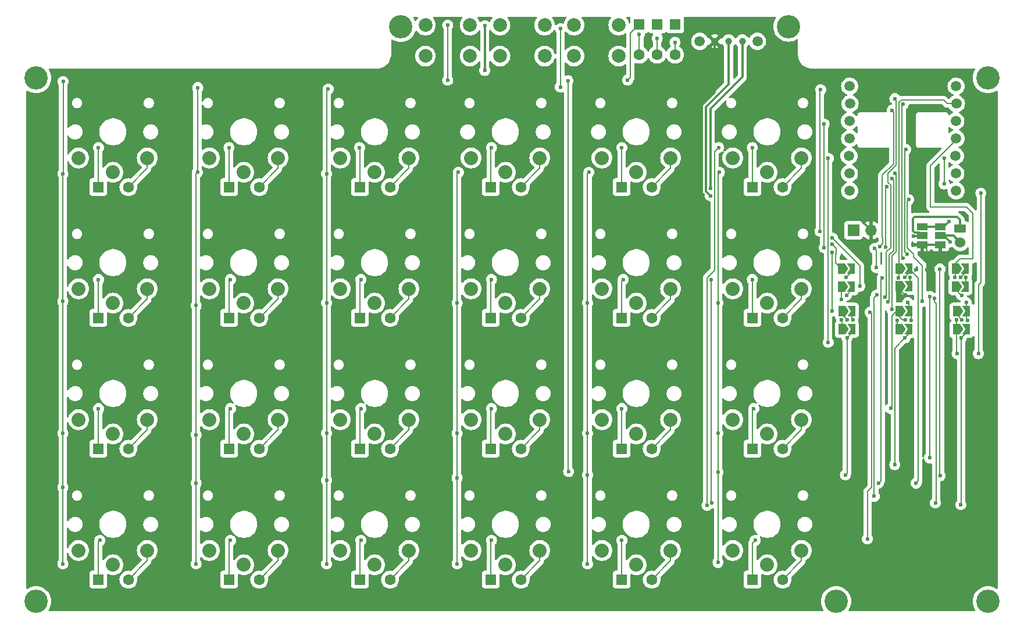
<source format=gbl>
%TF.GenerationSoftware,KiCad,Pcbnew,8.0.1*%
%TF.CreationDate,2024-04-24T14:47:18+09:00*%
%TF.ProjectId,LegionKeys,4c656769-6f6e-44b6-9579-732e6b696361,rev?*%
%TF.SameCoordinates,Original*%
%TF.FileFunction,Copper,L2,Bot*%
%TF.FilePolarity,Positive*%
%FSLAX46Y46*%
G04 Gerber Fmt 4.6, Leading zero omitted, Abs format (unit mm)*
G04 Created by KiCad (PCBNEW 8.0.1) date 2024-04-24 14:47:18*
%MOMM*%
%LPD*%
G01*
G04 APERTURE LIST*
G04 Aperture macros list*
%AMRoundRect*
0 Rectangle with rounded corners*
0 $1 Rounding radius*
0 $2 $3 $4 $5 $6 $7 $8 $9 X,Y pos of 4 corners*
0 Add a 4 corners polygon primitive as box body*
4,1,4,$2,$3,$4,$5,$6,$7,$8,$9,$2,$3,0*
0 Add four circle primitives for the rounded corners*
1,1,$1+$1,$2,$3*
1,1,$1+$1,$4,$5*
1,1,$1+$1,$6,$7*
1,1,$1+$1,$8,$9*
0 Add four rect primitives between the rounded corners*
20,1,$1+$1,$2,$3,$4,$5,0*
20,1,$1+$1,$4,$5,$6,$7,0*
20,1,$1+$1,$6,$7,$8,$9,0*
20,1,$1+$1,$8,$9,$2,$3,0*%
%AMFreePoly0*
4,1,6,1.000000,0.000000,0.500000,-0.750000,-0.500000,-0.750000,-0.500000,0.750000,0.500000,0.750000,1.000000,0.000000,1.000000,0.000000,$1*%
%AMFreePoly1*
4,1,6,0.500000,-0.750000,-0.650000,-0.750000,-0.150000,0.000000,-0.650000,0.750000,0.500000,0.750000,0.500000,-0.750000,0.500000,-0.750000,$1*%
G04 Aperture macros list end*
%TA.AperFunction,ComponentPad*%
%ADD10R,1.600000X1.600000*%
%TD*%
%TA.AperFunction,ComponentPad*%
%ADD11C,1.600000*%
%TD*%
%TA.AperFunction,ComponentPad*%
%ADD12C,2.032000*%
%TD*%
%TA.AperFunction,ComponentPad*%
%ADD13C,1.500000*%
%TD*%
%TA.AperFunction,ComponentPad*%
%ADD14C,3.400000*%
%TD*%
%TA.AperFunction,ComponentPad*%
%ADD15RoundRect,0.250000X0.625000X-0.350000X0.625000X0.350000X-0.625000X0.350000X-0.625000X-0.350000X0*%
%TD*%
%TA.AperFunction,ComponentPad*%
%ADD16C,1.524000*%
%TD*%
%TA.AperFunction,ComponentPad*%
%ADD17C,1.000000*%
%TD*%
%TA.AperFunction,ComponentPad*%
%ADD18R,1.700000X1.700000*%
%TD*%
%TA.AperFunction,ComponentPad*%
%ADD19O,1.700000X1.700000*%
%TD*%
%TA.AperFunction,ComponentPad*%
%ADD20C,2.000000*%
%TD*%
%TA.AperFunction,SMDPad,CuDef*%
%ADD21R,1.500000X1.000000*%
%TD*%
%TA.AperFunction,SMDPad,CuDef*%
%ADD22FreePoly0,0.000000*%
%TD*%
%TA.AperFunction,SMDPad,CuDef*%
%ADD23FreePoly1,0.000000*%
%TD*%
%TA.AperFunction,ViaPad*%
%ADD24C,0.600000*%
%TD*%
%TA.AperFunction,Conductor*%
%ADD25C,0.200000*%
%TD*%
%TA.AperFunction,Conductor*%
%ADD26C,0.300000*%
%TD*%
G04 APERTURE END LIST*
D10*
%TO.P,D19,1,K*%
%TO.N,/ROW3*%
X79509280Y-130530000D03*
D11*
%TO.P,D19,2,A*%
%TO.N,Net-(D19-A)*%
X83909280Y-130530000D03*
%TD*%
D10*
%TO.P,D18,1,K*%
%TO.N,/ROW2*%
X174759280Y-111480000D03*
D11*
%TO.P,D18,2,A*%
%TO.N,Net-(D18-A)*%
X179159280Y-111480000D03*
%TD*%
D12*
%TO.P,SW8,1,1*%
%TO.N,/COL1*%
X100709280Y-90280000D03*
%TO.P,SW8,2,2*%
%TO.N,Net-(D8-A)*%
X95709280Y-88180000D03*
X105709280Y-88180000D03*
%TD*%
D10*
%TO.P,D5,1,K*%
%TO.N,/ROW0*%
X155709280Y-73380000D03*
D11*
%TO.P,D5,2,A*%
%TO.N,Net-(D5-A)*%
X160109280Y-73380000D03*
%TD*%
D13*
%TO.P,U1,1,PA02_A0_D0*%
%TO.N,Net-(JPF-1-B)*%
X188930000Y-58680000D03*
%TO.P,U1,2,PA4_A1_D1*%
%TO.N,Net-(JPB-2-B)*%
X188980800Y-61220000D03*
%TO.P,U1,3,PA10_A2_D2*%
%TO.N,Net-(JPF-3-B)*%
X188879200Y-63760000D03*
%TO.P,U1,4,PA11_A3_D3*%
%TO.N,Net-(JPB-4-B)*%
X188930000Y-66300000D03*
%TO.P,U1,5,PA8_A4_D4_SDA*%
%TO.N,Net-(JPB-5-B)*%
X188828400Y-68840000D03*
%TO.P,U1,6,PA9_A5_D5_SCL*%
%TO.N,Net-(JPB-6-B)*%
X188879200Y-71380000D03*
%TO.P,U1,7,PB08_A6_D6_TX*%
%TO.N,Net-(JPB-7-B)*%
X188930000Y-73920000D03*
%TO.P,U1,8,PB09_A7_D7_RX*%
%TO.N,Net-(JPB-8-A)*%
X204424000Y-73920000D03*
%TO.P,U1,9,PA7_A8_D8_SCK*%
%TO.N,Net-(JPB-9-A)*%
X204373200Y-71380000D03*
%TO.P,U1,10,PA5_A9_D9_MISO*%
%TO.N,Net-(JPB-10-A)*%
X204322400Y-68840000D03*
%TO.P,U1,11,PA6_A10_D10_MOSI*%
%TO.N,Net-(JPB-11-A)*%
X204424000Y-66300000D03*
%TO.P,U1,12,3V3*%
%TO.N,Net-(JPB-12-A)*%
X204373200Y-63760000D03*
%TO.P,U1,13,GND*%
%TO.N,Net-(JPB-13-A)*%
X204474800Y-61220000D03*
%TO.P,U1,14,5V*%
%TO.N,Net-(JPB-14-A)*%
X204424000Y-58680000D03*
%TD*%
D12*
%TO.P,SW19,1,1*%
%TO.N,/COL0*%
X81659280Y-128380000D03*
%TO.P,SW19,2,2*%
%TO.N,Net-(D19-A)*%
X76659280Y-126280000D03*
X86659280Y-126280000D03*
%TD*%
D10*
%TO.P,D13,1,K*%
%TO.N,/ROW2*%
X79509280Y-111480000D03*
D11*
%TO.P,D13,2,A*%
%TO.N,Net-(D13-A)*%
X83909280Y-111480000D03*
%TD*%
D10*
%TO.P,D24,1,K*%
%TO.N,/ROW3*%
X174759280Y-130530000D03*
D11*
%TO.P,D24,2,A*%
%TO.N,Net-(D24-A)*%
X179159280Y-130530000D03*
%TD*%
D10*
%TO.P,D2,1,K*%
%TO.N,/ROW0*%
X98559280Y-73380000D03*
D11*
%TO.P,D2,2,A*%
%TO.N,Net-(D2-A)*%
X102959280Y-73380000D03*
%TD*%
D12*
%TO.P,SW2,1,1*%
%TO.N,/COL1*%
X100709280Y-71230000D03*
%TO.P,SW2,2,2*%
%TO.N,Net-(D2-A)*%
X95709280Y-69130000D03*
X105709280Y-69130000D03*
%TD*%
D10*
%TO.P,D10,1,K*%
%TO.N,/ROW1*%
X136659280Y-92430000D03*
D11*
%TO.P,D10,2,A*%
%TO.N,Net-(D10-A)*%
X141059280Y-92430000D03*
%TD*%
D14*
%TO.P,REF\u002A\u002A,*%
%TO.N,*%
X209050000Y-57500000D03*
%TD*%
D10*
%TO.P,D22,1,K*%
%TO.N,/ROW3*%
X136659280Y-130530000D03*
D11*
%TO.P,D22,2,A*%
%TO.N,Net-(D22-A)*%
X141059280Y-130530000D03*
%TD*%
D10*
%TO.P,D14,1,K*%
%TO.N,/ROW2*%
X98559280Y-111480000D03*
D11*
%TO.P,D14,2,A*%
%TO.N,Net-(D14-A)*%
X102959280Y-111480000D03*
%TD*%
D10*
%TO.P,D17,1,K*%
%TO.N,/ROW2*%
X155709280Y-111480000D03*
D11*
%TO.P,D17,2,A*%
%TO.N,Net-(D17-A)*%
X160109280Y-111480000D03*
%TD*%
D12*
%TO.P,SW3,1,1*%
%TO.N,/COL2*%
X119759280Y-71230000D03*
%TO.P,SW3,2,2*%
%TO.N,Net-(D3-A)*%
X114759280Y-69130000D03*
X124759280Y-69130000D03*
%TD*%
D15*
%TO.P,J3,1,Pin_1*%
%TO.N,Net-(J3-Pin_1)*%
X205009280Y-79430000D03*
D16*
%TO.P,J3,2,Pin_2*%
%TO.N,Net-(J3-Pin_2)*%
X205009280Y-81430000D03*
%TD*%
D14*
%TO.P,REF\u002A\u002A,*%
%TO.N,*%
X70470000Y-57500000D03*
%TD*%
D10*
%TO.P,D4,1,K*%
%TO.N,/ROW0*%
X136659280Y-73380000D03*
D11*
%TO.P,D4,2,A*%
%TO.N,Net-(D4-A)*%
X141059280Y-73380000D03*
%TD*%
D12*
%TO.P,SW6,1,1*%
%TO.N,/COL5*%
X176909280Y-71230000D03*
%TO.P,SW6,2,2*%
%TO.N,Net-(D6-A)*%
X171909280Y-69130000D03*
X181909280Y-69130000D03*
%TD*%
%TO.P,SW7,1,1*%
%TO.N,/COL0*%
X81659280Y-90280000D03*
%TO.P,SW7,2,2*%
%TO.N,Net-(D7-A)*%
X76659280Y-88180000D03*
X86659280Y-88180000D03*
%TD*%
D13*
%TO.P,SW25,*%
%TO.N,*%
X175500000Y-52150000D03*
X167100000Y-52150000D03*
D17*
%TO.P,SW25,1,A*%
%TO.N,Net-(JP_BATT+B1-B)*%
X173300000Y-52150000D03*
%TO.P,SW25,2,B*%
%TO.N,+BATT*%
X171300000Y-52150000D03*
%TO.P,SW25,3,C*%
%TO.N,GND*%
X169300000Y-52150000D03*
%TD*%
D12*
%TO.P,SW15,1,1*%
%TO.N,/COL2*%
X119759280Y-109330000D03*
%TO.P,SW15,2,2*%
%TO.N,Net-(D15-A)*%
X114759280Y-107230000D03*
X124759280Y-107230000D03*
%TD*%
%TO.P,SW13,1,1*%
%TO.N,/COL0*%
X81659280Y-109330000D03*
%TO.P,SW13,2,2*%
%TO.N,Net-(D13-A)*%
X76659280Y-107230000D03*
X86659280Y-107230000D03*
%TD*%
D10*
%TO.P,D7,1,K*%
%TO.N,/ROW1*%
X79509280Y-92430000D03*
D11*
%TO.P,D7,2,A*%
%TO.N,Net-(D7-A)*%
X83909280Y-92430000D03*
%TD*%
D12*
%TO.P,SW17,1,1*%
%TO.N,/COL4*%
X157859280Y-109330000D03*
%TO.P,SW17,2,2*%
%TO.N,Net-(D17-A)*%
X152859280Y-107230000D03*
X162859280Y-107230000D03*
%TD*%
D10*
%TO.P,D25,1,K*%
%TO.N,/ROW4*%
X158300000Y-49700000D03*
D11*
%TO.P,D25,2,A*%
%TO.N,Net-(D25-A)*%
X158300000Y-54100000D03*
%TD*%
D10*
%TO.P,D11,1,K*%
%TO.N,/ROW1*%
X155709280Y-92430000D03*
D11*
%TO.P,D11,2,A*%
%TO.N,Net-(D11-A)*%
X160109280Y-92430000D03*
%TD*%
D12*
%TO.P,SW20,1,1*%
%TO.N,/COL1*%
X100709280Y-128380000D03*
%TO.P,SW20,2,2*%
%TO.N,Net-(D20-A)*%
X95709280Y-126280000D03*
X105709280Y-126280000D03*
%TD*%
D18*
%TO.P,U2,1,BATT+*%
%TO.N,+BATT*%
X189469280Y-79680000D03*
D19*
%TO.P,U2,2,BATT-*%
%TO.N,GND*%
X192009280Y-79680000D03*
%TD*%
D20*
%TO.P,SWE2,1,1*%
%TO.N,/COL2*%
X148800000Y-49800000D03*
X155300000Y-49800000D03*
%TO.P,SWE2,2,2*%
%TO.N,Net-(D27-A)*%
X148800000Y-54300000D03*
X155300000Y-54300000D03*
%TD*%
D12*
%TO.P,SW4,1,1*%
%TO.N,/COL3*%
X138809280Y-71230000D03*
%TO.P,SW4,2,2*%
%TO.N,Net-(D4-A)*%
X133809280Y-69130000D03*
X143809280Y-69130000D03*
%TD*%
D10*
%TO.P,D8,1,K*%
%TO.N,/ROW1*%
X98559280Y-92430000D03*
D11*
%TO.P,D8,2,A*%
%TO.N,Net-(D8-A)*%
X102959280Y-92430000D03*
%TD*%
D12*
%TO.P,SW23,1,1*%
%TO.N,/COL4*%
X157859280Y-128380000D03*
%TO.P,SW23,2,2*%
%TO.N,Net-(D23-A)*%
X152859280Y-126280000D03*
X162859280Y-126280000D03*
%TD*%
%TO.P,SW18,1,1*%
%TO.N,/COL5*%
X176909280Y-109330000D03*
%TO.P,SW18,2,2*%
%TO.N,Net-(D18-A)*%
X171909280Y-107230000D03*
X181909280Y-107230000D03*
%TD*%
%TO.P,SW24,1,1*%
%TO.N,/COL5*%
X176909280Y-128380000D03*
%TO.P,SW24,2,2*%
%TO.N,Net-(D24-A)*%
X171909280Y-126280000D03*
X181909280Y-126280000D03*
%TD*%
D10*
%TO.P,D12,1,K*%
%TO.N,/ROW1*%
X174759280Y-92430000D03*
D11*
%TO.P,D12,2,A*%
%TO.N,Net-(D12-A)*%
X179159280Y-92430000D03*
%TD*%
D12*
%TO.P,SW5,1,1*%
%TO.N,/COL4*%
X157859280Y-71230000D03*
%TO.P,SW5,2,2*%
%TO.N,Net-(D5-A)*%
X152859280Y-69130000D03*
X162859280Y-69130000D03*
%TD*%
%TO.P,SW1,1,1*%
%TO.N,/COL0*%
X81659280Y-71230000D03*
%TO.P,SW1,2,2*%
%TO.N,Net-(D1-A)*%
X76659280Y-69130000D03*
X86659280Y-69130000D03*
%TD*%
D14*
%TO.P,REF\u002A\u002A,*%
%TO.N,*%
X186950000Y-133700000D03*
%TD*%
%TO.P,REF\u002A\u002A,*%
%TO.N,*%
X209050000Y-133700000D03*
%TD*%
%TO.P,REF\u002A\u002A,*%
%TO.N,*%
X180000000Y-50000000D03*
%TD*%
D10*
%TO.P,D9,1,K*%
%TO.N,/ROW1*%
X117609280Y-92430000D03*
D11*
%TO.P,D9,2,A*%
%TO.N,Net-(D9-A)*%
X122009280Y-92430000D03*
%TD*%
D12*
%TO.P,SW10,1,1*%
%TO.N,/COL3*%
X138809280Y-90280000D03*
%TO.P,SW10,2,2*%
%TO.N,Net-(D10-A)*%
X133809280Y-88180000D03*
X143809280Y-88180000D03*
%TD*%
D10*
%TO.P,D23,1,K*%
%TO.N,/ROW3*%
X155709280Y-130530000D03*
D11*
%TO.P,D23,2,A*%
%TO.N,Net-(D23-A)*%
X160109280Y-130530000D03*
%TD*%
D20*
%TO.P,SWE0,1,1*%
%TO.N,/COL0*%
X127150000Y-49800000D03*
X133650000Y-49800000D03*
%TO.P,SWE0,2,2*%
%TO.N,Net-(D25-A)*%
X127150000Y-54300000D03*
X133650000Y-54300000D03*
%TD*%
D10*
%TO.P,D16,1,K*%
%TO.N,/ROW2*%
X136659280Y-111480000D03*
D11*
%TO.P,D16,2,A*%
%TO.N,Net-(D16-A)*%
X141059280Y-111480000D03*
%TD*%
D12*
%TO.P,SW11,1,1*%
%TO.N,/COL4*%
X157859280Y-90280000D03*
%TO.P,SW11,2,2*%
%TO.N,Net-(D11-A)*%
X152859280Y-88180000D03*
X162859280Y-88180000D03*
%TD*%
D10*
%TO.P,D26,1,K*%
%TO.N,/ROW4*%
X160900000Y-49700000D03*
D11*
%TO.P,D26,2,A*%
%TO.N,Net-(D26-A)*%
X160900000Y-54100000D03*
%TD*%
D10*
%TO.P,D1,1,K*%
%TO.N,/ROW0*%
X79509280Y-73380000D03*
D11*
%TO.P,D1,2,A*%
%TO.N,Net-(D1-A)*%
X83909280Y-73380000D03*
%TD*%
D10*
%TO.P,D15,1,K*%
%TO.N,/ROW2*%
X117609280Y-111480000D03*
D11*
%TO.P,D15,2,A*%
%TO.N,Net-(D15-A)*%
X122009280Y-111480000D03*
%TD*%
D12*
%TO.P,SW12,1,1*%
%TO.N,/COL5*%
X176909280Y-90280000D03*
%TO.P,SW12,2,2*%
%TO.N,Net-(D12-A)*%
X171909280Y-88180000D03*
X181909280Y-88180000D03*
%TD*%
D10*
%TO.P,D21,1,K*%
%TO.N,/ROW3*%
X117609280Y-130530000D03*
D11*
%TO.P,D21,2,A*%
%TO.N,Net-(D21-A)*%
X122009280Y-130530000D03*
%TD*%
D14*
%TO.P,REF\u002A\u002A,*%
%TO.N,*%
X70460000Y-133700000D03*
%TD*%
D10*
%TO.P,D3,1,K*%
%TO.N,/ROW0*%
X117609280Y-73380000D03*
D11*
%TO.P,D3,2,A*%
%TO.N,Net-(D3-A)*%
X122009280Y-73380000D03*
%TD*%
D20*
%TO.P,SWE1,1,1*%
%TO.N,/COL1*%
X138000000Y-49800000D03*
X144500000Y-49800000D03*
%TO.P,SWE1,2,2*%
%TO.N,Net-(D26-A)*%
X138000000Y-54300000D03*
X144500000Y-54300000D03*
%TD*%
D12*
%TO.P,SW9,1,1*%
%TO.N,/COL2*%
X119759280Y-90280000D03*
%TO.P,SW9,2,2*%
%TO.N,Net-(D9-A)*%
X114759280Y-88180000D03*
X124759280Y-88180000D03*
%TD*%
%TO.P,SW22,1,1*%
%TO.N,/COL3*%
X138809280Y-128380000D03*
%TO.P,SW22,2,2*%
%TO.N,Net-(D22-A)*%
X133809280Y-126280000D03*
X143809280Y-126280000D03*
%TD*%
D10*
%TO.P,D6,1,K*%
%TO.N,/ROW0*%
X174759280Y-73380000D03*
D11*
%TO.P,D6,2,A*%
%TO.N,Net-(D6-A)*%
X179159280Y-73380000D03*
%TD*%
D10*
%TO.P,D27,1,K*%
%TO.N,/ROW4*%
X163500000Y-49700000D03*
D11*
%TO.P,D27,2,A*%
%TO.N,Net-(D27-A)*%
X163500000Y-54100000D03*
%TD*%
D12*
%TO.P,SW14,1,1*%
%TO.N,/COL1*%
X100709280Y-109330000D03*
%TO.P,SW14,2,2*%
%TO.N,Net-(D14-A)*%
X95709280Y-107230000D03*
X105709280Y-107230000D03*
%TD*%
D10*
%TO.P,D20,1,K*%
%TO.N,/ROW3*%
X98559280Y-130530000D03*
D11*
%TO.P,D20,2,A*%
%TO.N,Net-(D20-A)*%
X102959280Y-130530000D03*
%TD*%
D12*
%TO.P,SW21,1,1*%
%TO.N,/COL2*%
X119759280Y-128380000D03*
%TO.P,SW21,2,2*%
%TO.N,Net-(D21-A)*%
X114759280Y-126280000D03*
X124759280Y-126280000D03*
%TD*%
D14*
%TO.P,REF\u002A\u002A,*%
%TO.N,*%
X123580000Y-50030000D03*
%TD*%
D12*
%TO.P,SW16,1,1*%
%TO.N,/COL3*%
X138809280Y-109330000D03*
%TO.P,SW16,2,2*%
%TO.N,Net-(D16-A)*%
X133809280Y-107230000D03*
X143809280Y-107230000D03*
%TD*%
D21*
%TO.P,JP_BATT+B1,1,A*%
%TO.N,GND*%
X199500000Y-81750000D03*
%TO.P,JP_BATT+B1,2,C*%
%TO.N,Net-(J3-Pin_1)*%
X199500000Y-80450000D03*
%TO.P,JP_BATT+B1,3,B*%
%TO.N,Net-(JP_BATT+B1-B)*%
X199500000Y-79150000D03*
%TD*%
D22*
%TO.P,JPB-2,1,A*%
%TO.N,GND*%
X196112500Y-87835000D03*
D23*
%TO.P,JPB-2,2,B*%
%TO.N,Net-(JPB-2-B)*%
X197562500Y-87835000D03*
%TD*%
D22*
%TO.P,JPB-6,1,A*%
%TO.N,/ROW2*%
X196087500Y-91457500D03*
D23*
%TO.P,JPB-6,2,B*%
%TO.N,Net-(JPB-6-B)*%
X197537500Y-91457500D03*
%TD*%
D22*
%TO.P,JPB-10,1,A*%
%TO.N,Net-(JPB-10-A)*%
X187786320Y-94057500D03*
D23*
%TO.P,JPB-10,2,B*%
%TO.N,/COL4*%
X189236320Y-94057500D03*
%TD*%
D22*
%TO.P,JPB-5,1,A*%
%TO.N,/ROW3*%
X187786320Y-91457500D03*
D23*
%TO.P,JPB-5,2,B*%
%TO.N,Net-(JPB-5-B)*%
X189236320Y-91457500D03*
%TD*%
D22*
%TO.P,JPB-8,1,A*%
%TO.N,Net-(JPB-8-A)*%
X204462500Y-94082500D03*
D23*
%TO.P,JPB-8,2,B*%
%TO.N,/ROW0*%
X205912500Y-94082500D03*
%TD*%
D22*
%TO.P,JPB-4,1,A*%
%TO.N,/ROW4*%
X204312500Y-87857500D03*
D23*
%TO.P,JPB-4,2,B*%
%TO.N,Net-(JPB-4-B)*%
X205762500Y-87857500D03*
%TD*%
D22*
%TO.P,JPB-13,1,A*%
%TO.N,Net-(JPB-13-A)*%
X196112500Y-85230000D03*
D23*
%TO.P,JPB-13,2,B*%
%TO.N,/COL1*%
X197562500Y-85230000D03*
%TD*%
D22*
%TO.P,JPB-14,1,A*%
%TO.N,Net-(JPB-14-A)*%
X187737500Y-87882500D03*
D23*
%TO.P,JPB-14,2,B*%
%TO.N,/COL0*%
X189187500Y-87882500D03*
%TD*%
D21*
%TO.P,JP_BATT-B1,1,A*%
%TO.N,GND*%
X202150000Y-81750000D03*
%TO.P,JP_BATT-B1,2,C*%
%TO.N,Net-(J3-Pin_2)*%
X202150000Y-80450000D03*
%TO.P,JP_BATT-B1,3,B*%
%TO.N,Net-(JP_BATT+B1-B)*%
X202150000Y-79150000D03*
%TD*%
D22*
%TO.P,JPB-12,1,A*%
%TO.N,Net-(JPB-12-A)*%
X187712500Y-85257500D03*
D23*
%TO.P,JPB-12,2,B*%
%TO.N,/COL2*%
X189162500Y-85257500D03*
%TD*%
D22*
%TO.P,JPB-9,1,A*%
%TO.N,Net-(JPB-9-A)*%
X196087500Y-94082500D03*
D23*
%TO.P,JPB-9,2,B*%
%TO.N,/COL5*%
X197537500Y-94082500D03*
%TD*%
D22*
%TO.P,JPB-11,1,A*%
%TO.N,Net-(JPB-11-A)*%
X204312500Y-85257500D03*
D23*
%TO.P,JPB-11,2,B*%
%TO.N,/COL3*%
X205762500Y-85257500D03*
%TD*%
D22*
%TO.P,JPB-7,1,A*%
%TO.N,/ROW1*%
X204462500Y-91457500D03*
D23*
%TO.P,JPB-7,2,B*%
%TO.N,Net-(JPB-7-B)*%
X205912500Y-91457500D03*
%TD*%
D24*
%TO.N,Net-(D25-A)*%
X158300000Y-51100000D03*
%TO.N,/ROW0*%
X174759280Y-67630000D03*
X169850000Y-67630000D03*
X155759280Y-67630000D03*
X205165851Y-95328071D03*
X136759280Y-67630000D03*
X168164456Y-119717772D03*
X205100000Y-119600000D03*
X117559280Y-67630000D03*
X98559280Y-67630000D03*
X79559280Y-67630000D03*
%TO.N,/ROW3*%
X98759280Y-124830000D03*
X191900000Y-91600000D03*
X155759280Y-124830000D03*
X175159280Y-124830000D03*
X191500000Y-124600000D03*
X117759280Y-124830000D03*
X136759280Y-124830000D03*
X188588680Y-92712500D03*
X79759280Y-124830000D03*
%TO.N,/COL0*%
X74359280Y-71430000D03*
X192500000Y-118400000D03*
X74359280Y-128230000D03*
X74359280Y-117100000D03*
X130400000Y-57800000D03*
X74359280Y-109230000D03*
X74400000Y-58000000D03*
X130400000Y-49800000D03*
X188444230Y-89128724D03*
X74359280Y-90030000D03*
X192855455Y-89100000D03*
%TO.N,/COL1*%
X93759280Y-128230000D03*
X198600000Y-116500000D03*
X93959280Y-71230000D03*
X94000000Y-58900000D03*
X93759280Y-116500000D03*
X135800000Y-49900000D03*
X135800000Y-56400000D03*
X196912500Y-86485000D03*
X93759280Y-109430000D03*
X93759280Y-90630000D03*
%TO.N,/COL2*%
X146800000Y-58800000D03*
X112759280Y-109230000D03*
X193682500Y-86600000D03*
X112759280Y-128230000D03*
X112759280Y-116100000D03*
X112759280Y-71430000D03*
X113000000Y-59100000D03*
X188421455Y-86504142D03*
X112759280Y-90230000D03*
X193100000Y-116500000D03*
X146800000Y-50300000D03*
%TO.N,/COL3*%
X202100000Y-115400000D03*
X131759280Y-115700000D03*
X131759280Y-128230000D03*
X131759280Y-109230000D03*
X202072400Y-85300000D03*
X131759280Y-90230000D03*
X131959280Y-71230000D03*
X205070278Y-86510715D03*
%TO.N,/COL4*%
X188530492Y-95309374D03*
X150759280Y-115300000D03*
X150759280Y-90230000D03*
X150959280Y-71230000D03*
X150759280Y-128230000D03*
X188300000Y-115300000D03*
X150759280Y-109230000D03*
%TO.N,/COL5*%
X169759280Y-90230000D03*
X169759280Y-128030000D03*
X195500000Y-113800000D03*
X169759280Y-114900000D03*
X169959280Y-71230000D03*
X169759280Y-109230000D03*
X196962500Y-95337500D03*
%TO.N,/ROW2*%
X174959280Y-105630000D03*
X98759280Y-105630000D03*
X197037500Y-92712500D03*
X155759280Y-105630000D03*
X117759280Y-105630000D03*
X79559280Y-105630000D03*
X194900000Y-105600000D03*
X136759280Y-105630000D03*
%TO.N,/ROW1*%
X205287500Y-92712500D03*
X168880000Y-119360000D03*
X117759280Y-86830000D03*
X201400000Y-119360000D03*
X174759280Y-86830000D03*
X155959280Y-86830000D03*
X79559280Y-86830000D03*
X98759280Y-86830000D03*
X168759280Y-86830000D03*
X201300000Y-89602500D03*
X136759280Y-86830000D03*
%TO.N,/ROW4*%
X147900000Y-57900000D03*
X205227693Y-89112500D03*
X200558502Y-112800000D03*
X156600000Y-57800000D03*
X200558502Y-89302193D03*
X148000000Y-114800000D03*
%TO.N,Net-(D26-A)*%
X160900000Y-51700000D03*
%TO.N,Net-(D27-A)*%
X163500000Y-52300000D03*
%TO.N,Net-(JPB-2-B)*%
X197723661Y-86522368D03*
X196712500Y-83700000D03*
X196712500Y-61300000D03*
%TO.N,Net-(JPB-4-B)*%
X197112500Y-67900000D03*
X205883029Y-86546493D03*
X197300964Y-83158046D03*
%TO.N,Net-(JPB-5-B)*%
X185800000Y-69200000D03*
X189412482Y-92737227D03*
X185800000Y-96000000D03*
%TO.N,Net-(JPB-6-B)*%
X197850584Y-92747946D03*
X195112500Y-72109533D03*
X194482500Y-90100000D03*
X197400000Y-90202500D03*
%TO.N,Net-(JPB-7-B)*%
X206100179Y-92748351D03*
X205900000Y-90202500D03*
X197512500Y-75200000D03*
X199524265Y-90000000D03*
%TO.N,Net-(JPB-8-A)*%
X204513234Y-92736763D03*
X208030000Y-74260000D03*
X207670000Y-97630000D03*
X204565851Y-97630000D03*
%TO.N,Net-(JPB-9-A)*%
X195082500Y-91200000D03*
X195512500Y-71400000D03*
X195854776Y-92828305D03*
%TO.N,Net-(JPB-10-A)*%
X186400000Y-82900000D03*
X194172185Y-82079285D03*
X202672400Y-72900000D03*
X187750735Y-92723085D03*
X194284862Y-73320892D03*
X186400000Y-91400000D03*
X202672400Y-69200000D03*
%TO.N,Net-(JPB-11-A)*%
X204261233Y-86550200D03*
%TO.N,GND*%
X70250000Y-63250000D03*
X210000000Y-81000000D03*
X195500000Y-133750000D03*
X140250000Y-133750000D03*
X209000000Y-75000000D03*
X209000000Y-126000000D03*
X101250000Y-133750000D03*
X210000000Y-123000000D03*
X209000000Y-93000000D03*
X69750000Y-88750000D03*
X78750000Y-133250000D03*
X70250000Y-126250000D03*
X209500000Y-91500000D03*
X202150000Y-82750000D03*
X137250000Y-133750000D03*
X70250000Y-123250000D03*
X69750000Y-100750000D03*
X111750000Y-134250000D03*
X125250000Y-133750000D03*
X70750000Y-130750000D03*
X69750000Y-82750000D03*
X110250000Y-133750000D03*
X209000000Y-105000000D03*
X126750000Y-133250000D03*
X153750000Y-134250000D03*
X70250000Y-108250000D03*
X210000000Y-99000000D03*
X209000000Y-114000000D03*
X203000000Y-133250000D03*
X87750000Y-133250000D03*
X70250000Y-66250000D03*
X209000000Y-120000000D03*
X209000000Y-102000000D03*
X129750000Y-134250000D03*
X70250000Y-81250000D03*
X135750000Y-133250000D03*
X164250000Y-133750000D03*
X89250000Y-133750000D03*
X70250000Y-84250000D03*
X70250000Y-78250000D03*
X81750000Y-134250000D03*
X70250000Y-87250000D03*
X210000000Y-108000000D03*
X210000000Y-96000000D03*
X69750000Y-124750000D03*
X69750000Y-112750000D03*
X210000000Y-111000000D03*
X102750000Y-133250000D03*
X80250000Y-133750000D03*
X144750000Y-134250000D03*
X150750000Y-134250000D03*
X209500000Y-118500000D03*
X108750000Y-133250000D03*
X70750000Y-103750000D03*
X69750000Y-67750000D03*
X104250000Y-133750000D03*
X70750000Y-94750000D03*
X190750000Y-133250000D03*
X122250000Y-133750000D03*
X159750000Y-134250000D03*
X210000000Y-72000000D03*
X210000000Y-75000000D03*
X210000000Y-78000000D03*
X96750000Y-134250000D03*
X210000000Y-93000000D03*
X116250000Y-133750000D03*
X204500000Y-133750000D03*
X117750000Y-134250000D03*
X210000000Y-87000000D03*
X135750000Y-134250000D03*
X70750000Y-88750000D03*
X200000000Y-134250000D03*
X129750000Y-133250000D03*
X70250000Y-120250000D03*
X149250000Y-133750000D03*
X77250000Y-133750000D03*
X69750000Y-76750000D03*
X74250000Y-133750000D03*
X197000000Y-134250000D03*
X203000000Y-134250000D03*
X200000000Y-133250000D03*
X209500000Y-76500000D03*
X209500000Y-85500000D03*
X70250000Y-69250000D03*
X209500000Y-94500000D03*
X210000000Y-90000000D03*
X176250000Y-133750000D03*
X209500000Y-82500000D03*
X70250000Y-129250000D03*
X209500000Y-88500000D03*
X70750000Y-70750000D03*
X117750000Y-133250000D03*
X183750000Y-133250000D03*
X209500000Y-70500000D03*
X84750000Y-133250000D03*
X209500000Y-130500000D03*
X158250000Y-133750000D03*
X190750000Y-134250000D03*
X162750000Y-133250000D03*
X111750000Y-133250000D03*
X200200000Y-85400000D03*
X69750000Y-130750000D03*
X69750000Y-106750000D03*
X143250000Y-133750000D03*
X84750000Y-134250000D03*
X70750000Y-82750000D03*
X90750000Y-133250000D03*
X209500000Y-79500000D03*
X186850000Y-76900000D03*
X171750000Y-134250000D03*
X70250000Y-102250000D03*
X69750000Y-91750000D03*
X210000000Y-126000000D03*
X209000000Y-78000000D03*
X209000000Y-117000000D03*
X123750000Y-134250000D03*
X113250000Y-133750000D03*
X209000000Y-87000000D03*
X70750000Y-73750000D03*
X206000000Y-133250000D03*
X138750000Y-134250000D03*
X69750000Y-103750000D03*
X210000000Y-84000000D03*
X120750000Y-133250000D03*
X70750000Y-64750000D03*
X141750000Y-133250000D03*
X167573070Y-74476930D03*
X105750000Y-134250000D03*
X177750000Y-133250000D03*
X209500000Y-97500000D03*
X70750000Y-127750000D03*
X147750000Y-134250000D03*
X210000000Y-117000000D03*
X171750000Y-133250000D03*
X70250000Y-75250000D03*
X159750000Y-133250000D03*
X90750000Y-134250000D03*
X70250000Y-111250000D03*
X155250000Y-133750000D03*
X69750000Y-70750000D03*
X78750000Y-134250000D03*
X128250000Y-133750000D03*
X180750000Y-134250000D03*
X70750000Y-67750000D03*
X162750000Y-134250000D03*
X70750000Y-79750000D03*
X209500000Y-100500000D03*
X70750000Y-106750000D03*
X70250000Y-114250000D03*
X210000000Y-105000000D03*
X114750000Y-133250000D03*
X70750000Y-124750000D03*
X177750000Y-134250000D03*
X209500000Y-115500000D03*
X69750000Y-94750000D03*
X168750000Y-134250000D03*
X70750000Y-76750000D03*
X75750000Y-133250000D03*
X114750000Y-134250000D03*
X69750000Y-115750000D03*
X210000000Y-114000000D03*
X70250000Y-60250000D03*
X95250000Y-133750000D03*
X141750000Y-134250000D03*
X179250000Y-133750000D03*
X209500000Y-73500000D03*
X174750000Y-134250000D03*
X209500000Y-106500000D03*
X70750000Y-118750000D03*
X209500000Y-103500000D03*
X92250000Y-133750000D03*
X70250000Y-72250000D03*
X126750000Y-134250000D03*
X132750000Y-134250000D03*
X105750000Y-133250000D03*
X99750000Y-133250000D03*
X210000000Y-129000000D03*
X69750000Y-118750000D03*
X193750000Y-134250000D03*
X167250000Y-133750000D03*
X70250000Y-96250000D03*
X138750000Y-133250000D03*
X161250000Y-133750000D03*
X180750000Y-133250000D03*
X206000000Y-134250000D03*
X69750000Y-97750000D03*
X198579732Y-85398702D03*
X131250000Y-133750000D03*
X209500000Y-124500000D03*
X86250000Y-133750000D03*
X173250000Y-133750000D03*
X99750000Y-134250000D03*
X69750000Y-79750000D03*
X87750000Y-134250000D03*
X183750000Y-134250000D03*
X102750000Y-134250000D03*
X108750000Y-134250000D03*
X70250000Y-93250000D03*
X75750000Y-134250000D03*
X70750000Y-115750000D03*
X209500000Y-112500000D03*
X156750000Y-133250000D03*
X70250000Y-117250000D03*
X69750000Y-73750000D03*
X209000000Y-90000000D03*
X209000000Y-81000000D03*
X132750000Y-133250000D03*
X152250000Y-133750000D03*
X209000000Y-72000000D03*
X107250000Y-133750000D03*
X70250000Y-99250000D03*
X165750000Y-134250000D03*
X150750000Y-133250000D03*
X209000000Y-123000000D03*
X209500000Y-121500000D03*
X192250000Y-133750000D03*
X70750000Y-61750000D03*
X209000000Y-111000000D03*
X69750000Y-121750000D03*
X119250000Y-133750000D03*
X123750000Y-133250000D03*
X144750000Y-133250000D03*
X69750000Y-85750000D03*
X96750000Y-133250000D03*
X182250000Y-133750000D03*
X93750000Y-134250000D03*
X168750000Y-133250000D03*
X209000000Y-99000000D03*
X83250000Y-133750000D03*
X156750000Y-134250000D03*
X70750000Y-121750000D03*
X70750000Y-100750000D03*
X146250000Y-133750000D03*
X209000000Y-108000000D03*
X98250000Y-133750000D03*
X70250000Y-90250000D03*
X69750000Y-109750000D03*
X70250000Y-105250000D03*
X69750000Y-127750000D03*
X170250000Y-133750000D03*
X153750000Y-133250000D03*
X120750000Y-134250000D03*
X81750000Y-133250000D03*
X70750000Y-109750000D03*
X198500000Y-133750000D03*
X134250000Y-133750000D03*
X69750000Y-61750000D03*
X70750000Y-85750000D03*
X210000000Y-120000000D03*
X165750000Y-133250000D03*
X70750000Y-91750000D03*
X93750000Y-133250000D03*
X201500000Y-133750000D03*
X70750000Y-112750000D03*
X174750000Y-133250000D03*
X147750000Y-133250000D03*
X209500000Y-127500000D03*
X209000000Y-84000000D03*
X209000000Y-129000000D03*
X197000000Y-133250000D03*
X70750000Y-97750000D03*
X209000000Y-96000000D03*
X210000000Y-102000000D03*
X69750000Y-64750000D03*
X197071148Y-89090000D03*
X209500000Y-109500000D03*
X193750000Y-133250000D03*
%TO.N,Net-(JPB-12-A)*%
X195112500Y-62200000D03*
X193335788Y-82067153D03*
X186400000Y-81700000D03*
%TO.N,Net-(JPB-13-A)*%
X196037500Y-86580000D03*
%TO.N,Net-(JPB-14-A)*%
X195512500Y-60500000D03*
X187728724Y-89728724D03*
X194055455Y-89423512D03*
%TO.N,+BATT*%
X168650000Y-74634620D03*
%TO.N,Net-(JPF-1-B)*%
X190400000Y-87800000D03*
X184700000Y-59200000D03*
X186400000Y-80800000D03*
X184600000Y-79800000D03*
%TO.N,Net-(JPF-3-B)*%
X185200000Y-82200000D03*
X185200000Y-64200000D03*
X192570526Y-82300343D03*
X192800000Y-85100000D03*
%TO.N,Net-(J3-Pin_1)*%
X198200000Y-80500000D03*
%TO.N,Net-(J3-Pin_2)*%
X203550000Y-81350000D03*
%TO.N,Net-(JP_BATT+B1-B)*%
X168650000Y-73550000D03*
X203350000Y-78400000D03*
%TD*%
D25*
%TO.N,Net-(D25-A)*%
X158300000Y-51100000D02*
X158300000Y-54100000D01*
%TO.N,Net-(D1-A)*%
X86659280Y-69130000D02*
X86659280Y-70630000D01*
X86659280Y-70630000D02*
X83909280Y-73380000D01*
%TO.N,/ROW0*%
X155709280Y-73380000D02*
X155709280Y-67680000D01*
X169850000Y-67630000D02*
X169250000Y-68230000D01*
X79509280Y-73380000D02*
X79509280Y-67680000D01*
X155709280Y-67680000D02*
X155759280Y-67630000D01*
X205912500Y-94581422D02*
X205165851Y-95328071D01*
X117609280Y-67680000D02*
X117559280Y-67630000D01*
X136659280Y-73380000D02*
X136659280Y-67730000D01*
X174759280Y-73380000D02*
X174759280Y-67630000D01*
X168159280Y-86581471D02*
X168159280Y-119712596D01*
X98559280Y-73380000D02*
X98559280Y-67630000D01*
X205165851Y-119534149D02*
X205100000Y-119600000D01*
X169250000Y-68230000D02*
X169250000Y-85490751D01*
X117609280Y-73380000D02*
X117609280Y-67680000D01*
X168159280Y-119712596D02*
X168164456Y-119717772D01*
X169250000Y-85490751D02*
X168159280Y-86581471D01*
X205165851Y-95328071D02*
X205165851Y-119534149D01*
X79509280Y-67680000D02*
X79559280Y-67630000D01*
X205912500Y-94082500D02*
X205912500Y-94581422D01*
X136659280Y-67730000D02*
X136759280Y-67630000D01*
%TO.N,Net-(D2-A)*%
X105709280Y-70630000D02*
X102959280Y-73380000D01*
X105709280Y-69130000D02*
X105709280Y-70630000D01*
%TO.N,Net-(D3-A)*%
X124759280Y-70630000D02*
X122009280Y-73380000D01*
X124759280Y-69130000D02*
X124759280Y-70630000D01*
%TO.N,Net-(D4-A)*%
X143809280Y-70630000D02*
X141059280Y-73380000D01*
X143809280Y-69130000D02*
X143809280Y-70630000D01*
%TO.N,Net-(D5-A)*%
X162859280Y-69130000D02*
X162859280Y-70630000D01*
X162859280Y-70630000D02*
X160109280Y-73380000D01*
%TO.N,Net-(D6-A)*%
X181909280Y-69130000D02*
X181909280Y-70630000D01*
X181909280Y-70630000D02*
X179159280Y-73380000D01*
%TO.N,Net-(D7-A)*%
X86659280Y-88180000D02*
X86659280Y-89680000D01*
X86659280Y-89680000D02*
X83909280Y-92430000D01*
%TO.N,Net-(D8-A)*%
X105709280Y-88180000D02*
X105709280Y-89680000D01*
X105709280Y-89680000D02*
X102959280Y-92430000D01*
%TO.N,Net-(D9-A)*%
X124759280Y-89680000D02*
X122009280Y-92430000D01*
X124759280Y-88180000D02*
X124759280Y-89680000D01*
%TO.N,Net-(D10-A)*%
X143809280Y-89680000D02*
X141059280Y-92430000D01*
X143809280Y-88180000D02*
X143809280Y-89680000D01*
%TO.N,Net-(D11-A)*%
X162859280Y-89680000D02*
X160109280Y-92430000D01*
X162859280Y-88180000D02*
X162859280Y-89680000D01*
%TO.N,Net-(D12-A)*%
X181909280Y-89680000D02*
X179159280Y-92430000D01*
X181909280Y-88180000D02*
X181909280Y-89680000D01*
%TO.N,Net-(D13-A)*%
X86659280Y-108730000D02*
X83909280Y-111480000D01*
X86659280Y-107230000D02*
X86659280Y-108730000D01*
%TO.N,Net-(D14-A)*%
X105709280Y-107230000D02*
X105709280Y-108730000D01*
X105709280Y-108730000D02*
X102959280Y-111480000D01*
%TO.N,/ROW3*%
X155709280Y-130530000D02*
X155709280Y-124880000D01*
X174759280Y-130530000D02*
X174759280Y-125230000D01*
X192100000Y-117100000D02*
X192100000Y-91800000D01*
X136659280Y-130530000D02*
X136659280Y-124930000D01*
X187786320Y-91910140D02*
X188588680Y-92712500D01*
X117609280Y-130530000D02*
X117609280Y-124980000D01*
X155709280Y-124880000D02*
X155759280Y-124830000D01*
X98559280Y-130530000D02*
X98559280Y-125030000D01*
X191500000Y-124600000D02*
X191500000Y-117700000D01*
X117609280Y-124980000D02*
X117759280Y-124830000D01*
X136659280Y-124930000D02*
X136759280Y-124830000D01*
X174759280Y-125230000D02*
X175159280Y-124830000D01*
X79509280Y-125080000D02*
X79759280Y-124830000D01*
X187786320Y-91457500D02*
X187786320Y-91910140D01*
X98559280Y-125030000D02*
X98759280Y-124830000D01*
X79509280Y-130530000D02*
X79509280Y-125080000D01*
X192100000Y-91800000D02*
X191900000Y-91600000D01*
X191500000Y-117700000D02*
X192100000Y-117100000D01*
%TO.N,Net-(D15-A)*%
X124759280Y-108730000D02*
X122009280Y-111480000D01*
X124759280Y-107230000D02*
X124759280Y-108730000D01*
%TO.N,Net-(D16-A)*%
X143809280Y-108730000D02*
X141059280Y-111480000D01*
X143809280Y-107230000D02*
X143809280Y-108730000D01*
%TO.N,Net-(D17-A)*%
X162859280Y-107230000D02*
X162859280Y-108730000D01*
X162859280Y-108730000D02*
X160109280Y-111480000D01*
%TO.N,Net-(D18-A)*%
X181909280Y-107230000D02*
X181909280Y-108730000D01*
X181909280Y-108730000D02*
X179159280Y-111480000D01*
%TO.N,Net-(D19-A)*%
X86659280Y-127780000D02*
X83909280Y-130530000D01*
X86659280Y-126280000D02*
X86659280Y-127780000D01*
%TO.N,Net-(D20-A)*%
X105709280Y-127780000D02*
X102959280Y-130530000D01*
X105709280Y-126280000D02*
X105709280Y-127780000D01*
%TO.N,Net-(D21-A)*%
X124759280Y-126280000D02*
X124759280Y-127780000D01*
X124759280Y-127780000D02*
X122009280Y-130530000D01*
%TO.N,Net-(D22-A)*%
X143809280Y-127780000D02*
X141059280Y-130530000D01*
X143809280Y-126280000D02*
X143809280Y-127780000D01*
%TO.N,Net-(D23-A)*%
X162859280Y-126280000D02*
X162859280Y-127780000D01*
X162859280Y-127780000D02*
X160109280Y-130530000D01*
%TO.N,Net-(D24-A)*%
X181909280Y-127780000D02*
X179159280Y-130530000D01*
X181909280Y-126280000D02*
X181909280Y-127780000D01*
%TO.N,/COL0*%
X74400000Y-71318560D02*
X74400000Y-58000000D01*
X192500000Y-89455455D02*
X192500000Y-118400000D01*
X74359280Y-71430000D02*
X74359280Y-90030000D01*
X189187500Y-87882500D02*
X189187500Y-88385454D01*
X192855455Y-89100000D02*
X192500000Y-89455455D01*
X74359280Y-109230000D02*
X74359280Y-117100000D01*
X74359280Y-117100000D02*
X74359280Y-128230000D01*
X74359280Y-71359280D02*
X74400000Y-71318560D01*
X189187500Y-88385454D02*
X188444230Y-89128724D01*
X74359280Y-71430000D02*
X74359280Y-71359280D01*
X130400000Y-57800000D02*
X130400000Y-49800000D01*
X74359280Y-90030000D02*
X74359280Y-109230000D01*
%TO.N,/COL1*%
X93759280Y-116600000D02*
X93759280Y-116500000D01*
X93759280Y-90630000D02*
X93759280Y-71430000D01*
X198600000Y-116500000D02*
X198924265Y-116175735D01*
X93759280Y-128230000D02*
X93759280Y-116600000D01*
D26*
X135800000Y-50300000D02*
X135800000Y-56400000D01*
D25*
X93759280Y-116600000D02*
X93759280Y-109430000D01*
X93959280Y-71230000D02*
X93959280Y-58940720D01*
X198924265Y-116175735D02*
X198924265Y-86591765D01*
X93759280Y-109430000D02*
X93759280Y-90630000D01*
X93759280Y-71430000D02*
X93959280Y-71230000D01*
D26*
X135800000Y-49900000D02*
X135800000Y-50300000D01*
D25*
X93959280Y-58940720D02*
X94000000Y-58900000D01*
X198924265Y-86591765D02*
X197562500Y-85230000D01*
X197562500Y-85230000D02*
X197562500Y-85835000D01*
X197562500Y-85835000D02*
X196912500Y-86485000D01*
%TO.N,/COL2*%
X112759280Y-71430000D02*
X112759280Y-59340720D01*
X112759280Y-128230000D02*
X112759280Y-109230000D01*
X146800000Y-58300000D02*
X146800000Y-50300000D01*
X189162500Y-85257500D02*
X189162500Y-85763097D01*
X146800000Y-58800000D02*
X146800000Y-58300000D01*
X193455455Y-116144545D02*
X193100000Y-116500000D01*
X193455455Y-86827045D02*
X193455455Y-116144545D01*
X193682500Y-86600000D02*
X193455455Y-86827045D01*
X112759280Y-109230000D02*
X112759280Y-90230000D01*
X112759280Y-59340720D02*
X113000000Y-59100000D01*
X189162500Y-85763097D02*
X188421455Y-86504142D01*
X112759280Y-90230000D02*
X112759280Y-71430000D01*
%TO.N,/COL3*%
X205762500Y-85257500D02*
X205762500Y-85818493D01*
X205762500Y-85818493D02*
X205070278Y-86510715D01*
X202100000Y-115400000D02*
X202072400Y-115372400D01*
X131759280Y-90230000D02*
X131759280Y-71430000D01*
X131759280Y-71430000D02*
X131959280Y-71230000D01*
X202072400Y-115372400D02*
X202072400Y-85300000D01*
X131759280Y-109230000D02*
X131759280Y-90230000D01*
X131759280Y-128230000D02*
X131759280Y-109230000D01*
%TO.N,/COL4*%
X189236320Y-94057500D02*
X189236320Y-94603546D01*
X188530492Y-115069508D02*
X188300000Y-115300000D01*
X150759280Y-128230000D02*
X150759280Y-115200000D01*
X150759280Y-115200000D02*
X150759280Y-115300000D01*
X150759280Y-71430000D02*
X150959280Y-71230000D01*
X189236320Y-94603546D02*
X188530492Y-95309374D01*
X188530492Y-95309374D02*
X188530492Y-115069508D01*
X150759280Y-109230000D02*
X150759280Y-90230000D01*
X150759280Y-115200000D02*
X150759280Y-109230000D01*
X150759280Y-90230000D02*
X150759280Y-71430000D01*
%TO.N,/COL5*%
X169759280Y-115000000D02*
X169759280Y-114900000D01*
X169759280Y-90230000D02*
X169759280Y-71430000D01*
X197537500Y-94762500D02*
X197537500Y-94082500D01*
X196962500Y-95337500D02*
X197537500Y-94762500D01*
X169759280Y-109230000D02*
X169759280Y-90230000D01*
X195482500Y-96817500D02*
X196962500Y-95337500D01*
X195482500Y-97600000D02*
X195482500Y-96817500D01*
X169759280Y-71430000D02*
X169959280Y-71230000D01*
X169759280Y-128030000D02*
X169759280Y-115000000D01*
X195500000Y-113800000D02*
X195500000Y-97617500D01*
X195500000Y-97617500D02*
X195482500Y-97600000D01*
X169759280Y-115000000D02*
X169759280Y-109230000D01*
%TO.N,/ROW2*%
X117609280Y-105780000D02*
X117759280Y-105630000D01*
X117609280Y-111480000D02*
X117609280Y-105780000D01*
X174759280Y-111480000D02*
X174759280Y-105830000D01*
X98559280Y-105830000D02*
X98759280Y-105630000D01*
X196087500Y-92212500D02*
X196587500Y-92712500D01*
X195082500Y-92098746D02*
X195082500Y-105417500D01*
X174759280Y-105830000D02*
X174959280Y-105630000D01*
X196587500Y-92712500D02*
X197037500Y-92712500D01*
X136659280Y-105730000D02*
X136759280Y-105630000D01*
X195723746Y-91457500D02*
X195082500Y-92098746D01*
X196087500Y-91457500D02*
X196087500Y-92212500D01*
X195082500Y-105417500D02*
X194900000Y-105600000D01*
X79559280Y-106230000D02*
X79509280Y-106280000D01*
X79559280Y-105630000D02*
X79559280Y-106230000D01*
X155709280Y-105680000D02*
X155759280Y-105630000D01*
X136659280Y-111480000D02*
X136659280Y-105730000D01*
X155709280Y-111480000D02*
X155709280Y-105680000D01*
X79509280Y-106280000D02*
X79509280Y-111480000D01*
X98559280Y-111480000D02*
X98559280Y-105830000D01*
X196087500Y-91457500D02*
X195723746Y-91457500D01*
%TO.N,/ROW1*%
X136659280Y-86930000D02*
X136759280Y-86830000D01*
X204512500Y-91457500D02*
X204512500Y-91887500D01*
X201300000Y-89602500D02*
X201300000Y-90100000D01*
X79559280Y-86830000D02*
X79559280Y-87430000D01*
X201500000Y-90300000D02*
X201500000Y-113000000D01*
X155709280Y-92430000D02*
X155709280Y-87080000D01*
X168759280Y-86830000D02*
X168759280Y-113030000D01*
X201300000Y-90100000D02*
X201500000Y-90300000D01*
X117609280Y-92430000D02*
X117609280Y-86980000D01*
X155709280Y-87080000D02*
X155959280Y-86830000D01*
X136659280Y-92430000D02*
X136659280Y-86930000D01*
X79559280Y-87430000D02*
X79509280Y-87480000D01*
X168759280Y-119239280D02*
X168880000Y-119360000D01*
X168759280Y-113030000D02*
X168759280Y-119239280D01*
X201500000Y-113000000D02*
X201500000Y-119260000D01*
X79509280Y-87480000D02*
X79509280Y-92430000D01*
X174759280Y-92430000D02*
X174759280Y-86830000D01*
X98559280Y-92430000D02*
X98559280Y-87030000D01*
X117609280Y-86980000D02*
X117759280Y-86830000D01*
X201500000Y-119260000D02*
X201400000Y-119360000D01*
X98559280Y-87030000D02*
X98759280Y-86830000D01*
X204462500Y-91887500D02*
X205287500Y-92712500D01*
%TO.N,/ROW4*%
X157000000Y-53500000D02*
X157000000Y-57400000D01*
X205227693Y-89112500D02*
X205186164Y-89112500D01*
X147900000Y-114700000D02*
X148000000Y-114800000D01*
X157000000Y-57400000D02*
X156600000Y-57800000D01*
X157000000Y-51000000D02*
X157000000Y-53500000D01*
X205186164Y-89112500D02*
X204312500Y-88238836D01*
X204312500Y-88238836D02*
X204312500Y-87857500D01*
X200558502Y-112800000D02*
X200558502Y-89302193D01*
X147900000Y-57900000D02*
X147900000Y-114700000D01*
X158300000Y-49700000D02*
X157000000Y-51000000D01*
%TO.N,Net-(D26-A)*%
X160900000Y-51700000D02*
X160900000Y-54100000D01*
%TO.N,Net-(D27-A)*%
X163500000Y-52300000D02*
X163500000Y-54100000D01*
%TO.N,Net-(JPB-2-B)*%
X196512500Y-83500000D02*
X196712500Y-83700000D01*
X197723661Y-87673839D02*
X197562500Y-87835000D01*
X196712500Y-61300000D02*
X196512500Y-61500000D01*
X197723661Y-86522368D02*
X197723661Y-87673839D01*
X196512500Y-61500000D02*
X196512500Y-83500000D01*
%TO.N,Net-(JPB-4-B)*%
X196912500Y-82769582D02*
X196912500Y-68100000D01*
X196912500Y-68100000D02*
X197112500Y-67900000D01*
X205883029Y-87736971D02*
X205762500Y-87857500D01*
X197300964Y-83158046D02*
X196912500Y-82769582D01*
X205883029Y-86546493D02*
X205883029Y-87736971D01*
%TO.N,Net-(JPB-5-B)*%
X189236320Y-92561065D02*
X189412482Y-92737227D01*
X185800000Y-96000000D02*
X185800000Y-69200000D01*
X189236320Y-91457500D02*
X189236320Y-92561065D01*
%TO.N,Net-(JPB-6-B)*%
X194682500Y-89900000D02*
X194482500Y-90100000D01*
X194682500Y-83264314D02*
X194682500Y-89900000D01*
X197537500Y-90340000D02*
X197400000Y-90202500D01*
X197537500Y-91457500D02*
X197850584Y-91770584D01*
X195312500Y-82634314D02*
X194682500Y-83264314D01*
X195312500Y-72309533D02*
X195312500Y-82634314D01*
X197537500Y-91457500D02*
X197537500Y-90340000D01*
X197850584Y-91770584D02*
X197850584Y-92747946D01*
X195112500Y-72109533D02*
X195312500Y-72309533D01*
%TO.N,Net-(JPB-7-B)*%
X205912500Y-92560672D02*
X206100179Y-92748351D01*
X205912500Y-90215000D02*
X205900000Y-90202500D01*
X205912500Y-91457500D02*
X205912500Y-90215000D01*
X198230000Y-83130000D02*
X197312500Y-82212500D01*
X199524265Y-84824265D02*
X198230000Y-83530000D01*
X205912500Y-91457500D02*
X205912500Y-92560672D01*
X198230000Y-83530000D02*
X198230000Y-83130000D01*
X199524265Y-90000000D02*
X199524265Y-84824265D01*
X197312500Y-75400000D02*
X197512500Y-75200000D01*
X197312500Y-82212500D02*
X197312500Y-75400000D01*
%TO.N,Net-(JPB-8-A)*%
X207670000Y-87631336D02*
X208030000Y-87271336D01*
X204513234Y-94081766D02*
X204512500Y-94082500D01*
X204462500Y-97526649D02*
X204565851Y-97630000D01*
X208030000Y-87271336D02*
X208030000Y-74260000D01*
X204462500Y-94082500D02*
X204462500Y-97526649D01*
X204513234Y-92736763D02*
X204513234Y-94081766D01*
X207670000Y-97630000D02*
X207670000Y-87631336D01*
%TO.N,Net-(JPB-9-A)*%
X195712500Y-71600000D02*
X195712500Y-82800000D01*
X195082500Y-83430000D02*
X195082500Y-91200000D01*
X195512500Y-71400000D02*
X195712500Y-71600000D01*
X195712500Y-82800000D02*
X195082500Y-83430000D01*
X195854776Y-93849776D02*
X196087500Y-94082500D01*
X195854776Y-92828305D02*
X195854776Y-93849776D01*
%TO.N,Net-(JPB-10-A)*%
X202672400Y-72900000D02*
X202672400Y-69200000D01*
X194172185Y-82079285D02*
X194172185Y-73433569D01*
X186400000Y-91400000D02*
X186400000Y-82900000D01*
X194172185Y-73433569D02*
X194284862Y-73320892D01*
X187786320Y-92758670D02*
X187750735Y-92723085D01*
X187786320Y-94057500D02*
X187786320Y-92758670D01*
%TO.N,Net-(JPB-11-A)*%
X204312500Y-85257500D02*
X204312500Y-84502500D01*
X204424000Y-66526000D02*
X204424000Y-66300000D01*
X205950000Y-76300000D02*
X200700000Y-76300000D01*
X200700000Y-76300000D02*
X200700000Y-70250000D01*
X206850000Y-83850000D02*
X206850000Y-77200000D01*
X206850000Y-77200000D02*
X205950000Y-76300000D01*
X204965000Y-83850000D02*
X206850000Y-83850000D01*
X204312500Y-86498933D02*
X204261233Y-86550200D01*
X200700000Y-70250000D02*
X204424000Y-66526000D01*
X204312500Y-85257500D02*
X204312500Y-86498933D01*
X204424000Y-66876000D02*
X204424000Y-66300000D01*
X204312500Y-84502500D02*
X204965000Y-83850000D01*
%TO.N,GND*%
X196986164Y-89090000D02*
X197071148Y-89090000D01*
D26*
X167573070Y-74476930D02*
X167400000Y-74303860D01*
X192009280Y-79680000D02*
X189229280Y-76900000D01*
X167400000Y-61500000D02*
X169300000Y-59600000D01*
X189229280Y-76900000D02*
X186850000Y-76900000D01*
D25*
X200200000Y-82450000D02*
X199500000Y-81750000D01*
X196112500Y-88216336D02*
X196986164Y-89090000D01*
D26*
X202150000Y-81750000D02*
X202150000Y-82750000D01*
D25*
X200200000Y-85400000D02*
X200200000Y-82450000D01*
X196112500Y-87835000D02*
X196112500Y-88216336D01*
D26*
X167400000Y-74303860D02*
X167400000Y-61500000D01*
X169300000Y-59600000D02*
X169300000Y-52150000D01*
X199500000Y-81750000D02*
X202150000Y-81750000D01*
D25*
%TO.N,Net-(JPB-12-A)*%
X187000000Y-83148529D02*
X186900000Y-83248529D01*
X193772185Y-81630756D02*
X193772185Y-80800000D01*
X193684862Y-80712677D02*
X193684862Y-71615138D01*
X193335788Y-82067153D02*
X193772185Y-81630756D01*
X186400000Y-81700000D02*
X187000000Y-82300000D01*
X187000000Y-82300000D02*
X187000000Y-83148529D01*
X195300000Y-62387500D02*
X195112500Y-62200000D01*
X186900000Y-83248529D02*
X186900000Y-84445000D01*
X193772185Y-80800000D02*
X193684862Y-80712677D01*
X193684862Y-71615138D02*
X195300000Y-70000000D01*
X186900000Y-84445000D02*
X187712500Y-85257500D01*
X195300000Y-70000000D02*
X195300000Y-62387500D01*
%TO.N,Net-(JPB-13-A)*%
X202600000Y-60700000D02*
X202700000Y-60800000D01*
X196112500Y-86505000D02*
X196037500Y-86580000D01*
X196463971Y-60700000D02*
X202600000Y-60700000D01*
X203120000Y-61220000D02*
X204474800Y-61220000D01*
X196112500Y-61051471D02*
X196463971Y-60700000D01*
X196112500Y-85230000D02*
X196112500Y-61051471D01*
X196112500Y-85230000D02*
X196112500Y-86505000D01*
X202700000Y-60800000D02*
X203120000Y-61220000D01*
%TO.N,Net-(JPB-14-A)*%
X194282500Y-89196467D02*
X194055455Y-89423512D01*
X187728724Y-89728724D02*
X187728724Y-87891276D01*
X195712500Y-60700000D02*
X195712500Y-70187500D01*
X194912500Y-73100000D02*
X194912500Y-82187500D01*
X195512500Y-60500000D02*
X195712500Y-60700000D01*
X187728724Y-87891276D02*
X187737500Y-87882500D01*
X194512500Y-71387500D02*
X194512500Y-72700000D01*
X194282500Y-82817500D02*
X194282500Y-89196467D01*
X195712500Y-70187500D02*
X194512500Y-71387500D01*
X194912500Y-82187500D02*
X194282500Y-82817500D01*
X194512500Y-72700000D02*
X194912500Y-73100000D01*
D26*
%TO.N,+BATT*%
X171300000Y-58450000D02*
X168000000Y-61750000D01*
X168000000Y-73984620D02*
X168650000Y-74634620D01*
X171300000Y-52150000D02*
X171300000Y-58450000D01*
X168000000Y-61750000D02*
X168000000Y-73984620D01*
D25*
%TO.N,Net-(JPF-1-B)*%
X190400000Y-84800000D02*
X186400000Y-80800000D01*
X190400000Y-87800000D02*
X190400000Y-84800000D01*
X184600000Y-59300000D02*
X184600000Y-79800000D01*
X184700000Y-59200000D02*
X184600000Y-59300000D01*
%TO.N,Net-(JPF-3-B)*%
X192800000Y-85100000D02*
X192800000Y-82529817D01*
X185200000Y-82200000D02*
X185200000Y-64200000D01*
X192800000Y-82529817D02*
X192570526Y-82300343D01*
D26*
%TO.N,Net-(J3-Pin_1)*%
X198150000Y-78000000D02*
X198400000Y-77750000D01*
X198200000Y-80500000D02*
X199450000Y-80500000D01*
X199450000Y-80500000D02*
X199500000Y-80450000D01*
X198400000Y-77750000D02*
X204600000Y-77750000D01*
X204600000Y-77750000D02*
X205009280Y-78159280D01*
X198150000Y-79750000D02*
X198150000Y-78000000D01*
X198400000Y-80000000D02*
X198150000Y-79750000D01*
X205009280Y-78159280D02*
X205009280Y-79430000D01*
X199050000Y-80000000D02*
X198400000Y-80000000D01*
X199500000Y-80450000D02*
X199050000Y-80000000D01*
%TO.N,Net-(J3-Pin_2)*%
X204029280Y-80450000D02*
X205009280Y-81430000D01*
X202650000Y-80450000D02*
X202150000Y-80450000D01*
X202150000Y-80450000D02*
X204029280Y-80450000D01*
X203550000Y-81350000D02*
X202650000Y-80450000D01*
%TO.N,Net-(JP_BATT+B1-B)*%
X202600000Y-79150000D02*
X203350000Y-78400000D01*
X168650000Y-62000000D02*
X168650000Y-73550000D01*
X202150000Y-79150000D02*
X199500000Y-79150000D01*
X173300000Y-57350000D02*
X168650000Y-62000000D01*
X202150000Y-79150000D02*
X202600000Y-79150000D01*
X173300000Y-52150000D02*
X173300000Y-57350000D01*
%TD*%
%TA.AperFunction,Conductor*%
%TO.N,GND*%
G36*
X196479462Y-87350238D02*
G01*
X196493185Y-87367331D01*
X196759109Y-87766216D01*
X196779917Y-87832915D01*
X196761362Y-87900276D01*
X196759109Y-87903782D01*
X196491899Y-88304598D01*
X196452682Y-88375005D01*
X196452679Y-88375012D01*
X196412145Y-88513058D01*
X196412145Y-88513060D01*
X196412145Y-88656940D01*
X196451315Y-88790341D01*
X196452682Y-88794994D01*
X196530467Y-88916030D01*
X196530471Y-88916034D01*
X196639200Y-89010249D01*
X196639206Y-89010254D01*
X196648574Y-89014532D01*
X196770080Y-89070023D01*
X196770083Y-89070023D01*
X196770084Y-89070024D01*
X196912500Y-89090500D01*
X196912503Y-89090500D01*
X198062500Y-89090500D01*
X198134440Y-89085355D01*
X198164828Y-89076431D01*
X198234696Y-89076430D01*
X198293475Y-89114202D01*
X198322502Y-89177757D01*
X198323765Y-89195408D01*
X198323765Y-89737641D01*
X198304080Y-89804680D01*
X198251276Y-89850435D01*
X198182118Y-89860379D01*
X198118562Y-89831354D01*
X198094771Y-89803613D01*
X198047093Y-89727734D01*
X198029816Y-89700238D01*
X197902262Y-89572684D01*
X197854656Y-89542771D01*
X197749523Y-89476711D01*
X197579254Y-89417131D01*
X197579249Y-89417130D01*
X197400004Y-89396935D01*
X197399996Y-89396935D01*
X197220750Y-89417130D01*
X197220745Y-89417131D01*
X197050476Y-89476711D01*
X196897737Y-89572684D01*
X196770184Y-89700237D01*
X196674211Y-89852976D01*
X196614631Y-90023245D01*
X196614630Y-90023250D01*
X196606898Y-90091883D01*
X196579832Y-90156297D01*
X196522237Y-90195852D01*
X196483678Y-90202000D01*
X195807000Y-90202000D01*
X195739961Y-90182315D01*
X195694206Y-90129511D01*
X195683000Y-90078000D01*
X195683000Y-87478809D01*
X195702685Y-87411770D01*
X195755489Y-87366015D01*
X195824647Y-87356071D01*
X195847956Y-87361767D01*
X195858245Y-87365368D01*
X195858248Y-87365368D01*
X195858250Y-87365369D01*
X196037496Y-87385565D01*
X196037500Y-87385565D01*
X196037504Y-87385565D01*
X196216749Y-87365369D01*
X196216752Y-87365368D01*
X196216755Y-87365368D01*
X196216756Y-87365367D01*
X196216759Y-87365367D01*
X196259551Y-87350393D01*
X196349059Y-87319072D01*
X196418834Y-87315510D01*
X196479462Y-87350238D01*
G37*
%TD.AperFunction*%
%TA.AperFunction,Conductor*%
G36*
X198773203Y-84922884D02*
G01*
X198779681Y-84928916D01*
X198887446Y-85036681D01*
X198920931Y-85098004D01*
X198923765Y-85124362D01*
X198923765Y-85442667D01*
X198904080Y-85509706D01*
X198851276Y-85555461D01*
X198782118Y-85565405D01*
X198718562Y-85536380D01*
X198712084Y-85530348D01*
X198604319Y-85422583D01*
X198570834Y-85361260D01*
X198568000Y-85334902D01*
X198568000Y-85016597D01*
X198587685Y-84949558D01*
X198640489Y-84903803D01*
X198709647Y-84893859D01*
X198773203Y-84922884D01*
G37*
%TD.AperFunction*%
%TA.AperFunction,Conductor*%
G36*
X132499077Y-48620185D02*
G01*
X132544832Y-48672989D01*
X132554776Y-48742147D01*
X132525751Y-48805703D01*
X132523267Y-48808483D01*
X132461836Y-48875213D01*
X132325826Y-49083393D01*
X132225936Y-49311118D01*
X132164892Y-49552175D01*
X132164890Y-49552187D01*
X132144357Y-49799994D01*
X132144357Y-49800005D01*
X132164890Y-50047812D01*
X132164892Y-50047824D01*
X132225936Y-50288881D01*
X132325826Y-50516606D01*
X132461833Y-50724782D01*
X132461836Y-50724785D01*
X132630256Y-50907738D01*
X132826491Y-51060474D01*
X133045190Y-51178828D01*
X133280386Y-51259571D01*
X133525665Y-51300500D01*
X133774335Y-51300500D01*
X134019614Y-51259571D01*
X134254810Y-51178828D01*
X134473509Y-51060474D01*
X134669744Y-50907738D01*
X134838164Y-50724785D01*
X134921691Y-50596937D01*
X134974837Y-50551580D01*
X135044069Y-50542156D01*
X135107404Y-50571658D01*
X135144736Y-50630718D01*
X135149500Y-50664758D01*
X135149500Y-53435241D01*
X135129815Y-53502280D01*
X135077011Y-53548035D01*
X135007853Y-53557979D01*
X134944297Y-53528954D01*
X134921691Y-53503063D01*
X134919665Y-53499962D01*
X134838164Y-53375215D01*
X134669744Y-53192262D01*
X134473509Y-53039526D01*
X134473507Y-53039525D01*
X134473506Y-53039524D01*
X134254811Y-52921172D01*
X134254802Y-52921169D01*
X134019616Y-52840429D01*
X133774335Y-52799500D01*
X133525665Y-52799500D01*
X133280383Y-52840429D01*
X133045197Y-52921169D01*
X133045188Y-52921172D01*
X132826493Y-53039524D01*
X132630257Y-53192261D01*
X132461833Y-53375217D01*
X132325826Y-53583393D01*
X132225936Y-53811118D01*
X132164892Y-54052175D01*
X132164890Y-54052187D01*
X132144357Y-54299994D01*
X132144357Y-54300005D01*
X132164890Y-54547812D01*
X132164892Y-54547824D01*
X132225936Y-54788881D01*
X132325826Y-55016606D01*
X132461833Y-55224782D01*
X132468679Y-55232219D01*
X132630256Y-55407738D01*
X132826491Y-55560474D01*
X133045190Y-55678828D01*
X133280386Y-55759571D01*
X133525665Y-55800500D01*
X133774335Y-55800500D01*
X134019614Y-55759571D01*
X134254810Y-55678828D01*
X134473509Y-55560474D01*
X134669744Y-55407738D01*
X134838164Y-55224785D01*
X134921691Y-55096937D01*
X134974837Y-55051580D01*
X135044069Y-55042156D01*
X135107404Y-55071658D01*
X135144736Y-55130718D01*
X135149500Y-55164758D01*
X135149500Y-55894931D01*
X135130494Y-55960903D01*
X135074211Y-56050477D01*
X135074209Y-56050481D01*
X135014633Y-56220737D01*
X135014630Y-56220750D01*
X134994435Y-56399996D01*
X134994435Y-56400003D01*
X135014630Y-56579249D01*
X135014631Y-56579254D01*
X135074211Y-56749523D01*
X135170184Y-56902262D01*
X135297738Y-57029816D01*
X135332929Y-57051928D01*
X135432721Y-57114632D01*
X135450478Y-57125789D01*
X135573882Y-57168970D01*
X135620745Y-57185368D01*
X135620750Y-57185369D01*
X135799996Y-57205565D01*
X135800000Y-57205565D01*
X135800004Y-57205565D01*
X135979249Y-57185369D01*
X135979252Y-57185368D01*
X135979255Y-57185368D01*
X136149522Y-57125789D01*
X136302262Y-57029816D01*
X136429816Y-56902262D01*
X136525789Y-56749522D01*
X136585368Y-56579255D01*
X136605565Y-56400000D01*
X136605271Y-56397393D01*
X136585369Y-56220750D01*
X136585366Y-56220737D01*
X136525790Y-56050481D01*
X136525789Y-56050478D01*
X136493065Y-55998398D01*
X136469506Y-55960903D01*
X136450500Y-55894931D01*
X136450500Y-55088227D01*
X136470185Y-55021188D01*
X136522989Y-54975433D01*
X136592147Y-54965489D01*
X136655703Y-54994514D01*
X136678309Y-55020406D01*
X136811833Y-55224782D01*
X136818679Y-55232219D01*
X136980256Y-55407738D01*
X137176491Y-55560474D01*
X137395190Y-55678828D01*
X137630386Y-55759571D01*
X137875665Y-55800500D01*
X138124335Y-55800500D01*
X138369614Y-55759571D01*
X138604810Y-55678828D01*
X138823509Y-55560474D01*
X139019744Y-55407738D01*
X139188164Y-55224785D01*
X139324173Y-55016607D01*
X139424063Y-54788881D01*
X139485108Y-54547821D01*
X139485218Y-54546496D01*
X139505643Y-54300005D01*
X139505643Y-54299994D01*
X139485109Y-54052187D01*
X139485107Y-54052175D01*
X139424063Y-53811118D01*
X139324173Y-53583393D01*
X139188166Y-53375217D01*
X139146149Y-53329575D01*
X139019744Y-53192262D01*
X138823509Y-53039526D01*
X138823507Y-53039525D01*
X138823506Y-53039524D01*
X138604811Y-52921172D01*
X138604802Y-52921169D01*
X138369616Y-52840429D01*
X138124335Y-52799500D01*
X137875665Y-52799500D01*
X137630383Y-52840429D01*
X137395197Y-52921169D01*
X137395188Y-52921172D01*
X137176493Y-53039524D01*
X136980257Y-53192261D01*
X136811833Y-53375217D01*
X136678309Y-53579593D01*
X136625162Y-53624950D01*
X136555931Y-53634374D01*
X136492595Y-53604872D01*
X136455264Y-53545812D01*
X136450500Y-53511772D01*
X136450500Y-50588227D01*
X136470185Y-50521188D01*
X136522989Y-50475433D01*
X136592147Y-50465489D01*
X136655703Y-50494514D01*
X136678309Y-50520406D01*
X136811833Y-50724782D01*
X136811836Y-50724785D01*
X136980256Y-50907738D01*
X137176491Y-51060474D01*
X137395190Y-51178828D01*
X137630386Y-51259571D01*
X137875665Y-51300500D01*
X138124335Y-51300500D01*
X138369614Y-51259571D01*
X138604810Y-51178828D01*
X138823509Y-51060474D01*
X139019744Y-50907738D01*
X139188164Y-50724785D01*
X139324173Y-50516607D01*
X139424063Y-50288881D01*
X139485108Y-50047821D01*
X139505643Y-49800000D01*
X139502386Y-49760696D01*
X139485109Y-49552187D01*
X139485107Y-49552175D01*
X139424063Y-49311118D01*
X139324173Y-49083393D01*
X139188163Y-48875213D01*
X139126733Y-48808483D01*
X139095810Y-48745829D01*
X139103670Y-48676403D01*
X139147817Y-48622247D01*
X139214234Y-48600556D01*
X139217962Y-48600500D01*
X143282038Y-48600500D01*
X143349077Y-48620185D01*
X143394832Y-48672989D01*
X143404776Y-48742147D01*
X143375751Y-48805703D01*
X143373267Y-48808483D01*
X143311836Y-48875213D01*
X143175826Y-49083393D01*
X143075936Y-49311118D01*
X143014892Y-49552175D01*
X143014890Y-49552187D01*
X142994357Y-49799994D01*
X142994357Y-49800005D01*
X143014890Y-50047812D01*
X143014892Y-50047824D01*
X143075936Y-50288881D01*
X143175826Y-50516606D01*
X143311833Y-50724782D01*
X143311836Y-50724785D01*
X143480256Y-50907738D01*
X143676491Y-51060474D01*
X143895190Y-51178828D01*
X144130386Y-51259571D01*
X144375665Y-51300500D01*
X144624335Y-51300500D01*
X144869614Y-51259571D01*
X145104810Y-51178828D01*
X145323509Y-51060474D01*
X145519744Y-50907738D01*
X145688164Y-50724785D01*
X145819016Y-50524500D01*
X145872160Y-50479145D01*
X145941391Y-50469721D01*
X146004727Y-50499222D01*
X146039864Y-50551368D01*
X146074209Y-50649519D01*
X146074211Y-50649522D01*
X146142421Y-50758078D01*
X146170185Y-50802263D01*
X146172445Y-50805097D01*
X146173334Y-50807275D01*
X146173889Y-50808158D01*
X146173734Y-50808255D01*
X146198855Y-50869783D01*
X146199500Y-50882412D01*
X146199500Y-53904006D01*
X146179815Y-53971045D01*
X146127011Y-54016800D01*
X146057853Y-54026744D01*
X145994297Y-53997719D01*
X145956523Y-53938941D01*
X145955294Y-53934446D01*
X145924063Y-53811118D01*
X145824173Y-53583393D01*
X145688166Y-53375217D01*
X145646149Y-53329575D01*
X145519744Y-53192262D01*
X145323509Y-53039526D01*
X145323507Y-53039525D01*
X145323506Y-53039524D01*
X145104811Y-52921172D01*
X145104802Y-52921169D01*
X144869616Y-52840429D01*
X144624335Y-52799500D01*
X144375665Y-52799500D01*
X144130383Y-52840429D01*
X143895197Y-52921169D01*
X143895188Y-52921172D01*
X143676493Y-53039524D01*
X143480257Y-53192261D01*
X143311833Y-53375217D01*
X143175826Y-53583393D01*
X143075936Y-53811118D01*
X143014892Y-54052175D01*
X143014890Y-54052187D01*
X142994357Y-54299994D01*
X142994357Y-54300005D01*
X143014890Y-54547812D01*
X143014892Y-54547824D01*
X143075936Y-54788881D01*
X143175826Y-55016606D01*
X143311833Y-55224782D01*
X143318679Y-55232219D01*
X143480256Y-55407738D01*
X143676491Y-55560474D01*
X143895190Y-55678828D01*
X144130386Y-55759571D01*
X144375665Y-55800500D01*
X144624335Y-55800500D01*
X144869614Y-55759571D01*
X145104810Y-55678828D01*
X145323509Y-55560474D01*
X145519744Y-55407738D01*
X145688164Y-55224785D01*
X145824173Y-55016607D01*
X145924063Y-54788881D01*
X145955294Y-54665552D01*
X145990834Y-54605397D01*
X146053254Y-54574005D01*
X146122737Y-54581343D01*
X146177223Y-54625082D01*
X146199412Y-54691334D01*
X146199500Y-54695993D01*
X146199500Y-58217587D01*
X146179815Y-58284626D01*
X146172450Y-58294896D01*
X146170186Y-58297734D01*
X146074211Y-58450476D01*
X146014631Y-58620745D01*
X146014630Y-58620750D01*
X145994435Y-58799996D01*
X145994435Y-58800003D01*
X146014630Y-58979249D01*
X146014631Y-58979254D01*
X146074211Y-59149523D01*
X146137045Y-59249522D01*
X146170184Y-59302262D01*
X146297738Y-59429816D01*
X146340398Y-59456621D01*
X146447089Y-59523660D01*
X146450478Y-59525789D01*
X146620739Y-59585366D01*
X146620745Y-59585368D01*
X146620750Y-59585369D01*
X146799996Y-59605565D01*
X146800000Y-59605565D01*
X146800004Y-59605565D01*
X146979249Y-59585369D01*
X146979251Y-59585368D01*
X146979255Y-59585368D01*
X146979258Y-59585366D01*
X146979262Y-59585366D01*
X147134545Y-59531030D01*
X147204324Y-59527468D01*
X147264951Y-59562196D01*
X147297179Y-59624190D01*
X147299500Y-59648071D01*
X147299500Y-114374507D01*
X147280494Y-114440478D01*
X147274209Y-114450479D01*
X147214633Y-114620737D01*
X147214630Y-114620750D01*
X147194435Y-114799996D01*
X147194435Y-114800003D01*
X147214630Y-114979249D01*
X147214631Y-114979254D01*
X147274211Y-115149523D01*
X147329513Y-115237535D01*
X147370184Y-115302262D01*
X147497738Y-115429816D01*
X147576410Y-115479249D01*
X147642450Y-115520745D01*
X147650478Y-115525789D01*
X147663110Y-115530209D01*
X147820745Y-115585368D01*
X147820750Y-115585369D01*
X147999996Y-115605565D01*
X148000000Y-115605565D01*
X148000004Y-115605565D01*
X148179249Y-115585369D01*
X148179252Y-115585368D01*
X148179255Y-115585368D01*
X148349522Y-115525789D01*
X148502262Y-115429816D01*
X148629816Y-115302262D01*
X148725789Y-115149522D01*
X148785368Y-114979255D01*
X148785369Y-114979249D01*
X148805565Y-114800003D01*
X148805565Y-114799996D01*
X148785369Y-114620750D01*
X148785368Y-114620745D01*
X148772989Y-114585368D01*
X148725789Y-114450478D01*
X148700499Y-114410230D01*
X148689494Y-114392715D01*
X148629816Y-114297738D01*
X148536818Y-114204740D01*
X148503334Y-114143416D01*
X148500500Y-114117059D01*
X148500500Y-69130000D01*
X151338091Y-69130000D01*
X151356818Y-69367963D01*
X151412541Y-69600068D01*
X151503888Y-69820600D01*
X151503890Y-69820604D01*
X151503891Y-69820605D01*
X151628612Y-70024132D01*
X151783637Y-70205643D01*
X151965148Y-70360668D01*
X152168675Y-70485389D01*
X152168677Y-70485389D01*
X152168679Y-70485391D01*
X152244351Y-70516735D01*
X152389207Y-70576737D01*
X152621314Y-70632461D01*
X152859280Y-70651189D01*
X153097246Y-70632461D01*
X153329353Y-70576737D01*
X153549885Y-70485389D01*
X153753412Y-70360668D01*
X153934923Y-70205643D01*
X154089948Y-70024132D01*
X154214669Y-69820605D01*
X154306017Y-69600073D01*
X154361741Y-69367966D01*
X154380469Y-69130000D01*
X154361741Y-68892034D01*
X154306017Y-68659927D01*
X154230964Y-68478735D01*
X154214671Y-68439399D01*
X154199944Y-68415367D01*
X154089948Y-68235868D01*
X153934923Y-68054357D01*
X153753412Y-67899332D01*
X153549885Y-67774611D01*
X153549884Y-67774610D01*
X153549880Y-67774608D01*
X153329348Y-67683261D01*
X153097242Y-67627538D01*
X153097243Y-67627538D01*
X152859280Y-67608811D01*
X152621316Y-67627538D01*
X152389211Y-67683261D01*
X152168679Y-67774608D01*
X151965147Y-67899332D01*
X151783637Y-68054357D01*
X151628612Y-68235867D01*
X151503888Y-68439399D01*
X151412541Y-68659931D01*
X151356818Y-68892036D01*
X151338091Y-69130000D01*
X148500500Y-69130000D01*
X148500500Y-65416687D01*
X151257880Y-65416687D01*
X151285000Y-65587913D01*
X151338570Y-65752788D01*
X151338571Y-65752791D01*
X151397164Y-65867785D01*
X151417278Y-65907260D01*
X151519179Y-66047514D01*
X151641766Y-66170101D01*
X151782020Y-66272002D01*
X151836963Y-66299997D01*
X151936488Y-66350708D01*
X151936491Y-66350709D01*
X151997415Y-66370504D01*
X152101368Y-66404280D01*
X152180671Y-66416840D01*
X152272593Y-66431400D01*
X152272598Y-66431400D01*
X152445967Y-66431400D01*
X152528975Y-66418252D01*
X152617192Y-66404280D01*
X152782071Y-66350708D01*
X152936540Y-66272002D01*
X153076794Y-66170101D01*
X153199381Y-66047514D01*
X153301282Y-65907260D01*
X153379988Y-65752791D01*
X153433560Y-65587912D01*
X153449821Y-65485244D01*
X153454010Y-65458800D01*
X155894280Y-65458800D01*
X155927902Y-65714174D01*
X155994569Y-65962982D01*
X156093139Y-66200952D01*
X156093147Y-66200969D01*
X156221932Y-66424030D01*
X156221943Y-66424046D01*
X156378743Y-66628392D01*
X156378749Y-66628399D01*
X156560880Y-66810530D01*
X156560887Y-66810536D01*
X156706409Y-66922199D01*
X156765242Y-66967343D01*
X156765249Y-66967347D01*
X156988310Y-67096132D01*
X156988315Y-67096134D01*
X156988318Y-67096136D01*
X156988322Y-67096137D01*
X156988327Y-67096140D01*
X157032966Y-67114630D01*
X157226296Y-67194710D01*
X157475105Y-67261378D01*
X157730487Y-67295000D01*
X157730494Y-67295000D01*
X157988066Y-67295000D01*
X157988073Y-67295000D01*
X158243455Y-67261378D01*
X158492264Y-67194710D01*
X158730242Y-67096136D01*
X158953318Y-66967343D01*
X159157674Y-66810535D01*
X159339815Y-66628394D01*
X159496623Y-66424038D01*
X159625416Y-66200962D01*
X159723990Y-65962984D01*
X159790658Y-65714175D01*
X159824280Y-65458793D01*
X159824280Y-65416687D01*
X162257880Y-65416687D01*
X162285000Y-65587913D01*
X162338570Y-65752788D01*
X162338571Y-65752791D01*
X162397164Y-65867785D01*
X162417278Y-65907260D01*
X162519179Y-66047514D01*
X162641766Y-66170101D01*
X162782020Y-66272002D01*
X162836963Y-66299997D01*
X162936488Y-66350708D01*
X162936491Y-66350709D01*
X162997415Y-66370504D01*
X163101368Y-66404280D01*
X163180671Y-66416840D01*
X163272593Y-66431400D01*
X163272598Y-66431400D01*
X163445967Y-66431400D01*
X163528975Y-66418252D01*
X163617192Y-66404280D01*
X163782071Y-66350708D01*
X163936540Y-66272002D01*
X164076794Y-66170101D01*
X164199381Y-66047514D01*
X164301282Y-65907260D01*
X164379988Y-65752791D01*
X164433560Y-65587912D01*
X164449821Y-65485244D01*
X164460680Y-65416687D01*
X164460680Y-65243312D01*
X164441216Y-65120425D01*
X164433560Y-65072088D01*
X164406774Y-64989648D01*
X164379989Y-64907211D01*
X164379988Y-64907208D01*
X164339884Y-64828502D01*
X164301282Y-64752740D01*
X164199381Y-64612486D01*
X164076794Y-64489899D01*
X163936540Y-64387998D01*
X163918402Y-64378756D01*
X163782071Y-64309291D01*
X163782068Y-64309290D01*
X163617193Y-64255720D01*
X163445967Y-64228600D01*
X163445962Y-64228600D01*
X163272598Y-64228600D01*
X163272593Y-64228600D01*
X163101366Y-64255720D01*
X162936491Y-64309290D01*
X162936488Y-64309291D01*
X162782019Y-64387998D01*
X162715094Y-64436623D01*
X162641766Y-64489899D01*
X162641764Y-64489901D01*
X162641763Y-64489901D01*
X162519181Y-64612483D01*
X162519181Y-64612484D01*
X162519179Y-64612486D01*
X162477773Y-64669476D01*
X162417278Y-64752739D01*
X162338571Y-64907208D01*
X162338570Y-64907211D01*
X162285000Y-65072086D01*
X162257880Y-65243312D01*
X162257880Y-65416687D01*
X159824280Y-65416687D01*
X159824280Y-65201207D01*
X159790658Y-64945825D01*
X159723990Y-64697016D01*
X159647739Y-64512930D01*
X159625420Y-64459047D01*
X159625412Y-64459030D01*
X159496627Y-64235969D01*
X159496623Y-64235962D01*
X159339815Y-64031606D01*
X159339810Y-64031600D01*
X159157679Y-63849469D01*
X159157672Y-63849463D01*
X158953326Y-63692663D01*
X158953324Y-63692661D01*
X158953318Y-63692657D01*
X158953313Y-63692654D01*
X158953310Y-63692652D01*
X158730249Y-63563867D01*
X158730232Y-63563859D01*
X158492262Y-63465289D01*
X158303205Y-63414632D01*
X158243455Y-63398622D01*
X158211532Y-63394419D01*
X157988080Y-63365000D01*
X157988073Y-63365000D01*
X157730487Y-63365000D01*
X157730479Y-63365000D01*
X157475105Y-63398622D01*
X157226297Y-63465289D01*
X156988327Y-63563859D01*
X156988310Y-63563867D01*
X156765249Y-63692652D01*
X156765233Y-63692663D01*
X156560887Y-63849463D01*
X156560880Y-63849469D01*
X156378749Y-64031600D01*
X156378743Y-64031607D01*
X156221943Y-64235953D01*
X156221932Y-64235969D01*
X156093147Y-64459030D01*
X156093139Y-64459047D01*
X155994569Y-64697017D01*
X155927902Y-64945825D01*
X155894280Y-65201199D01*
X155894280Y-65458800D01*
X153454010Y-65458800D01*
X153460680Y-65416687D01*
X153460680Y-65243312D01*
X153441216Y-65120425D01*
X153433560Y-65072088D01*
X153406774Y-64989648D01*
X153379989Y-64907211D01*
X153379988Y-64907208D01*
X153339884Y-64828502D01*
X153301282Y-64752740D01*
X153199381Y-64612486D01*
X153076794Y-64489899D01*
X152936540Y-64387998D01*
X152918402Y-64378756D01*
X152782071Y-64309291D01*
X152782068Y-64309290D01*
X152617193Y-64255720D01*
X152445967Y-64228600D01*
X152445962Y-64228600D01*
X152272598Y-64228600D01*
X152272593Y-64228600D01*
X152101366Y-64255720D01*
X151936491Y-64309290D01*
X151936488Y-64309291D01*
X151782019Y-64387998D01*
X151715094Y-64436623D01*
X151641766Y-64489899D01*
X151641764Y-64489901D01*
X151641763Y-64489901D01*
X151519181Y-64612483D01*
X151519181Y-64612484D01*
X151519179Y-64612486D01*
X151477773Y-64669476D01*
X151417278Y-64752739D01*
X151338571Y-64907208D01*
X151338570Y-64907211D01*
X151285000Y-65072086D01*
X151257880Y-65243312D01*
X151257880Y-65416687D01*
X148500500Y-65416687D01*
X148500500Y-61203459D01*
X151893480Y-61203459D01*
X151922138Y-61347534D01*
X151922141Y-61347544D01*
X151978358Y-61483266D01*
X151978363Y-61483275D01*
X152059978Y-61605419D01*
X152059981Y-61605423D01*
X152163856Y-61709298D01*
X152163860Y-61709301D01*
X152286004Y-61790916D01*
X152286010Y-61790919D01*
X152286011Y-61790920D01*
X152421738Y-61847140D01*
X152565820Y-61875799D01*
X152565824Y-61875800D01*
X152565825Y-61875800D01*
X152712736Y-61875800D01*
X152712737Y-61875799D01*
X152856822Y-61847140D01*
X152992549Y-61790920D01*
X153114700Y-61709301D01*
X153218581Y-61605420D01*
X153300200Y-61483269D01*
X153356420Y-61347542D01*
X153385079Y-61203459D01*
X162333480Y-61203459D01*
X162362138Y-61347534D01*
X162362141Y-61347544D01*
X162418358Y-61483266D01*
X162418363Y-61483275D01*
X162499978Y-61605419D01*
X162499981Y-61605423D01*
X162603856Y-61709298D01*
X162603860Y-61709301D01*
X162726004Y-61790916D01*
X162726010Y-61790919D01*
X162726011Y-61790920D01*
X162861738Y-61847140D01*
X163005820Y-61875799D01*
X163005824Y-61875800D01*
X163005825Y-61875800D01*
X163152736Y-61875800D01*
X163152737Y-61875799D01*
X163296822Y-61847140D01*
X163432549Y-61790920D01*
X163554700Y-61709301D01*
X163658581Y-61605420D01*
X163740200Y-61483269D01*
X163796420Y-61347542D01*
X163825080Y-61203455D01*
X163825080Y-61056545D01*
X163796420Y-60912458D01*
X163740200Y-60776731D01*
X163740199Y-60776730D01*
X163740196Y-60776724D01*
X163658581Y-60654580D01*
X163658578Y-60654576D01*
X163554703Y-60550701D01*
X163554699Y-60550698D01*
X163432555Y-60469083D01*
X163432546Y-60469078D01*
X163297457Y-60413123D01*
X163296822Y-60412860D01*
X163296818Y-60412859D01*
X163296814Y-60412858D01*
X163152739Y-60384200D01*
X163152735Y-60384200D01*
X163005825Y-60384200D01*
X163005820Y-60384200D01*
X162861745Y-60412858D01*
X162861735Y-60412861D01*
X162726013Y-60469078D01*
X162726004Y-60469083D01*
X162603860Y-60550698D01*
X162603856Y-60550701D01*
X162499981Y-60654576D01*
X162499978Y-60654580D01*
X162418363Y-60776724D01*
X162418358Y-60776733D01*
X162362141Y-60912455D01*
X162362138Y-60912465D01*
X162333480Y-61056540D01*
X162333480Y-61203459D01*
X153385079Y-61203459D01*
X153385080Y-61203455D01*
X153385080Y-61056545D01*
X153356420Y-60912458D01*
X153300200Y-60776731D01*
X153300199Y-60776730D01*
X153300196Y-60776724D01*
X153218581Y-60654580D01*
X153218578Y-60654576D01*
X153114703Y-60550701D01*
X153114699Y-60550698D01*
X152992555Y-60469083D01*
X152992546Y-60469078D01*
X152857457Y-60413123D01*
X152856822Y-60412860D01*
X152856818Y-60412859D01*
X152856814Y-60412858D01*
X152712739Y-60384200D01*
X152712735Y-60384200D01*
X152565825Y-60384200D01*
X152565820Y-60384200D01*
X152421745Y-60412858D01*
X152421735Y-60412861D01*
X152286013Y-60469078D01*
X152286004Y-60469083D01*
X152163860Y-60550698D01*
X152163856Y-60550701D01*
X152059981Y-60654576D01*
X152059978Y-60654580D01*
X151978363Y-60776724D01*
X151978358Y-60776733D01*
X151922141Y-60912455D01*
X151922138Y-60912465D01*
X151893480Y-61056540D01*
X151893480Y-61203459D01*
X148500500Y-61203459D01*
X148500500Y-58482412D01*
X148520185Y-58415373D01*
X148527555Y-58405097D01*
X148529810Y-58402267D01*
X148529816Y-58402262D01*
X148625789Y-58249522D01*
X148685368Y-58079255D01*
X148688398Y-58052362D01*
X148705565Y-57900003D01*
X148705565Y-57899996D01*
X148685369Y-57720750D01*
X148685368Y-57720745D01*
X148663456Y-57658125D01*
X148625789Y-57550478D01*
X148619044Y-57539744D01*
X148562955Y-57450478D01*
X148529816Y-57397738D01*
X148402262Y-57270184D01*
X148399458Y-57268422D01*
X148249523Y-57174211D01*
X148079254Y-57114631D01*
X148079249Y-57114630D01*
X147900004Y-57094435D01*
X147899996Y-57094435D01*
X147720750Y-57114630D01*
X147720742Y-57114632D01*
X147565454Y-57168970D01*
X147495676Y-57172531D01*
X147435048Y-57137802D01*
X147402821Y-57075809D01*
X147400500Y-57051928D01*
X147400500Y-55312997D01*
X147420185Y-55245958D01*
X147472989Y-55200203D01*
X147542147Y-55190259D01*
X147605703Y-55219284D01*
X147615721Y-55229005D01*
X147780256Y-55407738D01*
X147976491Y-55560474D01*
X148195190Y-55678828D01*
X148430386Y-55759571D01*
X148675665Y-55800500D01*
X148924335Y-55800500D01*
X149169614Y-55759571D01*
X149404810Y-55678828D01*
X149623509Y-55560474D01*
X149819744Y-55407738D01*
X149988164Y-55224785D01*
X150124173Y-55016607D01*
X150224063Y-54788881D01*
X150285108Y-54547821D01*
X150285218Y-54546496D01*
X150305643Y-54300005D01*
X150305643Y-54299994D01*
X150285109Y-54052187D01*
X150285107Y-54052175D01*
X150224063Y-53811118D01*
X150124173Y-53583393D01*
X149988166Y-53375217D01*
X149946149Y-53329575D01*
X149819744Y-53192262D01*
X149623509Y-53039526D01*
X149623507Y-53039525D01*
X149623506Y-53039524D01*
X149404811Y-52921172D01*
X149404802Y-52921169D01*
X149169616Y-52840429D01*
X148924335Y-52799500D01*
X148675665Y-52799500D01*
X148430383Y-52840429D01*
X148195197Y-52921169D01*
X148195188Y-52921172D01*
X147976493Y-53039524D01*
X147780257Y-53192261D01*
X147615730Y-53370985D01*
X147555843Y-53406976D01*
X147486004Y-53404875D01*
X147428388Y-53365351D01*
X147401287Y-53300952D01*
X147400500Y-53287002D01*
X147400500Y-50882412D01*
X147420185Y-50815373D01*
X147427555Y-50805097D01*
X147429815Y-50802263D01*
X147429816Y-50802262D01*
X147446261Y-50776090D01*
X147498595Y-50729798D01*
X147567648Y-50719149D01*
X147631497Y-50747524D01*
X147642479Y-50758072D01*
X147780256Y-50907738D01*
X147976491Y-51060474D01*
X148195190Y-51178828D01*
X148430386Y-51259571D01*
X148675665Y-51300500D01*
X148924335Y-51300500D01*
X149169614Y-51259571D01*
X149404810Y-51178828D01*
X149623509Y-51060474D01*
X149819744Y-50907738D01*
X149988164Y-50724785D01*
X150124173Y-50516607D01*
X150224063Y-50288881D01*
X150285108Y-50047821D01*
X150305643Y-49800000D01*
X150302386Y-49760696D01*
X150285109Y-49552187D01*
X150285107Y-49552175D01*
X150224063Y-49311118D01*
X150124173Y-49083393D01*
X149988163Y-48875213D01*
X149926733Y-48808483D01*
X149895810Y-48745829D01*
X149903670Y-48676403D01*
X149947817Y-48622247D01*
X150014234Y-48600556D01*
X150017962Y-48600500D01*
X154082038Y-48600500D01*
X154149077Y-48620185D01*
X154194832Y-48672989D01*
X154204776Y-48742147D01*
X154175751Y-48805703D01*
X154173267Y-48808483D01*
X154111836Y-48875213D01*
X153975826Y-49083393D01*
X153875936Y-49311118D01*
X153814892Y-49552175D01*
X153814890Y-49552187D01*
X153794357Y-49799994D01*
X153794357Y-49800005D01*
X153814890Y-50047812D01*
X153814892Y-50047824D01*
X153875936Y-50288881D01*
X153975826Y-50516606D01*
X154111833Y-50724782D01*
X154111836Y-50724785D01*
X154280256Y-50907738D01*
X154476491Y-51060474D01*
X154695190Y-51178828D01*
X154930386Y-51259571D01*
X155175665Y-51300500D01*
X155424335Y-51300500D01*
X155669614Y-51259571D01*
X155904810Y-51178828D01*
X156123509Y-51060474D01*
X156199338Y-51001454D01*
X156264332Y-50975811D01*
X156332872Y-50989377D01*
X156383196Y-51037846D01*
X156399500Y-51099307D01*
X156399500Y-53000692D01*
X156379815Y-53067731D01*
X156327011Y-53113486D01*
X156257853Y-53123430D01*
X156199338Y-53098546D01*
X156173387Y-53078348D01*
X156123509Y-53039526D01*
X155993987Y-52969432D01*
X155904811Y-52921172D01*
X155904802Y-52921169D01*
X155669616Y-52840429D01*
X155424335Y-52799500D01*
X155175665Y-52799500D01*
X154930383Y-52840429D01*
X154695197Y-52921169D01*
X154695188Y-52921172D01*
X154476493Y-53039524D01*
X154280257Y-53192261D01*
X154111833Y-53375217D01*
X153975826Y-53583393D01*
X153875936Y-53811118D01*
X153814892Y-54052175D01*
X153814890Y-54052187D01*
X153794357Y-54299994D01*
X153794357Y-54300005D01*
X153814890Y-54547812D01*
X153814892Y-54547824D01*
X153875936Y-54788881D01*
X153975826Y-55016606D01*
X154111833Y-55224782D01*
X154118679Y-55232219D01*
X154280256Y-55407738D01*
X154476491Y-55560474D01*
X154695190Y-55678828D01*
X154930386Y-55759571D01*
X155175665Y-55800500D01*
X155424335Y-55800500D01*
X155669614Y-55759571D01*
X155904810Y-55678828D01*
X156123509Y-55560474D01*
X156199338Y-55501454D01*
X156264332Y-55475811D01*
X156332872Y-55489377D01*
X156383196Y-55537846D01*
X156399500Y-55599307D01*
X156399500Y-56934083D01*
X156379815Y-57001122D01*
X156327011Y-57046877D01*
X156316456Y-57051124D01*
X156250476Y-57074211D01*
X156250475Y-57074212D01*
X156097737Y-57170184D01*
X155970184Y-57297737D01*
X155874211Y-57450476D01*
X155814631Y-57620745D01*
X155814630Y-57620750D01*
X155794435Y-57799996D01*
X155794435Y-57800000D01*
X155814630Y-57979249D01*
X155814631Y-57979254D01*
X155874211Y-58149523D01*
X155965266Y-58294435D01*
X155970184Y-58302262D01*
X156097738Y-58429816D01*
X156148995Y-58462023D01*
X156213036Y-58502263D01*
X156250478Y-58525789D01*
X156376206Y-58569783D01*
X156420745Y-58585368D01*
X156420750Y-58585369D01*
X156599996Y-58605565D01*
X156600000Y-58605565D01*
X156600004Y-58605565D01*
X156779249Y-58585369D01*
X156779252Y-58585368D01*
X156779255Y-58585368D01*
X156949522Y-58525789D01*
X157102262Y-58429816D01*
X157229816Y-58302262D01*
X157325789Y-58149522D01*
X157385368Y-57979255D01*
X157395161Y-57892331D01*
X157422226Y-57827921D01*
X157430701Y-57818535D01*
X157480517Y-57768719D01*
X157480517Y-57768718D01*
X157480520Y-57768716D01*
X157559577Y-57631784D01*
X157594652Y-57500881D01*
X157600500Y-57479058D01*
X157600500Y-57320943D01*
X157600500Y-55403402D01*
X157620185Y-55336363D01*
X157672989Y-55290608D01*
X157742147Y-55280664D01*
X157776904Y-55291019D01*
X157853504Y-55326739D01*
X158073308Y-55385635D01*
X158235230Y-55399801D01*
X158299998Y-55405468D01*
X158300000Y-55405468D01*
X158300002Y-55405468D01*
X158356673Y-55400509D01*
X158526692Y-55385635D01*
X158746496Y-55326739D01*
X158952734Y-55230568D01*
X159139139Y-55100047D01*
X159300047Y-54939139D01*
X159430568Y-54752734D01*
X159487618Y-54630389D01*
X159533790Y-54577951D01*
X159600984Y-54558799D01*
X159667865Y-54579015D01*
X159712381Y-54630389D01*
X159759622Y-54731696D01*
X159769431Y-54752732D01*
X159769432Y-54752734D01*
X159899954Y-54939141D01*
X160060858Y-55100045D01*
X160060861Y-55100047D01*
X160247266Y-55230568D01*
X160453504Y-55326739D01*
X160673308Y-55385635D01*
X160835230Y-55399801D01*
X160899998Y-55405468D01*
X160900000Y-55405468D01*
X160900002Y-55405468D01*
X160956673Y-55400509D01*
X161126692Y-55385635D01*
X161346496Y-55326739D01*
X161552734Y-55230568D01*
X161739139Y-55100047D01*
X161900047Y-54939139D01*
X162030568Y-54752734D01*
X162087618Y-54630389D01*
X162133790Y-54577951D01*
X162200984Y-54558799D01*
X162267865Y-54579015D01*
X162312381Y-54630389D01*
X162359622Y-54731696D01*
X162369431Y-54752732D01*
X162369432Y-54752734D01*
X162499954Y-54939141D01*
X162660858Y-55100045D01*
X162660861Y-55100047D01*
X162847266Y-55230568D01*
X163053504Y-55326739D01*
X163273308Y-55385635D01*
X163435230Y-55399801D01*
X163499998Y-55405468D01*
X163500000Y-55405468D01*
X163500002Y-55405468D01*
X163556673Y-55400509D01*
X163726692Y-55385635D01*
X163946496Y-55326739D01*
X164152734Y-55230568D01*
X164339139Y-55100047D01*
X164500047Y-54939139D01*
X164630568Y-54752734D01*
X164726739Y-54546496D01*
X164785635Y-54326692D01*
X164805468Y-54100000D01*
X164785635Y-53873308D01*
X164726739Y-53653504D01*
X164630568Y-53447266D01*
X164500047Y-53260861D01*
X164500045Y-53260858D01*
X164339141Y-53099954D01*
X164160504Y-52974872D01*
X164116879Y-52920295D01*
X164109685Y-52850797D01*
X164126634Y-52807324D01*
X164129812Y-52802265D01*
X164129816Y-52802262D01*
X164221105Y-52656977D01*
X164225788Y-52649524D01*
X164225789Y-52649522D01*
X164285368Y-52479255D01*
X164290910Y-52430070D01*
X164305565Y-52300003D01*
X164305565Y-52299996D01*
X164288665Y-52150002D01*
X165844723Y-52150002D01*
X165863793Y-52367975D01*
X165863793Y-52367979D01*
X165920422Y-52579322D01*
X165920424Y-52579326D01*
X165920425Y-52579330D01*
X165957353Y-52658522D01*
X166012897Y-52777638D01*
X166012898Y-52777639D01*
X166138402Y-52956877D01*
X166293123Y-53111598D01*
X166472361Y-53237102D01*
X166670670Y-53329575D01*
X166882023Y-53386207D01*
X167064926Y-53402208D01*
X167099998Y-53405277D01*
X167100000Y-53405277D01*
X167100002Y-53405277D01*
X167128254Y-53402805D01*
X167317977Y-53386207D01*
X167529330Y-53329575D01*
X167727639Y-53237102D01*
X167906877Y-53111598D01*
X168006400Y-53012075D01*
X168791476Y-53012075D01*
X168915462Y-53078348D01*
X169103969Y-53135531D01*
X169103965Y-53135531D01*
X169300000Y-53154838D01*
X169496032Y-53135531D01*
X169684537Y-53078348D01*
X169808523Y-53012076D01*
X169808523Y-53012075D01*
X169300001Y-52503553D01*
X169300000Y-52503553D01*
X168791476Y-53012075D01*
X168006400Y-53012075D01*
X168061598Y-52956877D01*
X168187102Y-52777639D01*
X168228810Y-52688193D01*
X168274982Y-52635755D01*
X168342175Y-52616603D01*
X168409056Y-52636818D01*
X168427510Y-52656977D01*
X168437923Y-52658522D01*
X168900369Y-52196078D01*
X168950000Y-52196078D01*
X168973852Y-52285095D01*
X169019930Y-52364905D01*
X169085095Y-52430070D01*
X169164905Y-52476148D01*
X169253922Y-52500000D01*
X169346078Y-52500000D01*
X169435095Y-52476148D01*
X169514905Y-52430070D01*
X169580070Y-52364905D01*
X169626148Y-52285095D01*
X169650000Y-52196078D01*
X169650000Y-52103922D01*
X169626148Y-52014905D01*
X169580070Y-51935095D01*
X169514905Y-51869930D01*
X169435095Y-51823852D01*
X169346078Y-51800000D01*
X169253922Y-51800000D01*
X169164905Y-51823852D01*
X169085095Y-51869930D01*
X169019930Y-51935095D01*
X168973852Y-52014905D01*
X168950000Y-52103922D01*
X168950000Y-52196078D01*
X168900369Y-52196078D01*
X168946447Y-52150000D01*
X168437923Y-51641476D01*
X168425537Y-51643313D01*
X168401585Y-51667697D01*
X168333447Y-51683157D01*
X168267768Y-51659324D01*
X168228809Y-51611803D01*
X168225682Y-51605097D01*
X168187102Y-51522362D01*
X168187100Y-51522359D01*
X168187099Y-51522357D01*
X168061599Y-51343124D01*
X168006398Y-51287923D01*
X168791476Y-51287923D01*
X169300000Y-51796447D01*
X169300001Y-51796447D01*
X169808522Y-51287923D01*
X169684537Y-51221651D01*
X169496030Y-51164468D01*
X169496034Y-51164468D01*
X169300000Y-51145161D01*
X169103967Y-51164468D01*
X168915466Y-51221649D01*
X168791476Y-51287923D01*
X168006398Y-51287923D01*
X167997724Y-51279249D01*
X167906877Y-51188402D01*
X167750721Y-51079060D01*
X167727638Y-51062897D01*
X167593824Y-51000499D01*
X167529330Y-50970425D01*
X167529326Y-50970424D01*
X167529322Y-50970422D01*
X167317977Y-50913793D01*
X167100002Y-50894723D01*
X167099998Y-50894723D01*
X166954682Y-50907436D01*
X166882023Y-50913793D01*
X166882020Y-50913793D01*
X166670677Y-50970422D01*
X166670668Y-50970426D01*
X166472361Y-51062898D01*
X166472357Y-51062900D01*
X166293121Y-51188402D01*
X166138402Y-51343121D01*
X166012900Y-51522357D01*
X166012898Y-51522361D01*
X165947001Y-51663677D01*
X165930066Y-51699996D01*
X165920426Y-51720668D01*
X165920422Y-51720677D01*
X165863793Y-51932020D01*
X165863793Y-51932024D01*
X165844723Y-52149997D01*
X165844723Y-52150002D01*
X164288665Y-52150002D01*
X164285369Y-52120750D01*
X164285368Y-52120745D01*
X164225788Y-51950476D01*
X164155048Y-51837895D01*
X164129816Y-51797738D01*
X164002262Y-51670184D01*
X163990213Y-51662613D01*
X163849523Y-51574211D01*
X163679254Y-51514631D01*
X163679249Y-51514630D01*
X163500004Y-51494435D01*
X163499996Y-51494435D01*
X163320750Y-51514630D01*
X163320745Y-51514631D01*
X163150476Y-51574211D01*
X162997737Y-51670184D01*
X162870184Y-51797737D01*
X162774211Y-51950476D01*
X162714631Y-52120745D01*
X162714630Y-52120750D01*
X162694435Y-52299996D01*
X162694435Y-52300003D01*
X162714630Y-52479249D01*
X162714631Y-52479254D01*
X162774212Y-52649526D01*
X162873365Y-52807325D01*
X162892366Y-52874561D01*
X162871999Y-52941396D01*
X162839495Y-52974872D01*
X162660859Y-53099953D01*
X162499954Y-53260858D01*
X162369432Y-53447265D01*
X162369431Y-53447267D01*
X162312382Y-53569609D01*
X162266209Y-53622048D01*
X162199016Y-53641200D01*
X162132135Y-53620984D01*
X162087618Y-53569609D01*
X162056587Y-53503063D01*
X162030568Y-53447266D01*
X161900047Y-53260861D01*
X161900045Y-53260858D01*
X161739140Y-53099953D01*
X161553377Y-52969881D01*
X161509752Y-52915304D01*
X161500500Y-52868306D01*
X161500500Y-52282412D01*
X161520185Y-52215373D01*
X161527555Y-52205097D01*
X161529810Y-52202267D01*
X161529816Y-52202262D01*
X161625789Y-52049522D01*
X161685368Y-51879255D01*
X161685369Y-51879249D01*
X161705565Y-51700003D01*
X161705565Y-51699996D01*
X161685369Y-51520750D01*
X161685368Y-51520745D01*
X161656805Y-51439116D01*
X161625789Y-51350478D01*
X161621166Y-51343121D01*
X161568668Y-51259570D01*
X161529816Y-51197738D01*
X161529815Y-51197737D01*
X161526111Y-51191842D01*
X161528402Y-51190401D01*
X161506655Y-51137107D01*
X161519421Y-51068413D01*
X161567299Y-51017527D01*
X161630012Y-51000499D01*
X161747871Y-51000499D01*
X161747872Y-51000499D01*
X161807483Y-50994091D01*
X161942331Y-50943796D01*
X162057546Y-50857546D01*
X162100734Y-50799854D01*
X162156667Y-50757984D01*
X162226359Y-50753000D01*
X162287682Y-50786485D01*
X162299263Y-50799850D01*
X162342454Y-50857546D01*
X162358801Y-50869783D01*
X162457664Y-50943793D01*
X162457671Y-50943797D01*
X162592517Y-50994091D01*
X162592516Y-50994091D01*
X162599444Y-50994835D01*
X162652127Y-51000500D01*
X164347872Y-51000499D01*
X164407483Y-50994091D01*
X164542331Y-50943796D01*
X164657546Y-50857546D01*
X164743796Y-50742331D01*
X164794091Y-50607483D01*
X164800500Y-50547873D01*
X164800499Y-48852128D01*
X164794091Y-48792517D01*
X164794090Y-48792514D01*
X164784885Y-48767832D01*
X164779901Y-48698140D01*
X164813387Y-48636818D01*
X164874711Y-48603333D01*
X164901067Y-48600500D01*
X178056610Y-48600500D01*
X178123649Y-48620185D01*
X178169404Y-48672989D01*
X178179348Y-48742147D01*
X178159713Y-48793388D01*
X178120464Y-48852129D01*
X178090219Y-48897393D01*
X177962642Y-49156094D01*
X177869921Y-49429239D01*
X177869917Y-49429254D01*
X177813646Y-49712150D01*
X177813644Y-49712162D01*
X177794778Y-50000000D01*
X177813644Y-50287837D01*
X177813646Y-50287849D01*
X177869917Y-50570745D01*
X177869921Y-50570760D01*
X177962642Y-50843905D01*
X178090219Y-51102606D01*
X178090223Y-51102613D01*
X178250478Y-51342452D01*
X178440672Y-51559327D01*
X178657547Y-51749521D01*
X178793390Y-51840288D01*
X178897389Y-51909778D01*
X179156098Y-52037359D01*
X179429247Y-52130081D01*
X179712161Y-52186356D01*
X180000000Y-52205222D01*
X180287839Y-52186356D01*
X180570753Y-52130081D01*
X180843902Y-52037359D01*
X181102611Y-51909778D01*
X181206611Y-51840287D01*
X181273287Y-51819410D01*
X181340667Y-51837895D01*
X181387357Y-51889873D01*
X181399500Y-51943390D01*
X181399500Y-54231127D01*
X181426123Y-54433339D01*
X181433730Y-54491116D01*
X181493574Y-54714458D01*
X181501602Y-54744418D01*
X181501605Y-54744428D01*
X181601953Y-54986690D01*
X181601958Y-54986700D01*
X181733075Y-55213803D01*
X181892718Y-55421851D01*
X181892726Y-55421860D01*
X182078140Y-55607274D01*
X182078148Y-55607281D01*
X182286196Y-55766924D01*
X182513299Y-55898041D01*
X182513309Y-55898046D01*
X182755571Y-55998394D01*
X182755581Y-55998398D01*
X183008884Y-56066270D01*
X183268880Y-56100500D01*
X183360438Y-56100500D01*
X207106610Y-56100500D01*
X207173649Y-56120185D01*
X207219404Y-56172989D01*
X207229348Y-56242147D01*
X207209713Y-56293388D01*
X207161437Y-56365637D01*
X207140219Y-56397393D01*
X207012642Y-56656094D01*
X206919921Y-56929239D01*
X206919917Y-56929254D01*
X206868973Y-57185368D01*
X206863644Y-57212161D01*
X206844778Y-57500000D01*
X206859246Y-57720745D01*
X206863644Y-57787837D01*
X206863646Y-57787849D01*
X206919917Y-58070745D01*
X206919921Y-58070760D01*
X207012642Y-58343905D01*
X207140219Y-58602606D01*
X207140223Y-58602613D01*
X207300478Y-58842452D01*
X207490672Y-59059327D01*
X207707547Y-59249521D01*
X207947386Y-59409776D01*
X207947389Y-59409778D01*
X208206098Y-59537359D01*
X208479247Y-59630081D01*
X208762161Y-59686356D01*
X209050000Y-59705222D01*
X209337839Y-59686356D01*
X209620753Y-59630081D01*
X209893902Y-59537359D01*
X210152611Y-59409778D01*
X210266611Y-59333605D01*
X210333287Y-59312728D01*
X210400667Y-59331213D01*
X210447357Y-59383191D01*
X210459500Y-59436708D01*
X210459500Y-131763291D01*
X210439815Y-131830330D01*
X210387011Y-131876085D01*
X210317853Y-131886029D01*
X210266610Y-131866394D01*
X210212891Y-131830500D01*
X210152611Y-131790222D01*
X210152605Y-131790219D01*
X210152604Y-131790218D01*
X209893905Y-131662642D01*
X209620760Y-131569921D01*
X209620754Y-131569919D01*
X209620753Y-131569919D01*
X209620751Y-131569918D01*
X209620745Y-131569917D01*
X209337849Y-131513646D01*
X209337839Y-131513644D01*
X209050000Y-131494778D01*
X208762161Y-131513644D01*
X208762155Y-131513645D01*
X208762150Y-131513646D01*
X208479254Y-131569917D01*
X208479239Y-131569921D01*
X208206094Y-131662642D01*
X207947393Y-131790219D01*
X207947386Y-131790223D01*
X207707547Y-131950478D01*
X207490672Y-132140672D01*
X207300478Y-132357547D01*
X207140223Y-132597386D01*
X207140219Y-132597393D01*
X207012642Y-132856094D01*
X206919921Y-133129239D01*
X206919917Y-133129254D01*
X206863646Y-133412150D01*
X206863644Y-133412162D01*
X206844778Y-133700000D01*
X206863644Y-133987837D01*
X206863646Y-133987849D01*
X206919917Y-134270745D01*
X206919921Y-134270760D01*
X207012642Y-134543905D01*
X207140218Y-134802604D01*
X207140220Y-134802607D01*
X207140222Y-134802611D01*
X207216394Y-134916610D01*
X207237271Y-134983287D01*
X207218786Y-135050667D01*
X207166807Y-135097357D01*
X207113291Y-135109500D01*
X188886709Y-135109500D01*
X188819670Y-135089815D01*
X188773915Y-135037011D01*
X188763971Y-134967853D01*
X188783606Y-134916610D01*
X188859778Y-134802611D01*
X188987359Y-134543902D01*
X189080081Y-134270753D01*
X189136356Y-133987839D01*
X189155222Y-133700000D01*
X189136356Y-133412161D01*
X189080081Y-133129247D01*
X188987359Y-132856098D01*
X188859778Y-132597389D01*
X188699520Y-132357546D01*
X188509327Y-132140672D01*
X188292452Y-131950478D01*
X188052613Y-131790223D01*
X188052606Y-131790219D01*
X187793905Y-131662642D01*
X187520760Y-131569921D01*
X187520754Y-131569919D01*
X187520753Y-131569919D01*
X187520751Y-131569918D01*
X187520745Y-131569917D01*
X187237849Y-131513646D01*
X187237839Y-131513644D01*
X186950000Y-131494778D01*
X186662161Y-131513644D01*
X186662155Y-131513645D01*
X186662150Y-131513646D01*
X186379254Y-131569917D01*
X186379239Y-131569921D01*
X186106094Y-131662642D01*
X185847393Y-131790219D01*
X185847386Y-131790223D01*
X185607547Y-131950478D01*
X185390672Y-132140672D01*
X185200478Y-132357547D01*
X185040223Y-132597386D01*
X185040219Y-132597393D01*
X184912642Y-132856094D01*
X184819921Y-133129239D01*
X184819917Y-133129254D01*
X184763646Y-133412150D01*
X184763644Y-133412162D01*
X184744778Y-133700000D01*
X184763644Y-133987837D01*
X184763646Y-133987849D01*
X184819917Y-134270745D01*
X184819921Y-134270760D01*
X184912642Y-134543905D01*
X185040218Y-134802604D01*
X185040220Y-134802607D01*
X185040222Y-134802611D01*
X185116394Y-134916610D01*
X185137271Y-134983287D01*
X185118786Y-135050667D01*
X185066807Y-135097357D01*
X185013291Y-135109500D01*
X72396709Y-135109500D01*
X72329670Y-135089815D01*
X72283915Y-135037011D01*
X72273971Y-134967853D01*
X72293606Y-134916610D01*
X72369778Y-134802611D01*
X72497359Y-134543902D01*
X72590081Y-134270753D01*
X72646356Y-133987839D01*
X72665222Y-133700000D01*
X72646356Y-133412161D01*
X72590081Y-133129247D01*
X72497359Y-132856098D01*
X72369778Y-132597389D01*
X72209520Y-132357546D01*
X72019327Y-132140672D01*
X71802452Y-131950478D01*
X71562613Y-131790223D01*
X71562606Y-131790219D01*
X71303905Y-131662642D01*
X71030760Y-131569921D01*
X71030754Y-131569919D01*
X71030753Y-131569919D01*
X71030751Y-131569918D01*
X71030745Y-131569917D01*
X70747849Y-131513646D01*
X70747839Y-131513644D01*
X70460000Y-131494778D01*
X70172161Y-131513644D01*
X70172155Y-131513645D01*
X70172150Y-131513646D01*
X69889254Y-131569917D01*
X69889239Y-131569921D01*
X69616094Y-131662642D01*
X69357395Y-131790218D01*
X69357389Y-131790221D01*
X69357389Y-131790222D01*
X69306701Y-131824091D01*
X69253390Y-131859712D01*
X69186712Y-131880589D01*
X69119332Y-131862104D01*
X69072643Y-131810125D01*
X69060500Y-131756609D01*
X69060500Y-131377870D01*
X78208780Y-131377870D01*
X78208781Y-131377876D01*
X78215188Y-131437483D01*
X78265482Y-131572328D01*
X78265486Y-131572335D01*
X78351732Y-131687544D01*
X78351735Y-131687547D01*
X78466944Y-131773793D01*
X78466951Y-131773797D01*
X78601797Y-131824091D01*
X78601796Y-131824091D01*
X78608724Y-131824835D01*
X78661407Y-131830500D01*
X80357152Y-131830499D01*
X80416763Y-131824091D01*
X80551611Y-131773796D01*
X80666826Y-131687546D01*
X80753076Y-131572331D01*
X80803371Y-131437483D01*
X80809780Y-131377873D01*
X80809779Y-130530001D01*
X82603812Y-130530001D01*
X82623644Y-130756686D01*
X82623646Y-130756697D01*
X82682538Y-130976488D01*
X82682541Y-130976497D01*
X82778711Y-131182732D01*
X82778712Y-131182734D01*
X82909234Y-131369141D01*
X83070138Y-131530045D01*
X83070141Y-131530047D01*
X83256546Y-131660568D01*
X83462784Y-131756739D01*
X83462789Y-131756740D01*
X83462791Y-131756741D01*
X83515695Y-131770916D01*
X83682588Y-131815635D01*
X83844510Y-131829801D01*
X83909278Y-131835468D01*
X83909280Y-131835468D01*
X83909282Y-131835468D01*
X83966087Y-131830498D01*
X84135972Y-131815635D01*
X84355776Y-131756739D01*
X84562014Y-131660568D01*
X84748419Y-131530047D01*
X84900596Y-131377870D01*
X97258780Y-131377870D01*
X97258781Y-131377876D01*
X97265188Y-131437483D01*
X97315482Y-131572328D01*
X97315486Y-131572335D01*
X97401732Y-131687544D01*
X97401735Y-131687547D01*
X97516944Y-131773793D01*
X97516951Y-131773797D01*
X97651797Y-131824091D01*
X97651796Y-131824091D01*
X97658724Y-131824835D01*
X97711407Y-131830500D01*
X99407152Y-131830499D01*
X99466763Y-131824091D01*
X99601611Y-131773796D01*
X99716826Y-131687546D01*
X99803076Y-131572331D01*
X99853371Y-131437483D01*
X99859780Y-131377873D01*
X99859779Y-130530001D01*
X101653812Y-130530001D01*
X101673644Y-130756686D01*
X101673646Y-130756697D01*
X101732538Y-130976488D01*
X101732541Y-130976497D01*
X101828711Y-131182732D01*
X101828712Y-131182734D01*
X101959234Y-131369141D01*
X102120138Y-131530045D01*
X102120141Y-131530047D01*
X102306546Y-131660568D01*
X102512784Y-131756739D01*
X102512789Y-131756740D01*
X102512791Y-131756741D01*
X102565695Y-131770916D01*
X102732588Y-131815635D01*
X102894510Y-131829801D01*
X102959278Y-131835468D01*
X102959280Y-131835468D01*
X102959282Y-131835468D01*
X103016087Y-131830498D01*
X103185972Y-131815635D01*
X103405776Y-131756739D01*
X103612014Y-131660568D01*
X103798419Y-131530047D01*
X103950596Y-131377870D01*
X116308780Y-131377870D01*
X116308781Y-131377876D01*
X116315188Y-131437483D01*
X116365482Y-131572328D01*
X116365486Y-131572335D01*
X116451732Y-131687544D01*
X116451735Y-131687547D01*
X116566944Y-131773793D01*
X116566951Y-131773797D01*
X116701797Y-131824091D01*
X116701796Y-131824091D01*
X116708724Y-131824835D01*
X116761407Y-131830500D01*
X118457152Y-131830499D01*
X118516763Y-131824091D01*
X118651611Y-131773796D01*
X118766826Y-131687546D01*
X118853076Y-131572331D01*
X118903371Y-131437483D01*
X118909780Y-131377873D01*
X118909779Y-130530001D01*
X120703812Y-130530001D01*
X120723644Y-130756686D01*
X120723646Y-130756697D01*
X120782538Y-130976488D01*
X120782541Y-130976497D01*
X120878711Y-131182732D01*
X120878712Y-131182734D01*
X121009234Y-131369141D01*
X121170138Y-131530045D01*
X121170141Y-131530047D01*
X121356546Y-131660568D01*
X121562784Y-131756739D01*
X121562789Y-131756740D01*
X121562791Y-131756741D01*
X121615695Y-131770916D01*
X121782588Y-131815635D01*
X121944510Y-131829801D01*
X122009278Y-131835468D01*
X122009280Y-131835468D01*
X122009282Y-131835468D01*
X122066087Y-131830498D01*
X122235972Y-131815635D01*
X122455776Y-131756739D01*
X122662014Y-131660568D01*
X122848419Y-131530047D01*
X123000596Y-131377870D01*
X135358780Y-131377870D01*
X135358781Y-131377876D01*
X135365188Y-131437483D01*
X135415482Y-131572328D01*
X135415486Y-131572335D01*
X135501732Y-131687544D01*
X135501735Y-131687547D01*
X135616944Y-131773793D01*
X135616951Y-131773797D01*
X135751797Y-131824091D01*
X135751796Y-131824091D01*
X135758724Y-131824835D01*
X135811407Y-131830500D01*
X137507152Y-131830499D01*
X137566763Y-131824091D01*
X137701611Y-131773796D01*
X137816826Y-131687546D01*
X137903076Y-131572331D01*
X137953371Y-131437483D01*
X137959780Y-131377873D01*
X137959779Y-130530001D01*
X139753812Y-130530001D01*
X139773644Y-130756686D01*
X139773646Y-130756697D01*
X139832538Y-130976488D01*
X139832541Y-130976497D01*
X139928711Y-131182732D01*
X139928712Y-131182734D01*
X140059234Y-131369141D01*
X140220138Y-131530045D01*
X140220141Y-131530047D01*
X140406546Y-131660568D01*
X140612784Y-131756739D01*
X140612789Y-131756740D01*
X140612791Y-131756741D01*
X140665695Y-131770916D01*
X140832588Y-131815635D01*
X140994510Y-131829801D01*
X141059278Y-131835468D01*
X141059280Y-131835468D01*
X141059282Y-131835468D01*
X141116087Y-131830498D01*
X141285972Y-131815635D01*
X141505776Y-131756739D01*
X141712014Y-131660568D01*
X141898419Y-131530047D01*
X142050596Y-131377870D01*
X154408780Y-131377870D01*
X154408781Y-131377876D01*
X154415188Y-131437483D01*
X154465482Y-131572328D01*
X154465486Y-131572335D01*
X154551732Y-131687544D01*
X154551735Y-131687547D01*
X154666944Y-131773793D01*
X154666951Y-131773797D01*
X154801797Y-131824091D01*
X154801796Y-131824091D01*
X154808724Y-131824835D01*
X154861407Y-131830500D01*
X156557152Y-131830499D01*
X156616763Y-131824091D01*
X156751611Y-131773796D01*
X156866826Y-131687546D01*
X156953076Y-131572331D01*
X157003371Y-131437483D01*
X157009780Y-131377873D01*
X157009779Y-130530001D01*
X158803812Y-130530001D01*
X158823644Y-130756686D01*
X158823646Y-130756697D01*
X158882538Y-130976488D01*
X158882541Y-130976497D01*
X158978711Y-131182732D01*
X158978712Y-131182734D01*
X159109234Y-131369141D01*
X159270138Y-131530045D01*
X159270141Y-131530047D01*
X159456546Y-131660568D01*
X159662784Y-131756739D01*
X159662789Y-131756740D01*
X159662791Y-131756741D01*
X159715695Y-131770916D01*
X159882588Y-131815635D01*
X160044510Y-131829801D01*
X160109278Y-131835468D01*
X160109280Y-131835468D01*
X160109282Y-131835468D01*
X160166087Y-131830498D01*
X160335972Y-131815635D01*
X160555776Y-131756739D01*
X160762014Y-131660568D01*
X160948419Y-131530047D01*
X161100596Y-131377870D01*
X173458780Y-131377870D01*
X173458781Y-131377876D01*
X173465188Y-131437483D01*
X173515482Y-131572328D01*
X173515486Y-131572335D01*
X173601732Y-131687544D01*
X173601735Y-131687547D01*
X173716944Y-131773793D01*
X173716951Y-131773797D01*
X173851797Y-131824091D01*
X173851796Y-131824091D01*
X173858724Y-131824835D01*
X173911407Y-131830500D01*
X175607152Y-131830499D01*
X175666763Y-131824091D01*
X175801611Y-131773796D01*
X175916826Y-131687546D01*
X176003076Y-131572331D01*
X176053371Y-131437483D01*
X176059780Y-131377873D01*
X176059779Y-130530001D01*
X177853812Y-130530001D01*
X177873644Y-130756686D01*
X177873646Y-130756697D01*
X177932538Y-130976488D01*
X177932541Y-130976497D01*
X178028711Y-131182732D01*
X178028712Y-131182734D01*
X178159234Y-131369141D01*
X178320138Y-131530045D01*
X178320141Y-131530047D01*
X178506546Y-131660568D01*
X178712784Y-131756739D01*
X178712789Y-131756740D01*
X178712791Y-131756741D01*
X178765695Y-131770916D01*
X178932588Y-131815635D01*
X179094510Y-131829801D01*
X179159278Y-131835468D01*
X179159280Y-131835468D01*
X179159282Y-131835468D01*
X179216087Y-131830498D01*
X179385972Y-131815635D01*
X179605776Y-131756739D01*
X179812014Y-131660568D01*
X179998419Y-131530047D01*
X180159327Y-131369139D01*
X180289848Y-131182734D01*
X180386019Y-130976496D01*
X180444915Y-130756692D01*
X180464748Y-130530000D01*
X180444915Y-130303308D01*
X180419127Y-130207066D01*
X180420790Y-130137217D01*
X180451219Y-130087294D01*
X182267786Y-128270728D01*
X182267791Y-128270724D01*
X182277994Y-128260520D01*
X182277996Y-128260520D01*
X182389800Y-128148716D01*
X182458340Y-128030000D01*
X182468857Y-128011785D01*
X182509780Y-127859058D01*
X182509780Y-127755565D01*
X182529465Y-127688526D01*
X182582269Y-127642771D01*
X182586297Y-127641016D01*
X182599885Y-127635389D01*
X182803412Y-127510668D01*
X182984923Y-127355643D01*
X183139948Y-127174132D01*
X183264669Y-126970605D01*
X183356017Y-126750073D01*
X183411741Y-126517966D01*
X183430469Y-126280000D01*
X183411741Y-126042034D01*
X183356017Y-125809927D01*
X183264669Y-125589395D01*
X183139948Y-125385868D01*
X182984923Y-125204357D01*
X182803412Y-125049332D01*
X182599885Y-124924611D01*
X182599884Y-124924610D01*
X182599880Y-124924608D01*
X182379348Y-124833261D01*
X182147242Y-124777538D01*
X182147243Y-124777538D01*
X181909280Y-124758811D01*
X181671316Y-124777538D01*
X181439211Y-124833261D01*
X181218679Y-124924608D01*
X181015147Y-125049332D01*
X180833637Y-125204357D01*
X180678612Y-125385867D01*
X180553888Y-125589399D01*
X180462541Y-125809931D01*
X180406818Y-126042036D01*
X180388091Y-126280000D01*
X180406818Y-126517963D01*
X180462541Y-126750068D01*
X180553888Y-126970600D01*
X180553890Y-126970604D01*
X180553891Y-126970605D01*
X180678612Y-127174132D01*
X180833637Y-127355643D01*
X181015148Y-127510668D01*
X181075868Y-127547877D01*
X181122742Y-127599688D01*
X181134165Y-127668618D01*
X181106508Y-127732781D01*
X181098758Y-127741285D01*
X179601985Y-129238058D01*
X179540662Y-129271543D01*
X179482211Y-129270152D01*
X179385977Y-129244366D01*
X179385973Y-129244365D01*
X179385972Y-129244365D01*
X179385971Y-129244364D01*
X179385966Y-129244364D01*
X179159282Y-129224532D01*
X179159278Y-129224532D01*
X178932593Y-129244364D01*
X178932582Y-129244366D01*
X178712791Y-129303258D01*
X178712782Y-129303261D01*
X178506547Y-129399431D01*
X178506545Y-129399432D01*
X178320138Y-129529954D01*
X178159234Y-129690858D01*
X178028712Y-129877265D01*
X178028711Y-129877267D01*
X177932541Y-130083502D01*
X177932538Y-130083511D01*
X177873646Y-130303302D01*
X177873644Y-130303313D01*
X177853812Y-130529998D01*
X177853812Y-130530001D01*
X176059779Y-130530001D01*
X176059779Y-129855150D01*
X176079464Y-129788112D01*
X176132267Y-129742357D01*
X176201426Y-129732413D01*
X176231229Y-129740589D01*
X176439207Y-129826737D01*
X176671314Y-129882461D01*
X176909280Y-129901189D01*
X177147246Y-129882461D01*
X177379353Y-129826737D01*
X177599885Y-129735389D01*
X177803412Y-129610668D01*
X177984923Y-129455643D01*
X178139948Y-129274132D01*
X178264669Y-129070605D01*
X178356017Y-128850073D01*
X178411741Y-128617966D01*
X178430469Y-128380000D01*
X178411741Y-128142034D01*
X178356017Y-127909927D01*
X178275120Y-127714626D01*
X178264671Y-127689399D01*
X178259204Y-127680478D01*
X178139948Y-127485868D01*
X177984923Y-127304357D01*
X177803412Y-127149332D01*
X177599885Y-127024611D01*
X177599884Y-127024610D01*
X177599880Y-127024608D01*
X177379348Y-126933261D01*
X177147242Y-126877538D01*
X177147243Y-126877538D01*
X176909280Y-126858811D01*
X176671316Y-126877538D01*
X176439211Y-126933261D01*
X176218679Y-127024608D01*
X176015147Y-127149332D01*
X175833637Y-127304357D01*
X175678609Y-127485870D01*
X175678608Y-127485873D01*
X175589507Y-127631273D01*
X175537695Y-127678148D01*
X175468766Y-127689571D01*
X175404603Y-127661914D01*
X175365578Y-127603958D01*
X175359780Y-127566483D01*
X175359780Y-125695917D01*
X175379465Y-125628878D01*
X175432269Y-125583123D01*
X175442826Y-125578875D01*
X175446833Y-125577472D01*
X175508802Y-125555789D01*
X175661542Y-125459816D01*
X175789096Y-125332262D01*
X175885069Y-125179522D01*
X175944648Y-125009255D01*
X175945892Y-124998215D01*
X175964845Y-124830003D01*
X175964845Y-124829996D01*
X175944649Y-124650750D01*
X175944648Y-124650745D01*
X175885068Y-124480475D01*
X175832762Y-124397232D01*
X175813761Y-124329995D01*
X175834128Y-124263160D01*
X175887396Y-124217945D01*
X175956652Y-124208707D01*
X175999755Y-124223872D01*
X176038310Y-124246132D01*
X176038315Y-124246134D01*
X176038318Y-124246136D01*
X176038322Y-124246137D01*
X176038327Y-124246140D01*
X176048800Y-124250478D01*
X176276296Y-124344710D01*
X176525105Y-124411378D01*
X176780487Y-124445000D01*
X176780494Y-124445000D01*
X177038066Y-124445000D01*
X177038073Y-124445000D01*
X177293455Y-124411378D01*
X177542264Y-124344710D01*
X177780242Y-124246136D01*
X178003318Y-124117343D01*
X178207674Y-123960535D01*
X178389815Y-123778394D01*
X178546623Y-123574038D01*
X178675416Y-123350962D01*
X178773990Y-123112984D01*
X178840658Y-122864175D01*
X178874280Y-122608793D01*
X178874280Y-122566687D01*
X181307880Y-122566687D01*
X181335000Y-122737913D01*
X181388570Y-122902788D01*
X181388571Y-122902791D01*
X181459780Y-123042544D01*
X181467278Y-123057260D01*
X181569179Y-123197514D01*
X181691766Y-123320101D01*
X181832020Y-123422002D01*
X181907782Y-123460604D01*
X181986488Y-123500708D01*
X181986491Y-123500709D01*
X182068928Y-123527494D01*
X182151368Y-123554280D01*
X182230671Y-123566840D01*
X182322593Y-123581400D01*
X182322598Y-123581400D01*
X182495967Y-123581400D01*
X182578975Y-123568252D01*
X182667192Y-123554280D01*
X182832071Y-123500708D01*
X182986540Y-123422002D01*
X183126794Y-123320101D01*
X183249381Y-123197514D01*
X183351282Y-123057260D01*
X183429988Y-122902791D01*
X183483560Y-122737912D01*
X183497532Y-122649695D01*
X183510680Y-122566687D01*
X183510680Y-122393312D01*
X183494902Y-122293702D01*
X183483560Y-122222088D01*
X183429988Y-122057209D01*
X183429988Y-122057208D01*
X183374295Y-121947906D01*
X183351282Y-121902740D01*
X183249381Y-121762486D01*
X183126794Y-121639899D01*
X182986540Y-121537998D01*
X182968402Y-121528756D01*
X182832071Y-121459291D01*
X182832068Y-121459290D01*
X182667193Y-121405720D01*
X182495967Y-121378600D01*
X182495962Y-121378600D01*
X182322598Y-121378600D01*
X182322593Y-121378600D01*
X182151366Y-121405720D01*
X181986491Y-121459290D01*
X181986488Y-121459291D01*
X181832019Y-121537998D01*
X181772325Y-121581369D01*
X181691766Y-121639899D01*
X181691764Y-121639901D01*
X181691763Y-121639901D01*
X181569181Y-121762483D01*
X181569181Y-121762484D01*
X181569179Y-121762486D01*
X181550130Y-121788705D01*
X181467278Y-121902739D01*
X181388571Y-122057208D01*
X181388570Y-122057211D01*
X181335000Y-122222086D01*
X181307880Y-122393312D01*
X181307880Y-122566687D01*
X178874280Y-122566687D01*
X178874280Y-122351207D01*
X178840658Y-122095825D01*
X178773990Y-121847016D01*
X178705377Y-121681369D01*
X178675420Y-121609047D01*
X178675412Y-121609030D01*
X178546627Y-121385969D01*
X178546623Y-121385962D01*
X178389815Y-121181606D01*
X178389810Y-121181600D01*
X178207679Y-120999469D01*
X178207672Y-120999463D01*
X178003326Y-120842663D01*
X178003324Y-120842661D01*
X178003318Y-120842657D01*
X178003313Y-120842654D01*
X178003310Y-120842652D01*
X177780249Y-120713867D01*
X177780232Y-120713859D01*
X177542262Y-120615289D01*
X177384523Y-120573023D01*
X177293455Y-120548622D01*
X177261532Y-120544419D01*
X177038080Y-120515000D01*
X177038073Y-120515000D01*
X176780487Y-120515000D01*
X176780479Y-120515000D01*
X176525105Y-120548622D01*
X176276297Y-120615289D01*
X176038327Y-120713859D01*
X176038310Y-120713867D01*
X175815249Y-120842652D01*
X175815233Y-120842663D01*
X175610887Y-120999463D01*
X175610880Y-120999469D01*
X175428749Y-121181600D01*
X175428743Y-121181607D01*
X175271943Y-121385953D01*
X175271932Y-121385969D01*
X175143147Y-121609030D01*
X175143139Y-121609047D01*
X175044569Y-121847017D01*
X174977902Y-122095825D01*
X174944280Y-122351199D01*
X174944280Y-122608800D01*
X174977902Y-122864174D01*
X175044569Y-123112982D01*
X175143139Y-123350952D01*
X175143147Y-123350969D01*
X175271932Y-123574030D01*
X175271943Y-123574046D01*
X175428743Y-123778392D01*
X175428749Y-123778399D01*
X175502686Y-123852336D01*
X175536171Y-123913659D01*
X175531187Y-123983351D01*
X175489315Y-124039284D01*
X175423851Y-124063701D01*
X175374051Y-124057059D01*
X175338537Y-124044632D01*
X175338529Y-124044630D01*
X175159284Y-124024435D01*
X175159276Y-124024435D01*
X174980030Y-124044630D01*
X174980025Y-124044631D01*
X174809756Y-124104211D01*
X174657017Y-124200184D01*
X174529464Y-124327737D01*
X174433490Y-124480478D01*
X174373910Y-124650750D01*
X174364117Y-124737666D01*
X174337050Y-124802080D01*
X174328580Y-124811462D01*
X174278760Y-124861283D01*
X174253446Y-124905130D01*
X174242199Y-124924611D01*
X174228641Y-124948094D01*
X174228639Y-124948096D01*
X174199705Y-124998209D01*
X174199704Y-124998210D01*
X174199703Y-124998215D01*
X174158779Y-125150943D01*
X174158779Y-125150945D01*
X174158779Y-125319046D01*
X174158780Y-125319059D01*
X174158780Y-129105500D01*
X174139095Y-129172539D01*
X174086291Y-129218294D01*
X174034781Y-129229500D01*
X173911410Y-129229500D01*
X173911403Y-129229501D01*
X173851796Y-129235908D01*
X173716951Y-129286202D01*
X173716944Y-129286206D01*
X173601735Y-129372452D01*
X173601732Y-129372455D01*
X173515486Y-129487664D01*
X173515482Y-129487671D01*
X173465188Y-129622517D01*
X173458781Y-129682116D01*
X173458780Y-129682135D01*
X173458780Y-131377870D01*
X161100596Y-131377870D01*
X161109327Y-131369139D01*
X161239848Y-131182734D01*
X161336019Y-130976496D01*
X161394915Y-130756692D01*
X161414748Y-130530000D01*
X161394915Y-130303308D01*
X161369127Y-130207066D01*
X161370790Y-130137217D01*
X161401219Y-130087294D01*
X163217786Y-128270728D01*
X163217791Y-128270724D01*
X163227994Y-128260520D01*
X163227996Y-128260520D01*
X163339800Y-128148716D01*
X163408340Y-128030000D01*
X163418857Y-128011785D01*
X163459780Y-127859058D01*
X163459780Y-127755565D01*
X163479465Y-127688526D01*
X163532269Y-127642771D01*
X163536297Y-127641016D01*
X163549885Y-127635389D01*
X163753412Y-127510668D01*
X163934923Y-127355643D01*
X164089948Y-127174132D01*
X164214669Y-126970605D01*
X164306017Y-126750073D01*
X164361741Y-126517966D01*
X164380469Y-126280000D01*
X164361741Y-126042034D01*
X164306017Y-125809927D01*
X164214669Y-125589395D01*
X164089948Y-125385868D01*
X163934923Y-125204357D01*
X163753412Y-125049332D01*
X163549885Y-124924611D01*
X163549884Y-124924610D01*
X163549880Y-124924608D01*
X163329348Y-124833261D01*
X163097242Y-124777538D01*
X163097243Y-124777538D01*
X162859280Y-124758811D01*
X162621316Y-124777538D01*
X162389211Y-124833261D01*
X162168679Y-124924608D01*
X161965147Y-125049332D01*
X161783637Y-125204357D01*
X161628612Y-125385867D01*
X161503888Y-125589399D01*
X161412541Y-125809931D01*
X161356818Y-126042036D01*
X161338091Y-126280000D01*
X161356818Y-126517963D01*
X161412541Y-126750068D01*
X161503888Y-126970600D01*
X161503890Y-126970604D01*
X161503891Y-126970605D01*
X161628612Y-127174132D01*
X161783637Y-127355643D01*
X161965148Y-127510668D01*
X162025868Y-127547877D01*
X162072742Y-127599688D01*
X162084165Y-127668618D01*
X162056508Y-127732781D01*
X162048758Y-127741285D01*
X160551985Y-129238058D01*
X160490662Y-129271543D01*
X160432211Y-129270152D01*
X160335977Y-129244366D01*
X160335973Y-129244365D01*
X160335972Y-129244365D01*
X160335971Y-129244364D01*
X160335966Y-129244364D01*
X160109282Y-129224532D01*
X160109278Y-129224532D01*
X159882593Y-129244364D01*
X159882582Y-129244366D01*
X159662791Y-129303258D01*
X159662782Y-129303261D01*
X159456547Y-129399431D01*
X159456545Y-129399432D01*
X159270138Y-129529954D01*
X159109234Y-129690858D01*
X158978712Y-129877265D01*
X158978711Y-129877267D01*
X158882541Y-130083502D01*
X158882538Y-130083511D01*
X158823646Y-130303302D01*
X158823644Y-130303313D01*
X158803812Y-130529998D01*
X158803812Y-130530001D01*
X157009779Y-130530001D01*
X157009779Y-129855150D01*
X157029464Y-129788112D01*
X157082267Y-129742357D01*
X157151426Y-129732413D01*
X157181229Y-129740589D01*
X157389207Y-129826737D01*
X157621314Y-129882461D01*
X157859280Y-129901189D01*
X158097246Y-129882461D01*
X158329353Y-129826737D01*
X158549885Y-129735389D01*
X158753412Y-129610668D01*
X158934923Y-129455643D01*
X159089948Y-129274132D01*
X159214669Y-129070605D01*
X159306017Y-128850073D01*
X159361741Y-128617966D01*
X159380469Y-128380000D01*
X159361741Y-128142034D01*
X159306017Y-127909927D01*
X159225120Y-127714626D01*
X159214671Y-127689399D01*
X159209204Y-127680478D01*
X159089948Y-127485868D01*
X158934923Y-127304357D01*
X158753412Y-127149332D01*
X158549885Y-127024611D01*
X158549884Y-127024610D01*
X158549880Y-127024608D01*
X158329348Y-126933261D01*
X158097242Y-126877538D01*
X158097243Y-126877538D01*
X157859280Y-126858811D01*
X157621316Y-126877538D01*
X157389211Y-126933261D01*
X157168679Y-127024608D01*
X156965147Y-127149332D01*
X156783637Y-127304357D01*
X156628609Y-127485870D01*
X156628608Y-127485873D01*
X156539507Y-127631273D01*
X156487695Y-127678148D01*
X156418766Y-127689571D01*
X156354603Y-127661914D01*
X156315578Y-127603958D01*
X156309780Y-127566483D01*
X156309780Y-125462940D01*
X156329465Y-125395901D01*
X156346099Y-125375259D01*
X156355205Y-125366153D01*
X156389096Y-125332262D01*
X156485069Y-125179522D01*
X156544648Y-125009255D01*
X156545892Y-124998215D01*
X156564845Y-124830003D01*
X156564845Y-124829996D01*
X156544649Y-124650750D01*
X156544648Y-124650745D01*
X156526893Y-124600003D01*
X156485069Y-124480478D01*
X156389096Y-124327738D01*
X156261542Y-124200184D01*
X156108803Y-124104211D01*
X155938534Y-124044631D01*
X155938529Y-124044630D01*
X155759284Y-124024435D01*
X155759276Y-124024435D01*
X155580030Y-124044630D01*
X155580025Y-124044631D01*
X155409756Y-124104211D01*
X155257017Y-124200184D01*
X155129464Y-124327737D01*
X155033491Y-124480476D01*
X154973911Y-124650745D01*
X154973910Y-124650750D01*
X154953715Y-124829996D01*
X154953715Y-124830003D01*
X154973910Y-125009249D01*
X154973911Y-125009254D01*
X155033491Y-125179524D01*
X155089773Y-125269094D01*
X155108780Y-125335067D01*
X155108780Y-129105500D01*
X155089095Y-129172539D01*
X155036291Y-129218294D01*
X154984781Y-129229500D01*
X154861410Y-129229500D01*
X154861403Y-129229501D01*
X154801796Y-129235908D01*
X154666951Y-129286202D01*
X154666944Y-129286206D01*
X154551735Y-129372452D01*
X154551732Y-129372455D01*
X154465486Y-129487664D01*
X154465482Y-129487671D01*
X154415188Y-129622517D01*
X154408781Y-129682116D01*
X154408780Y-129682135D01*
X154408780Y-131377870D01*
X142050596Y-131377870D01*
X142059327Y-131369139D01*
X142189848Y-131182734D01*
X142286019Y-130976496D01*
X142344915Y-130756692D01*
X142364748Y-130530000D01*
X142344915Y-130303308D01*
X142319127Y-130207066D01*
X142320790Y-130137217D01*
X142351219Y-130087294D01*
X144167786Y-128270728D01*
X144167791Y-128270724D01*
X144177994Y-128260520D01*
X144177996Y-128260520D01*
X144208513Y-128230003D01*
X149953715Y-128230003D01*
X149973910Y-128409249D01*
X149973911Y-128409254D01*
X150033491Y-128579523D01*
X150057645Y-128617963D01*
X150129464Y-128732262D01*
X150257018Y-128859816D01*
X150409758Y-128955789D01*
X150580025Y-129015368D01*
X150580030Y-129015369D01*
X150759276Y-129035565D01*
X150759280Y-129035565D01*
X150759284Y-129035565D01*
X150938529Y-129015369D01*
X150938532Y-129015368D01*
X150938535Y-129015368D01*
X151108802Y-128955789D01*
X151261542Y-128859816D01*
X151389096Y-128732262D01*
X151485069Y-128579522D01*
X151544648Y-128409255D01*
X151544649Y-128409249D01*
X151564845Y-128230003D01*
X151564845Y-128229996D01*
X151544649Y-128050750D01*
X151544648Y-128050745D01*
X151495375Y-127909931D01*
X151485069Y-127880478D01*
X151466386Y-127850745D01*
X151397608Y-127741285D01*
X151389096Y-127727738D01*
X151389094Y-127727736D01*
X151389093Y-127727734D01*
X151386830Y-127724896D01*
X151385939Y-127722715D01*
X151385391Y-127721842D01*
X151385544Y-127721745D01*
X151360424Y-127660209D01*
X151359780Y-127647587D01*
X151359780Y-127175109D01*
X151379465Y-127108070D01*
X151432269Y-127062315D01*
X151501427Y-127052371D01*
X151564983Y-127081396D01*
X151589506Y-127110316D01*
X151628612Y-127174132D01*
X151783637Y-127355643D01*
X151965148Y-127510668D01*
X152168675Y-127635389D01*
X152168677Y-127635389D01*
X152168679Y-127635391D01*
X152244351Y-127666735D01*
X152389207Y-127726737D01*
X152621314Y-127782461D01*
X152859280Y-127801189D01*
X153097246Y-127782461D01*
X153329353Y-127726737D01*
X153549885Y-127635389D01*
X153753412Y-127510668D01*
X153934923Y-127355643D01*
X154089948Y-127174132D01*
X154214669Y-126970605D01*
X154306017Y-126750073D01*
X154361741Y-126517966D01*
X154380469Y-126280000D01*
X154361741Y-126042034D01*
X154306017Y-125809927D01*
X154214669Y-125589395D01*
X154089948Y-125385868D01*
X153934923Y-125204357D01*
X153753412Y-125049332D01*
X153549885Y-124924611D01*
X153549884Y-124924610D01*
X153549880Y-124924608D01*
X153329348Y-124833261D01*
X153097242Y-124777538D01*
X153097243Y-124777538D01*
X152859280Y-124758811D01*
X152621316Y-124777538D01*
X152389211Y-124833261D01*
X152168679Y-124924608D01*
X151965147Y-125049332D01*
X151783637Y-125204357D01*
X151628609Y-125385870D01*
X151628608Y-125385873D01*
X151589507Y-125449680D01*
X151537695Y-125496555D01*
X151468765Y-125507978D01*
X151404603Y-125480320D01*
X151365578Y-125422365D01*
X151359780Y-125384890D01*
X151359780Y-123337477D01*
X151379465Y-123270438D01*
X151432269Y-123224683D01*
X151501427Y-123214739D01*
X151564983Y-123243764D01*
X151571461Y-123249796D01*
X151641766Y-123320101D01*
X151782020Y-123422002D01*
X151857782Y-123460604D01*
X151936488Y-123500708D01*
X151936491Y-123500709D01*
X152018928Y-123527494D01*
X152101368Y-123554280D01*
X152180671Y-123566840D01*
X152272593Y-123581400D01*
X152272598Y-123581400D01*
X152445967Y-123581400D01*
X152528975Y-123568252D01*
X152617192Y-123554280D01*
X152782071Y-123500708D01*
X152936540Y-123422002D01*
X153076794Y-123320101D01*
X153199381Y-123197514D01*
X153301282Y-123057260D01*
X153379988Y-122902791D01*
X153433560Y-122737912D01*
X153447532Y-122649695D01*
X153454010Y-122608800D01*
X155894280Y-122608800D01*
X155927902Y-122864174D01*
X155994569Y-123112982D01*
X156093139Y-123350952D01*
X156093147Y-123350969D01*
X156221932Y-123574030D01*
X156221943Y-123574046D01*
X156378743Y-123778392D01*
X156378749Y-123778399D01*
X156560880Y-123960530D01*
X156560887Y-123960536D01*
X156644162Y-124024435D01*
X156765242Y-124117343D01*
X156765249Y-124117347D01*
X156988310Y-124246132D01*
X156988315Y-124246134D01*
X156988318Y-124246136D01*
X156988322Y-124246137D01*
X156988327Y-124246140D01*
X156998800Y-124250478D01*
X157226296Y-124344710D01*
X157475105Y-124411378D01*
X157730487Y-124445000D01*
X157730494Y-124445000D01*
X157988066Y-124445000D01*
X157988073Y-124445000D01*
X158243455Y-124411378D01*
X158492264Y-124344710D01*
X158730242Y-124246136D01*
X158953318Y-124117343D01*
X159157674Y-123960535D01*
X159339815Y-123778394D01*
X159496623Y-123574038D01*
X159625416Y-123350962D01*
X159723990Y-123112984D01*
X159790658Y-122864175D01*
X159824280Y-122608793D01*
X159824280Y-122566687D01*
X162257880Y-122566687D01*
X162285000Y-122737913D01*
X162338570Y-122902788D01*
X162338571Y-122902791D01*
X162409780Y-123042544D01*
X162417278Y-123057260D01*
X162519179Y-123197514D01*
X162641766Y-123320101D01*
X162782020Y-123422002D01*
X162857782Y-123460604D01*
X162936488Y-123500708D01*
X162936491Y-123500709D01*
X163018928Y-123527494D01*
X163101368Y-123554280D01*
X163180671Y-123566840D01*
X163272593Y-123581400D01*
X163272598Y-123581400D01*
X163445967Y-123581400D01*
X163528975Y-123568252D01*
X163617192Y-123554280D01*
X163782071Y-123500708D01*
X163936540Y-123422002D01*
X164076794Y-123320101D01*
X164199381Y-123197514D01*
X164301282Y-123057260D01*
X164379988Y-122902791D01*
X164433560Y-122737912D01*
X164447532Y-122649695D01*
X164460680Y-122566687D01*
X164460680Y-122393312D01*
X164444902Y-122293702D01*
X164433560Y-122222088D01*
X164379988Y-122057209D01*
X164379988Y-122057208D01*
X164324295Y-121947906D01*
X164301282Y-121902740D01*
X164199381Y-121762486D01*
X164076794Y-121639899D01*
X163936540Y-121537998D01*
X163918402Y-121528756D01*
X163782071Y-121459291D01*
X163782068Y-121459290D01*
X163617193Y-121405720D01*
X163445967Y-121378600D01*
X163445962Y-121378600D01*
X163272598Y-121378600D01*
X163272593Y-121378600D01*
X163101366Y-121405720D01*
X162936491Y-121459290D01*
X162936488Y-121459291D01*
X162782019Y-121537998D01*
X162722325Y-121581369D01*
X162641766Y-121639899D01*
X162641764Y-121639901D01*
X162641763Y-121639901D01*
X162519181Y-121762483D01*
X162519181Y-121762484D01*
X162519179Y-121762486D01*
X162500130Y-121788705D01*
X162417278Y-121902739D01*
X162338571Y-122057208D01*
X162338570Y-122057211D01*
X162285000Y-122222086D01*
X162257880Y-122393312D01*
X162257880Y-122566687D01*
X159824280Y-122566687D01*
X159824280Y-122351207D01*
X159790658Y-122095825D01*
X159723990Y-121847016D01*
X159655377Y-121681369D01*
X159625420Y-121609047D01*
X159625412Y-121609030D01*
X159496627Y-121385969D01*
X159496623Y-121385962D01*
X159339815Y-121181606D01*
X159339810Y-121181600D01*
X159157679Y-120999469D01*
X159157672Y-120999463D01*
X158953326Y-120842663D01*
X158953324Y-120842661D01*
X158953318Y-120842657D01*
X158953313Y-120842654D01*
X158953310Y-120842652D01*
X158730249Y-120713867D01*
X158730232Y-120713859D01*
X158492262Y-120615289D01*
X158334523Y-120573023D01*
X158243455Y-120548622D01*
X158211532Y-120544419D01*
X157988080Y-120515000D01*
X157988073Y-120515000D01*
X157730487Y-120515000D01*
X157730479Y-120515000D01*
X157475105Y-120548622D01*
X157226297Y-120615289D01*
X156988327Y-120713859D01*
X156988310Y-120713867D01*
X156765249Y-120842652D01*
X156765233Y-120842663D01*
X156560887Y-120999463D01*
X156560880Y-120999469D01*
X156378749Y-121181600D01*
X156378743Y-121181607D01*
X156221943Y-121385953D01*
X156221932Y-121385969D01*
X156093147Y-121609030D01*
X156093139Y-121609047D01*
X155994569Y-121847017D01*
X155927902Y-122095825D01*
X155894280Y-122351199D01*
X155894280Y-122608800D01*
X153454010Y-122608800D01*
X153460680Y-122566687D01*
X153460680Y-122393312D01*
X153444902Y-122293702D01*
X153433560Y-122222088D01*
X153379988Y-122057209D01*
X153379988Y-122057208D01*
X153324295Y-121947906D01*
X153301282Y-121902740D01*
X153199381Y-121762486D01*
X153076794Y-121639899D01*
X152936540Y-121537998D01*
X152918402Y-121528756D01*
X152782071Y-121459291D01*
X152782068Y-121459290D01*
X152617193Y-121405720D01*
X152445967Y-121378600D01*
X152445962Y-121378600D01*
X152272598Y-121378600D01*
X152272593Y-121378600D01*
X152101366Y-121405720D01*
X151936491Y-121459290D01*
X151936488Y-121459291D01*
X151782019Y-121537998D01*
X151722325Y-121581369D01*
X151641766Y-121639899D01*
X151641764Y-121639901D01*
X151641763Y-121639901D01*
X151571461Y-121710204D01*
X151510138Y-121743689D01*
X151440446Y-121738705D01*
X151384513Y-121696833D01*
X151360096Y-121631369D01*
X151359780Y-121622523D01*
X151359780Y-118353459D01*
X151893480Y-118353459D01*
X151922138Y-118497534D01*
X151922141Y-118497544D01*
X151978358Y-118633266D01*
X151978363Y-118633275D01*
X152059978Y-118755419D01*
X152059981Y-118755423D01*
X152163856Y-118859298D01*
X152163860Y-118859301D01*
X152286004Y-118940916D01*
X152286010Y-118940919D01*
X152286011Y-118940920D01*
X152421738Y-118997140D01*
X152527858Y-119018248D01*
X152565820Y-119025799D01*
X152565824Y-119025800D01*
X152565825Y-119025800D01*
X152712736Y-119025800D01*
X152712737Y-119025799D01*
X152856822Y-118997140D01*
X152992549Y-118940920D01*
X153114700Y-118859301D01*
X153218581Y-118755420D01*
X153300200Y-118633269D01*
X153356420Y-118497542D01*
X153385079Y-118353459D01*
X162333480Y-118353459D01*
X162362138Y-118497534D01*
X162362141Y-118497544D01*
X162418358Y-118633266D01*
X162418363Y-118633275D01*
X162499978Y-118755419D01*
X162499981Y-118755423D01*
X162603856Y-118859298D01*
X162603860Y-118859301D01*
X162726004Y-118940916D01*
X162726010Y-118940919D01*
X162726011Y-118940920D01*
X162861738Y-118997140D01*
X162967858Y-119018248D01*
X163005820Y-119025799D01*
X163005824Y-119025800D01*
X163005825Y-119025800D01*
X163152736Y-119025800D01*
X163152737Y-119025799D01*
X163296822Y-118997140D01*
X163432549Y-118940920D01*
X163554700Y-118859301D01*
X163658581Y-118755420D01*
X163740200Y-118633269D01*
X163796420Y-118497542D01*
X163825080Y-118353455D01*
X163825080Y-118206545D01*
X163796420Y-118062458D01*
X163740200Y-117926731D01*
X163740199Y-117926730D01*
X163740196Y-117926724D01*
X163658581Y-117804580D01*
X163658578Y-117804576D01*
X163554703Y-117700701D01*
X163554699Y-117700698D01*
X163432555Y-117619083D01*
X163432546Y-117619078D01*
X163296824Y-117562861D01*
X163296825Y-117562861D01*
X163296822Y-117562860D01*
X163296818Y-117562859D01*
X163296814Y-117562858D01*
X163152739Y-117534200D01*
X163152735Y-117534200D01*
X163005825Y-117534200D01*
X163005820Y-117534200D01*
X162861745Y-117562858D01*
X162861735Y-117562861D01*
X162726013Y-117619078D01*
X162726004Y-117619083D01*
X162603860Y-117700698D01*
X162603856Y-117700701D01*
X162499981Y-117804576D01*
X162499978Y-117804580D01*
X162418363Y-117926724D01*
X162418358Y-117926733D01*
X162362141Y-118062455D01*
X162362138Y-118062465D01*
X162333480Y-118206540D01*
X162333480Y-118353459D01*
X153385079Y-118353459D01*
X153385080Y-118353455D01*
X153385080Y-118206545D01*
X153356420Y-118062458D01*
X153300200Y-117926731D01*
X153300199Y-117926730D01*
X153300196Y-117926724D01*
X153218581Y-117804580D01*
X153218578Y-117804576D01*
X153114703Y-117700701D01*
X153114699Y-117700698D01*
X152992555Y-117619083D01*
X152992546Y-117619078D01*
X152856824Y-117562861D01*
X152856825Y-117562861D01*
X152856822Y-117562860D01*
X152856818Y-117562859D01*
X152856814Y-117562858D01*
X152712739Y-117534200D01*
X152712735Y-117534200D01*
X152565825Y-117534200D01*
X152565820Y-117534200D01*
X152421745Y-117562858D01*
X152421735Y-117562861D01*
X152286013Y-117619078D01*
X152286004Y-117619083D01*
X152163860Y-117700698D01*
X152163856Y-117700701D01*
X152059981Y-117804576D01*
X152059978Y-117804580D01*
X151978363Y-117926724D01*
X151978358Y-117926733D01*
X151922141Y-118062455D01*
X151922138Y-118062465D01*
X151893480Y-118206540D01*
X151893480Y-118353459D01*
X151359780Y-118353459D01*
X151359780Y-115882412D01*
X151379465Y-115815373D01*
X151386835Y-115805097D01*
X151389090Y-115802267D01*
X151389096Y-115802262D01*
X151485069Y-115649522D01*
X151544648Y-115479255D01*
X151550020Y-115431578D01*
X151564845Y-115300003D01*
X151564845Y-115299996D01*
X151544649Y-115120750D01*
X151544648Y-115120745D01*
X151530128Y-115079249D01*
X151485069Y-114950478D01*
X151389096Y-114797738D01*
X151389094Y-114797736D01*
X151389093Y-114797734D01*
X151386830Y-114794896D01*
X151385939Y-114792715D01*
X151385391Y-114791842D01*
X151385544Y-114791745D01*
X151360424Y-114730209D01*
X151359780Y-114717587D01*
X151359780Y-112327870D01*
X154408780Y-112327870D01*
X154408781Y-112327876D01*
X154415188Y-112387483D01*
X154465482Y-112522328D01*
X154465486Y-112522335D01*
X154551732Y-112637544D01*
X154551735Y-112637547D01*
X154666944Y-112723793D01*
X154666951Y-112723797D01*
X154801797Y-112774091D01*
X154801796Y-112774091D01*
X154808724Y-112774835D01*
X154861407Y-112780500D01*
X156557152Y-112780499D01*
X156616763Y-112774091D01*
X156751611Y-112723796D01*
X156866826Y-112637546D01*
X156953076Y-112522331D01*
X157003371Y-112387483D01*
X157009780Y-112327873D01*
X157009779Y-111480001D01*
X158803812Y-111480001D01*
X158823644Y-111706686D01*
X158823646Y-111706697D01*
X158882538Y-111926488D01*
X158882541Y-111926497D01*
X158978711Y-112132732D01*
X158978712Y-112132734D01*
X159109234Y-112319141D01*
X159270138Y-112480045D01*
X159270141Y-112480047D01*
X159456546Y-112610568D01*
X159662784Y-112706739D01*
X159882588Y-112765635D01*
X160044510Y-112779801D01*
X160109278Y-112785468D01*
X160109280Y-112785468D01*
X160109282Y-112785468D01*
X160166087Y-112780498D01*
X160335972Y-112765635D01*
X160555776Y-112706739D01*
X160762014Y-112610568D01*
X160948419Y-112480047D01*
X161109327Y-112319139D01*
X161239848Y-112132734D01*
X161336019Y-111926496D01*
X161394915Y-111706692D01*
X161414748Y-111480000D01*
X161394915Y-111253308D01*
X161369127Y-111157066D01*
X161370790Y-111087217D01*
X161401219Y-111037294D01*
X163217786Y-109220728D01*
X163217791Y-109220724D01*
X163227994Y-109210520D01*
X163227996Y-109210520D01*
X163339800Y-109098716D01*
X163399409Y-108995470D01*
X163418857Y-108961785D01*
X163459780Y-108809058D01*
X163459780Y-108705565D01*
X163479465Y-108638526D01*
X163532269Y-108592771D01*
X163536297Y-108591016D01*
X163549885Y-108585389D01*
X163753412Y-108460668D01*
X163934923Y-108305643D01*
X164089948Y-108124132D01*
X164214669Y-107920605D01*
X164306017Y-107700073D01*
X164361741Y-107467966D01*
X164380469Y-107230000D01*
X164361741Y-106992034D01*
X164306017Y-106759927D01*
X164214669Y-106539395D01*
X164089948Y-106335868D01*
X163934923Y-106154357D01*
X163753412Y-105999332D01*
X163549885Y-105874611D01*
X163549884Y-105874610D01*
X163549880Y-105874608D01*
X163329348Y-105783261D01*
X163097242Y-105727538D01*
X163097243Y-105727538D01*
X162859280Y-105708811D01*
X162621316Y-105727538D01*
X162389211Y-105783261D01*
X162168679Y-105874608D01*
X161965147Y-105999332D01*
X161783637Y-106154357D01*
X161628612Y-106335867D01*
X161503888Y-106539399D01*
X161412541Y-106759931D01*
X161356818Y-106992036D01*
X161338091Y-107230000D01*
X161356818Y-107467963D01*
X161412541Y-107700068D01*
X161503888Y-107920600D01*
X161503890Y-107920604D01*
X161503891Y-107920605D01*
X161628612Y-108124132D01*
X161783637Y-108305643D01*
X161965148Y-108460668D01*
X162025868Y-108497877D01*
X162072742Y-108549688D01*
X162084165Y-108618618D01*
X162056508Y-108682781D01*
X162048758Y-108691285D01*
X160551985Y-110188058D01*
X160490662Y-110221543D01*
X160432211Y-110220152D01*
X160335977Y-110194366D01*
X160335973Y-110194365D01*
X160335972Y-110194365D01*
X160335971Y-110194364D01*
X160335966Y-110194364D01*
X160109282Y-110174532D01*
X160109278Y-110174532D01*
X159882593Y-110194364D01*
X159882582Y-110194366D01*
X159662791Y-110253258D01*
X159662782Y-110253261D01*
X159456547Y-110349431D01*
X159456545Y-110349432D01*
X159270138Y-110479954D01*
X159109234Y-110640858D01*
X158978712Y-110827265D01*
X158978711Y-110827267D01*
X158882541Y-111033502D01*
X158882538Y-111033511D01*
X158823646Y-111253302D01*
X158823644Y-111253313D01*
X158803812Y-111479998D01*
X158803812Y-111480001D01*
X157009779Y-111480001D01*
X157009779Y-110805150D01*
X157029464Y-110738112D01*
X157082267Y-110692357D01*
X157151426Y-110682413D01*
X157181229Y-110690589D01*
X157389207Y-110776737D01*
X157621314Y-110832461D01*
X157859280Y-110851189D01*
X158097246Y-110832461D01*
X158329353Y-110776737D01*
X158549885Y-110685389D01*
X158753412Y-110560668D01*
X158934923Y-110405643D01*
X159089948Y-110224132D01*
X159214669Y-110020605D01*
X159306017Y-109800073D01*
X159361741Y-109567966D01*
X159380469Y-109330000D01*
X159361741Y-109092034D01*
X159306017Y-108859927D01*
X159223291Y-108660209D01*
X159214671Y-108639399D01*
X159207776Y-108628148D01*
X159089948Y-108435868D01*
X158934923Y-108254357D01*
X158753412Y-108099332D01*
X158549885Y-107974611D01*
X158549884Y-107974610D01*
X158549880Y-107974608D01*
X158329348Y-107883261D01*
X158097242Y-107827538D01*
X158097243Y-107827538D01*
X157859280Y-107808811D01*
X157621316Y-107827538D01*
X157389211Y-107883261D01*
X157168679Y-107974608D01*
X156965147Y-108099332D01*
X156783637Y-108254357D01*
X156628609Y-108435870D01*
X156628608Y-108435873D01*
X156539507Y-108581273D01*
X156487695Y-108628148D01*
X156418766Y-108639571D01*
X156354603Y-108611914D01*
X156315578Y-108553958D01*
X156309780Y-108516483D01*
X156309780Y-106262940D01*
X156329465Y-106195901D01*
X156346099Y-106175259D01*
X156367001Y-106154357D01*
X156389096Y-106132262D01*
X156485069Y-105979522D01*
X156544648Y-105809255D01*
X156553855Y-105727539D01*
X156564845Y-105630003D01*
X156564845Y-105629996D01*
X156544649Y-105450750D01*
X156544648Y-105450745D01*
X156485069Y-105280478D01*
X156485066Y-105280474D01*
X156424561Y-105184180D01*
X156389096Y-105127738D01*
X156261542Y-105000184D01*
X156260165Y-104999319D01*
X156108803Y-104904211D01*
X155938534Y-104844631D01*
X155938529Y-104844630D01*
X155759284Y-104824435D01*
X155759276Y-104824435D01*
X155580030Y-104844630D01*
X155580025Y-104844631D01*
X155409756Y-104904211D01*
X155257017Y-105000184D01*
X155129464Y-105127737D01*
X155033491Y-105280476D01*
X154973911Y-105450745D01*
X154973910Y-105450750D01*
X154953715Y-105629996D01*
X154953715Y-105630003D01*
X154973910Y-105809249D01*
X154973911Y-105809254D01*
X155033491Y-105979524D01*
X155089773Y-106069094D01*
X155108780Y-106135067D01*
X155108780Y-110055500D01*
X155089095Y-110122539D01*
X155036291Y-110168294D01*
X154984781Y-110179500D01*
X154861410Y-110179500D01*
X154861403Y-110179501D01*
X154801796Y-110185908D01*
X154666951Y-110236202D01*
X154666944Y-110236206D01*
X154551735Y-110322452D01*
X154551732Y-110322455D01*
X154465486Y-110437664D01*
X154465482Y-110437671D01*
X154415188Y-110572517D01*
X154408781Y-110632116D01*
X154408780Y-110632135D01*
X154408780Y-112327870D01*
X151359780Y-112327870D01*
X151359780Y-109812412D01*
X151379465Y-109745373D01*
X151386835Y-109735097D01*
X151389090Y-109732267D01*
X151389096Y-109732262D01*
X151485069Y-109579522D01*
X151544648Y-109409255D01*
X151564845Y-109230000D01*
X151562650Y-109210521D01*
X151544649Y-109050750D01*
X151544648Y-109050745D01*
X151513520Y-108961787D01*
X151485069Y-108880478D01*
X151472158Y-108859931D01*
X151440192Y-108809057D01*
X151389096Y-108727738D01*
X151389094Y-108727736D01*
X151389093Y-108727734D01*
X151386830Y-108724896D01*
X151385939Y-108722715D01*
X151385391Y-108721842D01*
X151385544Y-108721745D01*
X151360424Y-108660209D01*
X151359780Y-108647587D01*
X151359780Y-108125109D01*
X151379465Y-108058070D01*
X151432269Y-108012315D01*
X151501427Y-108002371D01*
X151564983Y-108031396D01*
X151589506Y-108060316D01*
X151628612Y-108124132D01*
X151783637Y-108305643D01*
X151965148Y-108460668D01*
X152168675Y-108585389D01*
X152168677Y-108585389D01*
X152168679Y-108585391D01*
X152244351Y-108616735D01*
X152389207Y-108676737D01*
X152621314Y-108732461D01*
X152859280Y-108751189D01*
X153097246Y-108732461D01*
X153329353Y-108676737D01*
X153549885Y-108585389D01*
X153753412Y-108460668D01*
X153934923Y-108305643D01*
X154089948Y-108124132D01*
X154214669Y-107920605D01*
X154306017Y-107700073D01*
X154361741Y-107467966D01*
X154380469Y-107230000D01*
X154361741Y-106992034D01*
X154306017Y-106759927D01*
X154214669Y-106539395D01*
X154089948Y-106335868D01*
X153934923Y-106154357D01*
X153753412Y-105999332D01*
X153549885Y-105874611D01*
X153549884Y-105874610D01*
X153549880Y-105874608D01*
X153329348Y-105783261D01*
X153097242Y-105727538D01*
X153097243Y-105727538D01*
X152859280Y-105708811D01*
X152621316Y-105727538D01*
X152389211Y-105783261D01*
X152168679Y-105874608D01*
X151965147Y-105999332D01*
X151783637Y-106154357D01*
X151628609Y-106335870D01*
X151628608Y-106335873D01*
X151589507Y-106399680D01*
X151537695Y-106446555D01*
X151468765Y-106457978D01*
X151404603Y-106430320D01*
X151365578Y-106372365D01*
X151359780Y-106334890D01*
X151359780Y-104287477D01*
X151379465Y-104220438D01*
X151432269Y-104174683D01*
X151501427Y-104164739D01*
X151564983Y-104193764D01*
X151571461Y-104199796D01*
X151641766Y-104270101D01*
X151782020Y-104372002D01*
X151857782Y-104410604D01*
X151936488Y-104450708D01*
X151936491Y-104450709D01*
X152018928Y-104477494D01*
X152101368Y-104504280D01*
X152180671Y-104516840D01*
X152272593Y-104531400D01*
X152272598Y-104531400D01*
X152445967Y-104531400D01*
X152528975Y-104518252D01*
X152617192Y-104504280D01*
X152782071Y-104450708D01*
X152936540Y-104372002D01*
X153076794Y-104270101D01*
X153199381Y-104147514D01*
X153301282Y-104007260D01*
X153379988Y-103852791D01*
X153433560Y-103687912D01*
X153447532Y-103599695D01*
X153454010Y-103558800D01*
X155894280Y-103558800D01*
X155927902Y-103814174D01*
X155994569Y-104062982D01*
X156093139Y-104300952D01*
X156093147Y-104300969D01*
X156221932Y-104524030D01*
X156221943Y-104524046D01*
X156378743Y-104728392D01*
X156378749Y-104728399D01*
X156560880Y-104910530D01*
X156560887Y-104910536D01*
X156604859Y-104944277D01*
X156765242Y-105067343D01*
X156765249Y-105067347D01*
X156988310Y-105196132D01*
X156988315Y-105196134D01*
X156988318Y-105196136D01*
X156988322Y-105196137D01*
X156988327Y-105196140D01*
X157082666Y-105235216D01*
X157226296Y-105294710D01*
X157475105Y-105361378D01*
X157730487Y-105395000D01*
X157730494Y-105395000D01*
X157988066Y-105395000D01*
X157988073Y-105395000D01*
X158243455Y-105361378D01*
X158492264Y-105294710D01*
X158730242Y-105196136D01*
X158953318Y-105067343D01*
X159157674Y-104910535D01*
X159339815Y-104728394D01*
X159496623Y-104524038D01*
X159625416Y-104300962D01*
X159723990Y-104062984D01*
X159790658Y-103814175D01*
X159824280Y-103558793D01*
X159824280Y-103516687D01*
X162257880Y-103516687D01*
X162285000Y-103687913D01*
X162338570Y-103852788D01*
X162338571Y-103852791D01*
X162409780Y-103992544D01*
X162417278Y-104007260D01*
X162519179Y-104147514D01*
X162641766Y-104270101D01*
X162782020Y-104372002D01*
X162857782Y-104410604D01*
X162936488Y-104450708D01*
X162936491Y-104450709D01*
X163018928Y-104477494D01*
X163101368Y-104504280D01*
X163180671Y-104516840D01*
X163272593Y-104531400D01*
X163272598Y-104531400D01*
X163445967Y-104531400D01*
X163528975Y-104518252D01*
X163617192Y-104504280D01*
X163782071Y-104450708D01*
X163936540Y-104372002D01*
X164076794Y-104270101D01*
X164199381Y-104147514D01*
X164301282Y-104007260D01*
X164379988Y-103852791D01*
X164433560Y-103687912D01*
X164447532Y-103599695D01*
X164460680Y-103516687D01*
X164460680Y-103343312D01*
X164444902Y-103243702D01*
X164433560Y-103172088D01*
X164379988Y-103007209D01*
X164379988Y-103007208D01*
X164324295Y-102897906D01*
X164301282Y-102852740D01*
X164199381Y-102712486D01*
X164076794Y-102589899D01*
X163936540Y-102487998D01*
X163918402Y-102478756D01*
X163782071Y-102409291D01*
X163782068Y-102409290D01*
X163617193Y-102355720D01*
X163445967Y-102328600D01*
X163445962Y-102328600D01*
X163272598Y-102328600D01*
X163272593Y-102328600D01*
X163101366Y-102355720D01*
X162936491Y-102409290D01*
X162936488Y-102409291D01*
X162782019Y-102487998D01*
X162722325Y-102531369D01*
X162641766Y-102589899D01*
X162641764Y-102589901D01*
X162641763Y-102589901D01*
X162519181Y-102712483D01*
X162519181Y-102712484D01*
X162519179Y-102712486D01*
X162500130Y-102738705D01*
X162417278Y-102852739D01*
X162338571Y-103007208D01*
X162338570Y-103007211D01*
X162285000Y-103172086D01*
X162257880Y-103343312D01*
X162257880Y-103516687D01*
X159824280Y-103516687D01*
X159824280Y-103301207D01*
X159790658Y-103045825D01*
X159723990Y-102797016D01*
X159655377Y-102631369D01*
X159625420Y-102559047D01*
X159625412Y-102559030D01*
X159496627Y-102335969D01*
X159496623Y-102335962D01*
X159339815Y-102131606D01*
X159339810Y-102131600D01*
X159157679Y-101949469D01*
X159157672Y-101949463D01*
X158953326Y-101792663D01*
X158953324Y-101792661D01*
X158953318Y-101792657D01*
X158953313Y-101792654D01*
X158953310Y-101792652D01*
X158730249Y-101663867D01*
X158730232Y-101663859D01*
X158492262Y-101565289D01*
X158334523Y-101523023D01*
X158243455Y-101498622D01*
X158211532Y-101494419D01*
X157988080Y-101465000D01*
X157988073Y-101465000D01*
X157730487Y-101465000D01*
X157730479Y-101465000D01*
X157475105Y-101498622D01*
X157226297Y-101565289D01*
X156988327Y-101663859D01*
X156988310Y-101663867D01*
X156765249Y-101792652D01*
X156765233Y-101792663D01*
X156560887Y-101949463D01*
X156560880Y-101949469D01*
X156378749Y-102131600D01*
X156378743Y-102131607D01*
X156221943Y-102335953D01*
X156221932Y-102335969D01*
X156093147Y-102559030D01*
X156093139Y-102559047D01*
X155994569Y-102797017D01*
X155927902Y-103045825D01*
X155894280Y-103301199D01*
X155894280Y-103558800D01*
X153454010Y-103558800D01*
X153460680Y-103516687D01*
X153460680Y-103343312D01*
X153444902Y-103243702D01*
X153433560Y-103172088D01*
X153379988Y-103007209D01*
X153379988Y-103007208D01*
X153324295Y-102897906D01*
X153301282Y-102852740D01*
X153199381Y-102712486D01*
X153076794Y-102589899D01*
X152936540Y-102487998D01*
X152918402Y-102478756D01*
X152782071Y-102409291D01*
X152782068Y-102409290D01*
X152617193Y-102355720D01*
X152445967Y-102328600D01*
X152445962Y-102328600D01*
X152272598Y-102328600D01*
X152272593Y-102328600D01*
X152101366Y-102355720D01*
X151936491Y-102409290D01*
X151936488Y-102409291D01*
X151782019Y-102487998D01*
X151722325Y-102531369D01*
X151641766Y-102589899D01*
X151641764Y-102589901D01*
X151641763Y-102589901D01*
X151571461Y-102660204D01*
X151510138Y-102693689D01*
X151440446Y-102688705D01*
X151384513Y-102646833D01*
X151360096Y-102581369D01*
X151359780Y-102572523D01*
X151359780Y-99303459D01*
X151893480Y-99303459D01*
X151922138Y-99447534D01*
X151922141Y-99447544D01*
X151978358Y-99583266D01*
X151978363Y-99583275D01*
X152059978Y-99705419D01*
X152059981Y-99705423D01*
X152163856Y-99809298D01*
X152163860Y-99809301D01*
X152286004Y-99890916D01*
X152286010Y-99890919D01*
X152286011Y-99890920D01*
X152421738Y-99947140D01*
X152565820Y-99975799D01*
X152565824Y-99975800D01*
X152565825Y-99975800D01*
X152712736Y-99975800D01*
X152712737Y-99975799D01*
X152856822Y-99947140D01*
X152992549Y-99890920D01*
X153114700Y-99809301D01*
X153218581Y-99705420D01*
X153300200Y-99583269D01*
X153356420Y-99447542D01*
X153385079Y-99303459D01*
X162333480Y-99303459D01*
X162362138Y-99447534D01*
X162362141Y-99447544D01*
X162418358Y-99583266D01*
X162418363Y-99583275D01*
X162499978Y-99705419D01*
X162499981Y-99705423D01*
X162603856Y-99809298D01*
X162603860Y-99809301D01*
X162726004Y-99890916D01*
X162726010Y-99890919D01*
X162726011Y-99890920D01*
X162861738Y-99947140D01*
X163005820Y-99975799D01*
X163005824Y-99975800D01*
X163005825Y-99975800D01*
X163152736Y-99975800D01*
X163152737Y-99975799D01*
X163296822Y-99947140D01*
X163432549Y-99890920D01*
X163554700Y-99809301D01*
X163658581Y-99705420D01*
X163740200Y-99583269D01*
X163796420Y-99447542D01*
X163825080Y-99303455D01*
X163825080Y-99156545D01*
X163796420Y-99012458D01*
X163740200Y-98876731D01*
X163740199Y-98876730D01*
X163740196Y-98876724D01*
X163658581Y-98754580D01*
X163658578Y-98754576D01*
X163554703Y-98650701D01*
X163554699Y-98650698D01*
X163432555Y-98569083D01*
X163432546Y-98569078D01*
X163296824Y-98512861D01*
X163296825Y-98512861D01*
X163296822Y-98512860D01*
X163296818Y-98512859D01*
X163296814Y-98512858D01*
X163152739Y-98484200D01*
X163152735Y-98484200D01*
X163005825Y-98484200D01*
X163005820Y-98484200D01*
X162861745Y-98512858D01*
X162861735Y-98512861D01*
X162726013Y-98569078D01*
X162726004Y-98569083D01*
X162603860Y-98650698D01*
X162603856Y-98650701D01*
X162499981Y-98754576D01*
X162499978Y-98754580D01*
X162418363Y-98876724D01*
X162418358Y-98876733D01*
X162362141Y-99012455D01*
X162362138Y-99012465D01*
X162333480Y-99156540D01*
X162333480Y-99303459D01*
X153385079Y-99303459D01*
X153385080Y-99303455D01*
X153385080Y-99156545D01*
X153356420Y-99012458D01*
X153300200Y-98876731D01*
X153300199Y-98876730D01*
X153300196Y-98876724D01*
X153218581Y-98754580D01*
X153218578Y-98754576D01*
X153114703Y-98650701D01*
X153114699Y-98650698D01*
X152992555Y-98569083D01*
X152992546Y-98569078D01*
X152856824Y-98512861D01*
X152856825Y-98512861D01*
X152856822Y-98512860D01*
X152856818Y-98512859D01*
X152856814Y-98512858D01*
X152712739Y-98484200D01*
X152712735Y-98484200D01*
X152565825Y-98484200D01*
X152565820Y-98484200D01*
X152421745Y-98512858D01*
X152421735Y-98512861D01*
X152286013Y-98569078D01*
X152286004Y-98569083D01*
X152163860Y-98650698D01*
X152163856Y-98650701D01*
X152059981Y-98754576D01*
X152059978Y-98754580D01*
X151978363Y-98876724D01*
X151978358Y-98876733D01*
X151922141Y-99012455D01*
X151922138Y-99012465D01*
X151893480Y-99156540D01*
X151893480Y-99303459D01*
X151359780Y-99303459D01*
X151359780Y-93277870D01*
X154408780Y-93277870D01*
X154408781Y-93277876D01*
X154415188Y-93337483D01*
X154465482Y-93472328D01*
X154465486Y-93472335D01*
X154551732Y-93587544D01*
X154551735Y-93587547D01*
X154666944Y-93673793D01*
X154666951Y-93673797D01*
X154801797Y-93724091D01*
X154801796Y-93724091D01*
X154808724Y-93724835D01*
X154861407Y-93730500D01*
X156557152Y-93730499D01*
X156616763Y-93724091D01*
X156751611Y-93673796D01*
X156866826Y-93587546D01*
X156953076Y-93472331D01*
X157003371Y-93337483D01*
X157009780Y-93277873D01*
X157009779Y-92430001D01*
X158803812Y-92430001D01*
X158823644Y-92656686D01*
X158823646Y-92656697D01*
X158882538Y-92876488D01*
X158882541Y-92876497D01*
X158978711Y-93082732D01*
X158978712Y-93082734D01*
X159109234Y-93269141D01*
X159270138Y-93430045D01*
X159270141Y-93430047D01*
X159456546Y-93560568D01*
X159662784Y-93656739D01*
X159882588Y-93715635D01*
X160044510Y-93729801D01*
X160109278Y-93735468D01*
X160109280Y-93735468D01*
X160109282Y-93735468D01*
X160166087Y-93730498D01*
X160335972Y-93715635D01*
X160555776Y-93656739D01*
X160762014Y-93560568D01*
X160948419Y-93430047D01*
X161109327Y-93269139D01*
X161239848Y-93082734D01*
X161336019Y-92876496D01*
X161394915Y-92656692D01*
X161414748Y-92430000D01*
X161394915Y-92203308D01*
X161369127Y-92107066D01*
X161370790Y-92037217D01*
X161401219Y-91987294D01*
X163217786Y-90170728D01*
X163217791Y-90170724D01*
X163227994Y-90160520D01*
X163227996Y-90160520D01*
X163339800Y-90048716D01*
X163390726Y-89960508D01*
X163418857Y-89911785D01*
X163459780Y-89759058D01*
X163459780Y-89655565D01*
X163479465Y-89588526D01*
X163532269Y-89542771D01*
X163536297Y-89541016D01*
X163549885Y-89535389D01*
X163753412Y-89410668D01*
X163934923Y-89255643D01*
X164089948Y-89074132D01*
X164214669Y-88870605D01*
X164306017Y-88650073D01*
X164361741Y-88417966D01*
X164380469Y-88180000D01*
X164361741Y-87942034D01*
X164306017Y-87709927D01*
X164224422Y-87512940D01*
X164214671Y-87489399D01*
X164208181Y-87478809D01*
X164089948Y-87285868D01*
X163934923Y-87104357D01*
X163753412Y-86949332D01*
X163549885Y-86824611D01*
X163549884Y-86824610D01*
X163549880Y-86824608D01*
X163329348Y-86733261D01*
X163097242Y-86677538D01*
X163097243Y-86677538D01*
X162859280Y-86658811D01*
X162621316Y-86677538D01*
X162389211Y-86733261D01*
X162168679Y-86824608D01*
X161965147Y-86949332D01*
X161783637Y-87104357D01*
X161628612Y-87285867D01*
X161503888Y-87489399D01*
X161412541Y-87709931D01*
X161356818Y-87942036D01*
X161338091Y-88180000D01*
X161356818Y-88417963D01*
X161412541Y-88650068D01*
X161503888Y-88870600D01*
X161503890Y-88870604D01*
X161503891Y-88870605D01*
X161628612Y-89074132D01*
X161783637Y-89255643D01*
X161965148Y-89410668D01*
X162025868Y-89447877D01*
X162072742Y-89499688D01*
X162084165Y-89568618D01*
X162056508Y-89632781D01*
X162048758Y-89641285D01*
X160551985Y-91138058D01*
X160490662Y-91171543D01*
X160432211Y-91170152D01*
X160335977Y-91144366D01*
X160335973Y-91144365D01*
X160335972Y-91144365D01*
X160335971Y-91144364D01*
X160335966Y-91144364D01*
X160109282Y-91124532D01*
X160109278Y-91124532D01*
X159882593Y-91144364D01*
X159882582Y-91144366D01*
X159662791Y-91203258D01*
X159662782Y-91203261D01*
X159456547Y-91299431D01*
X159456545Y-91299432D01*
X159270138Y-91429954D01*
X159109234Y-91590858D01*
X158978712Y-91777265D01*
X158978711Y-91777267D01*
X158882541Y-91983502D01*
X158882538Y-91983511D01*
X158823646Y-92203302D01*
X158823644Y-92203313D01*
X158803812Y-92429998D01*
X158803812Y-92430001D01*
X157009779Y-92430001D01*
X157009779Y-91755150D01*
X157029464Y-91688112D01*
X157082267Y-91642357D01*
X157151426Y-91632413D01*
X157181229Y-91640589D01*
X157389207Y-91726737D01*
X157621314Y-91782461D01*
X157859280Y-91801189D01*
X158097246Y-91782461D01*
X158329353Y-91726737D01*
X158549885Y-91635389D01*
X158753412Y-91510668D01*
X158934923Y-91355643D01*
X159089948Y-91174132D01*
X159214669Y-90970605D01*
X159306017Y-90750073D01*
X159361741Y-90517966D01*
X159380469Y-90280000D01*
X159361741Y-90042034D01*
X159306017Y-89809927D01*
X159230137Y-89626737D01*
X159214671Y-89589399D01*
X159207776Y-89578148D01*
X159089948Y-89385868D01*
X158934923Y-89204357D01*
X158753412Y-89049332D01*
X158549885Y-88924611D01*
X158549884Y-88924610D01*
X158549880Y-88924608D01*
X158329348Y-88833261D01*
X158097242Y-88777538D01*
X158097243Y-88777538D01*
X157859280Y-88758811D01*
X157621316Y-88777538D01*
X157389211Y-88833261D01*
X157168679Y-88924608D01*
X156965147Y-89049332D01*
X156783637Y-89204357D01*
X156628609Y-89385870D01*
X156628608Y-89385873D01*
X156539507Y-89531273D01*
X156487695Y-89578148D01*
X156418766Y-89589571D01*
X156354603Y-89561914D01*
X156315578Y-89503958D01*
X156309780Y-89466483D01*
X156309780Y-87623706D01*
X156329465Y-87556667D01*
X156367809Y-87518712D01*
X156461539Y-87459818D01*
X156461539Y-87459817D01*
X156461542Y-87459816D01*
X156589096Y-87332262D01*
X156685069Y-87179522D01*
X156744648Y-87009255D01*
X156745585Y-87000943D01*
X156764845Y-86830003D01*
X156764845Y-86829996D01*
X156744649Y-86650750D01*
X156744648Y-86650745D01*
X156726892Y-86600002D01*
X156685069Y-86480478D01*
X156589096Y-86327738D01*
X156461542Y-86200184D01*
X156381546Y-86149919D01*
X156308803Y-86104211D01*
X156138534Y-86044631D01*
X156138529Y-86044630D01*
X155959284Y-86024435D01*
X155959276Y-86024435D01*
X155780030Y-86044630D01*
X155780025Y-86044631D01*
X155609756Y-86104211D01*
X155457017Y-86200184D01*
X155329464Y-86327737D01*
X155233491Y-86480476D01*
X155173911Y-86650745D01*
X155173910Y-86650749D01*
X155154124Y-86826362D01*
X155150679Y-86844571D01*
X155108779Y-87000943D01*
X155108779Y-87169046D01*
X155108780Y-87169059D01*
X155108780Y-91005500D01*
X155089095Y-91072539D01*
X155036291Y-91118294D01*
X154984781Y-91129500D01*
X154861410Y-91129500D01*
X154861403Y-91129501D01*
X154801796Y-91135908D01*
X154666951Y-91186202D01*
X154666944Y-91186206D01*
X154551735Y-91272452D01*
X154551732Y-91272455D01*
X154465486Y-91387664D01*
X154465482Y-91387671D01*
X154415188Y-91522517D01*
X154408781Y-91582116D01*
X154408780Y-91582135D01*
X154408780Y-93277870D01*
X151359780Y-93277870D01*
X151359780Y-90812412D01*
X151379465Y-90745373D01*
X151386835Y-90735097D01*
X151389090Y-90732267D01*
X151389096Y-90732262D01*
X151485069Y-90579522D01*
X151544648Y-90409255D01*
X151544649Y-90409249D01*
X151564845Y-90230003D01*
X151564845Y-90229996D01*
X151544649Y-90050750D01*
X151544648Y-90050745D01*
X151526164Y-89997920D01*
X151485069Y-89880478D01*
X151468753Y-89854512D01*
X151436771Y-89803613D01*
X151389096Y-89727738D01*
X151389094Y-89727736D01*
X151389093Y-89727734D01*
X151386830Y-89724896D01*
X151385939Y-89722715D01*
X151385391Y-89721842D01*
X151385544Y-89721745D01*
X151360424Y-89660209D01*
X151359780Y-89647587D01*
X151359780Y-89075109D01*
X151379465Y-89008070D01*
X151432269Y-88962315D01*
X151501427Y-88952371D01*
X151564983Y-88981396D01*
X151589506Y-89010316D01*
X151628612Y-89074132D01*
X151783637Y-89255643D01*
X151965148Y-89410668D01*
X152168675Y-89535389D01*
X152168677Y-89535389D01*
X152168679Y-89535391D01*
X152244351Y-89566735D01*
X152389207Y-89626737D01*
X152621314Y-89682461D01*
X152859280Y-89701189D01*
X153097246Y-89682461D01*
X153329353Y-89626737D01*
X153549885Y-89535389D01*
X153753412Y-89410668D01*
X153934923Y-89255643D01*
X154089948Y-89074132D01*
X154214669Y-88870605D01*
X154306017Y-88650073D01*
X154361741Y-88417966D01*
X154380469Y-88180000D01*
X154361741Y-87942034D01*
X154306017Y-87709927D01*
X154224422Y-87512940D01*
X154214671Y-87489399D01*
X154208181Y-87478809D01*
X154089948Y-87285868D01*
X153934923Y-87104357D01*
X153753412Y-86949332D01*
X153549885Y-86824611D01*
X153549884Y-86824610D01*
X153549880Y-86824608D01*
X153329348Y-86733261D01*
X153097242Y-86677538D01*
X153097243Y-86677538D01*
X152859280Y-86658811D01*
X152621316Y-86677538D01*
X152389211Y-86733261D01*
X152168679Y-86824608D01*
X151965147Y-86949332D01*
X151783637Y-87104357D01*
X151628609Y-87285870D01*
X151628608Y-87285873D01*
X151589507Y-87349680D01*
X151537695Y-87396555D01*
X151468765Y-87407978D01*
X151404603Y-87380320D01*
X151365578Y-87322365D01*
X151359780Y-87284890D01*
X151359780Y-85237477D01*
X151379465Y-85170438D01*
X151432269Y-85124683D01*
X151501427Y-85114739D01*
X151564983Y-85143764D01*
X151571461Y-85149796D01*
X151641766Y-85220101D01*
X151782020Y-85322002D01*
X151807338Y-85334902D01*
X151936488Y-85400708D01*
X151936491Y-85400709D01*
X152003814Y-85422583D01*
X152101368Y-85454280D01*
X152180671Y-85466840D01*
X152272593Y-85481400D01*
X152272598Y-85481400D01*
X152445967Y-85481400D01*
X152528975Y-85468252D01*
X152617192Y-85454280D01*
X152782071Y-85400708D01*
X152936540Y-85322002D01*
X153076794Y-85220101D01*
X153199381Y-85097514D01*
X153301282Y-84957260D01*
X153379988Y-84802791D01*
X153433560Y-84637912D01*
X153447532Y-84549695D01*
X153454010Y-84508800D01*
X155894280Y-84508800D01*
X155921320Y-84714177D01*
X155926098Y-84750476D01*
X155927902Y-84764174D01*
X155994569Y-85012982D01*
X156093139Y-85250952D01*
X156093147Y-85250969D01*
X156221932Y-85474030D01*
X156221943Y-85474046D01*
X156378743Y-85678392D01*
X156378749Y-85678399D01*
X156560880Y-85860530D01*
X156560887Y-85860536D01*
X156613371Y-85900808D01*
X156765242Y-86017343D01*
X156765249Y-86017347D01*
X156988310Y-86146132D01*
X156988315Y-86146134D01*
X156988318Y-86146136D01*
X156988322Y-86146137D01*
X156988327Y-86146140D01*
X157082666Y-86185216D01*
X157226296Y-86244710D01*
X157475105Y-86311378D01*
X157730487Y-86345000D01*
X157730494Y-86345000D01*
X157988066Y-86345000D01*
X157988073Y-86345000D01*
X158243455Y-86311378D01*
X158492264Y-86244710D01*
X158730242Y-86146136D01*
X158953318Y-86017343D01*
X159157674Y-85860535D01*
X159339815Y-85678394D01*
X159496623Y-85474038D01*
X159625416Y-85250962D01*
X159723990Y-85012984D01*
X159790658Y-84764175D01*
X159824280Y-84508793D01*
X159824280Y-84466687D01*
X162257880Y-84466687D01*
X162285000Y-84637913D01*
X162338570Y-84802788D01*
X162338571Y-84802791D01*
X162402836Y-84928916D01*
X162417278Y-84957260D01*
X162519179Y-85097514D01*
X162641766Y-85220101D01*
X162782020Y-85322002D01*
X162807338Y-85334902D01*
X162936488Y-85400708D01*
X162936491Y-85400709D01*
X163003814Y-85422583D01*
X163101368Y-85454280D01*
X163180671Y-85466840D01*
X163272593Y-85481400D01*
X163272598Y-85481400D01*
X163445967Y-85481400D01*
X163528975Y-85468252D01*
X163617192Y-85454280D01*
X163782071Y-85400708D01*
X163936540Y-85322002D01*
X164076794Y-85220101D01*
X164199381Y-85097514D01*
X164301282Y-84957260D01*
X164379988Y-84802791D01*
X164433560Y-84637912D01*
X164447532Y-84549695D01*
X164460680Y-84466687D01*
X164460680Y-84293312D01*
X164444902Y-84193702D01*
X164433560Y-84122088D01*
X164395716Y-84005614D01*
X164379989Y-83957211D01*
X164379988Y-83957208D01*
X164339629Y-83878000D01*
X164301282Y-83802740D01*
X164199381Y-83662486D01*
X164076794Y-83539899D01*
X163936540Y-83437998D01*
X163918402Y-83428756D01*
X163782071Y-83359291D01*
X163782068Y-83359290D01*
X163617193Y-83305720D01*
X163445967Y-83278600D01*
X163445962Y-83278600D01*
X163272598Y-83278600D01*
X163272593Y-83278600D01*
X163101366Y-83305720D01*
X162936491Y-83359290D01*
X162936488Y-83359291D01*
X162782019Y-83437998D01*
X162715094Y-83486623D01*
X162641766Y-83539899D01*
X162641764Y-83539901D01*
X162641763Y-83539901D01*
X162519181Y-83662483D01*
X162519181Y-83662484D01*
X162519179Y-83662486D01*
X162500130Y-83688705D01*
X162417278Y-83802739D01*
X162338571Y-83957208D01*
X162338570Y-83957211D01*
X162285000Y-84122086D01*
X162257880Y-84293312D01*
X162257880Y-84466687D01*
X159824280Y-84466687D01*
X159824280Y-84251207D01*
X159790658Y-83995825D01*
X159723990Y-83747016D01*
X159655377Y-83581369D01*
X159625420Y-83509047D01*
X159625412Y-83509030D01*
X159496627Y-83285969D01*
X159496623Y-83285962D01*
X159339815Y-83081606D01*
X159339810Y-83081600D01*
X159157679Y-82899469D01*
X159157672Y-82899463D01*
X158953326Y-82742663D01*
X158953324Y-82742661D01*
X158953318Y-82742657D01*
X158953313Y-82742654D01*
X158953310Y-82742652D01*
X158730249Y-82613867D01*
X158730232Y-82613859D01*
X158492262Y-82515289D01*
X158334523Y-82473023D01*
X158243455Y-82448622D01*
X158211532Y-82444419D01*
X157988080Y-82415000D01*
X157988073Y-82415000D01*
X157730487Y-82415000D01*
X157730479Y-82415000D01*
X157475105Y-82448622D01*
X157226297Y-82515289D01*
X156988327Y-82613859D01*
X156988310Y-82613867D01*
X156765249Y-82742652D01*
X156765233Y-82742663D01*
X156560887Y-82899463D01*
X156560880Y-82899469D01*
X156378749Y-83081600D01*
X156378743Y-83081607D01*
X156221943Y-83285953D01*
X156221932Y-83285969D01*
X156093147Y-83509030D01*
X156093139Y-83509047D01*
X155994569Y-83747017D01*
X155927902Y-83995825D01*
X155894280Y-84251199D01*
X155894280Y-84508800D01*
X153454010Y-84508800D01*
X153460680Y-84466687D01*
X153460680Y-84293312D01*
X153444902Y-84193702D01*
X153433560Y-84122088D01*
X153395716Y-84005614D01*
X153379989Y-83957211D01*
X153379988Y-83957208D01*
X153339629Y-83878000D01*
X153301282Y-83802740D01*
X153199381Y-83662486D01*
X153076794Y-83539899D01*
X152936540Y-83437998D01*
X152918402Y-83428756D01*
X152782071Y-83359291D01*
X152782068Y-83359290D01*
X152617193Y-83305720D01*
X152445967Y-83278600D01*
X152445962Y-83278600D01*
X152272598Y-83278600D01*
X152272593Y-83278600D01*
X152101366Y-83305720D01*
X151936491Y-83359290D01*
X151936488Y-83359291D01*
X151782019Y-83437998D01*
X151715094Y-83486623D01*
X151641766Y-83539899D01*
X151641764Y-83539901D01*
X151641763Y-83539901D01*
X151571461Y-83610204D01*
X151510138Y-83643689D01*
X151440446Y-83638705D01*
X151384513Y-83596833D01*
X151360096Y-83531369D01*
X151359780Y-83522523D01*
X151359780Y-80253459D01*
X151893480Y-80253459D01*
X151922138Y-80397534D01*
X151922141Y-80397544D01*
X151978358Y-80533266D01*
X151978363Y-80533275D01*
X152059978Y-80655419D01*
X152059981Y-80655423D01*
X152163856Y-80759298D01*
X152163860Y-80759301D01*
X152286004Y-80840916D01*
X152286010Y-80840919D01*
X152286011Y-80840920D01*
X152421738Y-80897140D01*
X152565820Y-80925799D01*
X152565824Y-80925800D01*
X152565825Y-80925800D01*
X152712736Y-80925800D01*
X152712737Y-80925799D01*
X152856822Y-80897140D01*
X152992549Y-80840920D01*
X153114700Y-80759301D01*
X153218581Y-80655420D01*
X153300200Y-80533269D01*
X153356420Y-80397542D01*
X153385079Y-80253459D01*
X162333480Y-80253459D01*
X162362138Y-80397534D01*
X162362141Y-80397544D01*
X162418358Y-80533266D01*
X162418363Y-80533275D01*
X162499978Y-80655419D01*
X162499981Y-80655423D01*
X162603856Y-80759298D01*
X162603860Y-80759301D01*
X162726004Y-80840916D01*
X162726010Y-80840919D01*
X162726011Y-80840920D01*
X162861738Y-80897140D01*
X163005820Y-80925799D01*
X163005824Y-80925800D01*
X163005825Y-80925800D01*
X163152736Y-80925800D01*
X163152737Y-80925799D01*
X163296822Y-80897140D01*
X163432549Y-80840920D01*
X163554700Y-80759301D01*
X163658581Y-80655420D01*
X163740200Y-80533269D01*
X163796420Y-80397542D01*
X163825080Y-80253455D01*
X163825080Y-80106545D01*
X163796420Y-79962458D01*
X163740200Y-79826731D01*
X163740199Y-79826730D01*
X163740196Y-79826724D01*
X163658581Y-79704580D01*
X163658578Y-79704576D01*
X163554703Y-79600701D01*
X163554699Y-79600698D01*
X163432555Y-79519083D01*
X163432546Y-79519078D01*
X163296824Y-79462861D01*
X163296825Y-79462861D01*
X163296822Y-79462860D01*
X163296818Y-79462859D01*
X163296814Y-79462858D01*
X163152739Y-79434200D01*
X163152735Y-79434200D01*
X163005825Y-79434200D01*
X163005820Y-79434200D01*
X162861745Y-79462858D01*
X162861735Y-79462861D01*
X162726013Y-79519078D01*
X162726004Y-79519083D01*
X162603860Y-79600698D01*
X162603856Y-79600701D01*
X162499981Y-79704576D01*
X162499978Y-79704580D01*
X162418363Y-79826724D01*
X162418358Y-79826733D01*
X162362141Y-79962455D01*
X162362138Y-79962465D01*
X162333480Y-80106540D01*
X162333480Y-80253459D01*
X153385079Y-80253459D01*
X153385080Y-80253455D01*
X153385080Y-80106545D01*
X153356420Y-79962458D01*
X153300200Y-79826731D01*
X153300199Y-79826730D01*
X153300196Y-79826724D01*
X153218581Y-79704580D01*
X153218578Y-79704576D01*
X153114703Y-79600701D01*
X153114699Y-79600698D01*
X152992555Y-79519083D01*
X152992546Y-79519078D01*
X152856824Y-79462861D01*
X152856825Y-79462861D01*
X152856822Y-79462860D01*
X152856818Y-79462859D01*
X152856814Y-79462858D01*
X152712739Y-79434200D01*
X152712735Y-79434200D01*
X152565825Y-79434200D01*
X152565820Y-79434200D01*
X152421745Y-79462858D01*
X152421735Y-79462861D01*
X152286013Y-79519078D01*
X152286004Y-79519083D01*
X152163860Y-79600698D01*
X152163856Y-79600701D01*
X152059981Y-79704576D01*
X152059978Y-79704580D01*
X151978363Y-79826724D01*
X151978358Y-79826733D01*
X151922141Y-79962455D01*
X151922138Y-79962465D01*
X151893480Y-80106540D01*
X151893480Y-80253459D01*
X151359780Y-80253459D01*
X151359780Y-74227870D01*
X154408780Y-74227870D01*
X154408781Y-74227876D01*
X154415188Y-74287483D01*
X154465482Y-74422328D01*
X154465486Y-74422335D01*
X154551732Y-74537544D01*
X154551735Y-74537547D01*
X154666944Y-74623793D01*
X154666951Y-74623797D01*
X154801797Y-74674091D01*
X154801796Y-74674091D01*
X154808724Y-74674835D01*
X154861407Y-74680500D01*
X156557152Y-74680499D01*
X156616763Y-74674091D01*
X156751611Y-74623796D01*
X156866826Y-74537546D01*
X156953076Y-74422331D01*
X157003371Y-74287483D01*
X157009780Y-74227873D01*
X157009779Y-73380001D01*
X158803812Y-73380001D01*
X158823644Y-73606686D01*
X158823646Y-73606697D01*
X158882538Y-73826488D01*
X158882541Y-73826497D01*
X158978711Y-74032732D01*
X158978712Y-74032734D01*
X159109234Y-74219141D01*
X159270138Y-74380045D01*
X159270141Y-74380047D01*
X159456546Y-74510568D01*
X159662784Y-74606739D01*
X159882588Y-74665635D01*
X160044510Y-74679801D01*
X160109278Y-74685468D01*
X160109280Y-74685468D01*
X160109282Y-74685468D01*
X160166087Y-74680498D01*
X160335972Y-74665635D01*
X160555776Y-74606739D01*
X160762014Y-74510568D01*
X160948419Y-74380047D01*
X161109327Y-74219139D01*
X161228675Y-74048691D01*
X167349500Y-74048691D01*
X167367261Y-74137977D01*
X167367261Y-74137978D01*
X167374497Y-74174356D01*
X167374499Y-74174364D01*
X167423534Y-74292745D01*
X167494726Y-74399293D01*
X167494727Y-74399294D01*
X167828277Y-74732843D01*
X167861762Y-74794166D01*
X167863815Y-74806632D01*
X167864630Y-74813866D01*
X167864632Y-74813875D01*
X167924210Y-74984141D01*
X167947210Y-75020745D01*
X168020184Y-75136882D01*
X168147738Y-75264436D01*
X168300478Y-75360409D01*
X168470745Y-75419988D01*
X168539384Y-75427721D01*
X168603796Y-75454786D01*
X168643352Y-75512380D01*
X168649500Y-75550941D01*
X168649500Y-85190653D01*
X168629815Y-85257692D01*
X168613181Y-85278334D01*
X167678761Y-86212753D01*
X167678759Y-86212755D01*
X167660311Y-86244710D01*
X167651252Y-86260401D01*
X167621821Y-86311377D01*
X167601133Y-86347210D01*
X167599703Y-86349686D01*
X167558779Y-86502414D01*
X167558779Y-86502416D01*
X167558779Y-86670517D01*
X167558780Y-86670530D01*
X167558780Y-119141850D01*
X167539095Y-119208889D01*
X167536717Y-119212204D01*
X167438667Y-119368248D01*
X167379087Y-119538517D01*
X167379086Y-119538522D01*
X167358891Y-119717768D01*
X167358891Y-119717775D01*
X167379086Y-119897021D01*
X167379087Y-119897026D01*
X167438667Y-120067295D01*
X167500415Y-120165565D01*
X167534640Y-120220034D01*
X167662194Y-120347588D01*
X167814934Y-120443561D01*
X167985201Y-120503140D01*
X167985206Y-120503141D01*
X168164452Y-120523337D01*
X168164456Y-120523337D01*
X168164460Y-120523337D01*
X168343705Y-120503141D01*
X168343708Y-120503140D01*
X168343711Y-120503140D01*
X168513978Y-120443561D01*
X168666718Y-120347588D01*
X168794272Y-120220034D01*
X168794274Y-120220030D01*
X168798611Y-120214593D01*
X168800184Y-120215847D01*
X168845122Y-120176088D01*
X168883912Y-120165124D01*
X168947769Y-120157929D01*
X169020897Y-120149690D01*
X169089719Y-120161745D01*
X169141098Y-120209094D01*
X169158780Y-120272910D01*
X169158780Y-127447587D01*
X169139095Y-127514626D01*
X169131730Y-127524896D01*
X169129466Y-127527734D01*
X169033491Y-127680476D01*
X168973911Y-127850745D01*
X168973910Y-127850750D01*
X168953715Y-128029996D01*
X168953715Y-128030000D01*
X168973910Y-128209249D01*
X168973911Y-128209254D01*
X169033491Y-128379523D01*
X169129464Y-128532262D01*
X169257018Y-128659816D01*
X169409758Y-128755789D01*
X169580025Y-128815368D01*
X169580030Y-128815369D01*
X169759276Y-128835565D01*
X169759280Y-128835565D01*
X169759284Y-128835565D01*
X169938529Y-128815369D01*
X169938532Y-128815368D01*
X169938535Y-128815368D01*
X170108802Y-128755789D01*
X170261542Y-128659816D01*
X170389096Y-128532262D01*
X170485069Y-128379522D01*
X170544648Y-128209255D01*
X170564845Y-128030000D01*
X170551316Y-127909927D01*
X170544649Y-127850750D01*
X170544648Y-127850745D01*
X170506346Y-127741285D01*
X170485069Y-127680478D01*
X170473404Y-127661914D01*
X170413441Y-127566483D01*
X170389096Y-127527738D01*
X170389094Y-127527736D01*
X170389093Y-127527734D01*
X170386830Y-127524896D01*
X170385939Y-127522715D01*
X170385391Y-127521842D01*
X170385544Y-127521745D01*
X170360424Y-127460209D01*
X170359780Y-127447587D01*
X170359780Y-127093516D01*
X170379465Y-127026477D01*
X170432269Y-126980722D01*
X170501427Y-126970778D01*
X170564983Y-126999803D01*
X170589506Y-127028723D01*
X170678612Y-127174132D01*
X170833637Y-127355643D01*
X171015148Y-127510668D01*
X171218675Y-127635389D01*
X171218677Y-127635389D01*
X171218679Y-127635391D01*
X171294351Y-127666735D01*
X171439207Y-127726737D01*
X171671314Y-127782461D01*
X171909280Y-127801189D01*
X172147246Y-127782461D01*
X172379353Y-127726737D01*
X172599885Y-127635389D01*
X172803412Y-127510668D01*
X172984923Y-127355643D01*
X173139948Y-127174132D01*
X173264669Y-126970605D01*
X173356017Y-126750073D01*
X173411741Y-126517966D01*
X173430469Y-126280000D01*
X173411741Y-126042034D01*
X173356017Y-125809927D01*
X173264669Y-125589395D01*
X173139948Y-125385868D01*
X172984923Y-125204357D01*
X172803412Y-125049332D01*
X172599885Y-124924611D01*
X172599884Y-124924610D01*
X172599880Y-124924608D01*
X172379348Y-124833261D01*
X172147242Y-124777538D01*
X172147243Y-124777538D01*
X171909280Y-124758811D01*
X171671316Y-124777538D01*
X171439211Y-124833261D01*
X171218679Y-124924608D01*
X171015147Y-125049332D01*
X170833637Y-125204357D01*
X170678609Y-125385870D01*
X170678608Y-125385873D01*
X170589507Y-125531273D01*
X170537695Y-125578148D01*
X170468766Y-125589571D01*
X170404603Y-125561914D01*
X170365578Y-125503958D01*
X170359780Y-125466483D01*
X170359780Y-123287477D01*
X170379465Y-123220438D01*
X170432269Y-123174683D01*
X170501427Y-123164739D01*
X170564983Y-123193764D01*
X170571461Y-123199796D01*
X170691766Y-123320101D01*
X170832020Y-123422002D01*
X170907782Y-123460604D01*
X170986488Y-123500708D01*
X170986491Y-123500709D01*
X171068928Y-123527494D01*
X171151368Y-123554280D01*
X171230671Y-123566840D01*
X171322593Y-123581400D01*
X171322598Y-123581400D01*
X171495967Y-123581400D01*
X171578975Y-123568252D01*
X171667192Y-123554280D01*
X171832071Y-123500708D01*
X171986540Y-123422002D01*
X172126794Y-123320101D01*
X172249381Y-123197514D01*
X172351282Y-123057260D01*
X172429988Y-122902791D01*
X172483560Y-122737912D01*
X172497532Y-122649695D01*
X172510680Y-122566687D01*
X172510680Y-122393312D01*
X172494902Y-122293702D01*
X172483560Y-122222088D01*
X172429988Y-122057209D01*
X172429988Y-122057208D01*
X172374295Y-121947906D01*
X172351282Y-121902740D01*
X172249381Y-121762486D01*
X172126794Y-121639899D01*
X171986540Y-121537998D01*
X171968402Y-121528756D01*
X171832071Y-121459291D01*
X171832068Y-121459290D01*
X171667193Y-121405720D01*
X171495967Y-121378600D01*
X171495962Y-121378600D01*
X171322598Y-121378600D01*
X171322593Y-121378600D01*
X171151366Y-121405720D01*
X170986491Y-121459290D01*
X170986488Y-121459291D01*
X170832019Y-121537998D01*
X170772325Y-121581369D01*
X170691766Y-121639899D01*
X170691764Y-121639901D01*
X170691763Y-121639901D01*
X170571461Y-121760204D01*
X170510138Y-121793689D01*
X170440446Y-121788705D01*
X170384513Y-121746833D01*
X170360096Y-121681369D01*
X170359780Y-121672523D01*
X170359780Y-118353459D01*
X170943480Y-118353459D01*
X170972138Y-118497534D01*
X170972141Y-118497544D01*
X171028358Y-118633266D01*
X171028363Y-118633275D01*
X171109978Y-118755419D01*
X171109981Y-118755423D01*
X171213856Y-118859298D01*
X171213860Y-118859301D01*
X171336004Y-118940916D01*
X171336010Y-118940919D01*
X171336011Y-118940920D01*
X171471738Y-118997140D01*
X171577858Y-119018248D01*
X171615820Y-119025799D01*
X171615824Y-119025800D01*
X171615825Y-119025800D01*
X171762736Y-119025800D01*
X171762737Y-119025799D01*
X171906822Y-118997140D01*
X172042549Y-118940920D01*
X172164700Y-118859301D01*
X172268581Y-118755420D01*
X172350200Y-118633269D01*
X172406420Y-118497542D01*
X172435079Y-118353459D01*
X181383480Y-118353459D01*
X181412138Y-118497534D01*
X181412141Y-118497544D01*
X181468358Y-118633266D01*
X181468363Y-118633275D01*
X181549978Y-118755419D01*
X181549981Y-118755423D01*
X181653856Y-118859298D01*
X181653860Y-118859301D01*
X181776004Y-118940916D01*
X181776010Y-118940919D01*
X181776011Y-118940920D01*
X181911738Y-118997140D01*
X182017858Y-119018248D01*
X182055820Y-119025799D01*
X182055824Y-119025800D01*
X182055825Y-119025800D01*
X182202736Y-119025800D01*
X182202737Y-119025799D01*
X182346822Y-118997140D01*
X182482549Y-118940920D01*
X182604700Y-118859301D01*
X182708581Y-118755420D01*
X182790200Y-118633269D01*
X182846420Y-118497542D01*
X182875080Y-118353455D01*
X182875080Y-118206545D01*
X182846420Y-118062458D01*
X182790200Y-117926731D01*
X182790199Y-117926730D01*
X182790196Y-117926724D01*
X182708581Y-117804580D01*
X182708578Y-117804576D01*
X182604703Y-117700701D01*
X182604699Y-117700698D01*
X182482555Y-117619083D01*
X182482546Y-117619078D01*
X182346824Y-117562861D01*
X182346825Y-117562861D01*
X182346822Y-117562860D01*
X182346818Y-117562859D01*
X182346814Y-117562858D01*
X182202739Y-117534200D01*
X182202735Y-117534200D01*
X182055825Y-117534200D01*
X182055820Y-117534200D01*
X181911745Y-117562858D01*
X181911735Y-117562861D01*
X181776013Y-117619078D01*
X181776004Y-117619083D01*
X181653860Y-117700698D01*
X181653856Y-117700701D01*
X181549981Y-117804576D01*
X181549978Y-117804580D01*
X181468363Y-117926724D01*
X181468358Y-117926733D01*
X181412141Y-118062455D01*
X181412138Y-118062465D01*
X181383480Y-118206540D01*
X181383480Y-118353459D01*
X172435079Y-118353459D01*
X172435080Y-118353455D01*
X172435080Y-118206545D01*
X172406420Y-118062458D01*
X172350200Y-117926731D01*
X172350199Y-117926730D01*
X172350196Y-117926724D01*
X172268581Y-117804580D01*
X172268578Y-117804576D01*
X172164703Y-117700701D01*
X172164699Y-117700698D01*
X172042555Y-117619083D01*
X172042546Y-117619078D01*
X171906824Y-117562861D01*
X171906825Y-117562861D01*
X171906822Y-117562860D01*
X171906818Y-117562859D01*
X171906814Y-117562858D01*
X171762739Y-117534200D01*
X171762735Y-117534200D01*
X171615825Y-117534200D01*
X171615820Y-117534200D01*
X171471745Y-117562858D01*
X171471735Y-117562861D01*
X171336013Y-117619078D01*
X171336004Y-117619083D01*
X171213860Y-117700698D01*
X171213856Y-117700701D01*
X171109981Y-117804576D01*
X171109978Y-117804580D01*
X171028363Y-117926724D01*
X171028358Y-117926733D01*
X170972141Y-118062455D01*
X170972138Y-118062465D01*
X170943480Y-118206540D01*
X170943480Y-118353459D01*
X170359780Y-118353459D01*
X170359780Y-115482412D01*
X170379465Y-115415373D01*
X170386835Y-115405097D01*
X170389090Y-115402267D01*
X170389096Y-115402262D01*
X170485069Y-115249522D01*
X170544648Y-115079255D01*
X170544649Y-115079249D01*
X170564845Y-114900003D01*
X170564845Y-114899996D01*
X170544649Y-114720750D01*
X170544648Y-114720745D01*
X170526955Y-114670182D01*
X170485069Y-114550478D01*
X170389096Y-114397738D01*
X170389094Y-114397736D01*
X170389093Y-114397734D01*
X170386830Y-114394896D01*
X170385939Y-114392715D01*
X170385391Y-114391842D01*
X170385544Y-114391745D01*
X170360424Y-114330209D01*
X170359780Y-114317587D01*
X170359780Y-112327870D01*
X173458780Y-112327870D01*
X173458781Y-112327876D01*
X173465188Y-112387483D01*
X173515482Y-112522328D01*
X173515486Y-112522335D01*
X173601732Y-112637544D01*
X173601735Y-112637547D01*
X173716944Y-112723793D01*
X173716951Y-112723797D01*
X173851797Y-112774091D01*
X173851796Y-112774091D01*
X173858724Y-112774835D01*
X173911407Y-112780500D01*
X175607152Y-112780499D01*
X175666763Y-112774091D01*
X175801611Y-112723796D01*
X175916826Y-112637546D01*
X176003076Y-112522331D01*
X176053371Y-112387483D01*
X176059780Y-112327873D01*
X176059779Y-111480001D01*
X177853812Y-111480001D01*
X177873644Y-111706686D01*
X177873646Y-111706697D01*
X177932538Y-111926488D01*
X177932541Y-111926497D01*
X178028711Y-112132732D01*
X178028712Y-112132734D01*
X178159234Y-112319141D01*
X178320138Y-112480045D01*
X178320141Y-112480047D01*
X178506546Y-112610568D01*
X178712784Y-112706739D01*
X178932588Y-112765635D01*
X179094510Y-112779801D01*
X179159278Y-112785468D01*
X179159280Y-112785468D01*
X179159282Y-112785468D01*
X179216087Y-112780498D01*
X179385972Y-112765635D01*
X179605776Y-112706739D01*
X179812014Y-112610568D01*
X179998419Y-112480047D01*
X180159327Y-112319139D01*
X180289848Y-112132734D01*
X180386019Y-111926496D01*
X180444915Y-111706692D01*
X180464748Y-111480000D01*
X180444915Y-111253308D01*
X180419127Y-111157066D01*
X180420790Y-111087217D01*
X180451219Y-111037294D01*
X182267786Y-109220728D01*
X182267791Y-109220724D01*
X182277994Y-109210520D01*
X182277996Y-109210520D01*
X182389800Y-109098716D01*
X182449409Y-108995470D01*
X182468857Y-108961785D01*
X182509780Y-108809058D01*
X182509780Y-108705565D01*
X182529465Y-108638526D01*
X182582269Y-108592771D01*
X182586297Y-108591016D01*
X182599885Y-108585389D01*
X182803412Y-108460668D01*
X182984923Y-108305643D01*
X183139948Y-108124132D01*
X183264669Y-107920605D01*
X183356017Y-107700073D01*
X183411741Y-107467966D01*
X183430469Y-107230000D01*
X183411741Y-106992034D01*
X183356017Y-106759927D01*
X183264669Y-106539395D01*
X183139948Y-106335868D01*
X182984923Y-106154357D01*
X182803412Y-105999332D01*
X182599885Y-105874611D01*
X182599884Y-105874610D01*
X182599880Y-105874608D01*
X182379348Y-105783261D01*
X182147242Y-105727538D01*
X182147243Y-105727538D01*
X181909280Y-105708811D01*
X181671316Y-105727538D01*
X181439211Y-105783261D01*
X181218679Y-105874608D01*
X181015147Y-105999332D01*
X180833637Y-106154357D01*
X180678612Y-106335867D01*
X180553888Y-106539399D01*
X180462541Y-106759931D01*
X180406818Y-106992036D01*
X180388091Y-107230000D01*
X180406818Y-107467963D01*
X180462541Y-107700068D01*
X180553888Y-107920600D01*
X180553890Y-107920604D01*
X180553891Y-107920605D01*
X180678612Y-108124132D01*
X180833637Y-108305643D01*
X181015148Y-108460668D01*
X181075868Y-108497877D01*
X181122742Y-108549688D01*
X181134165Y-108618618D01*
X181106508Y-108682781D01*
X181098758Y-108691285D01*
X179601985Y-110188058D01*
X179540662Y-110221543D01*
X179482211Y-110220152D01*
X179385977Y-110194366D01*
X179385973Y-110194365D01*
X179385972Y-110194365D01*
X179385971Y-110194364D01*
X179385966Y-110194364D01*
X179159282Y-110174532D01*
X179159278Y-110174532D01*
X178932593Y-110194364D01*
X178932582Y-110194366D01*
X178712791Y-110253258D01*
X178712782Y-110253261D01*
X178506547Y-110349431D01*
X178506545Y-110349432D01*
X178320138Y-110479954D01*
X178159234Y-110640858D01*
X178028712Y-110827265D01*
X178028711Y-110827267D01*
X177932541Y-111033502D01*
X177932538Y-111033511D01*
X177873646Y-111253302D01*
X177873644Y-111253313D01*
X177853812Y-111479998D01*
X177853812Y-111480001D01*
X176059779Y-111480001D01*
X176059779Y-110805150D01*
X176079464Y-110738112D01*
X176132267Y-110692357D01*
X176201426Y-110682413D01*
X176231229Y-110690589D01*
X176439207Y-110776737D01*
X176671314Y-110832461D01*
X176909280Y-110851189D01*
X177147246Y-110832461D01*
X177379353Y-110776737D01*
X177599885Y-110685389D01*
X177803412Y-110560668D01*
X177984923Y-110405643D01*
X178139948Y-110224132D01*
X178264669Y-110020605D01*
X178356017Y-109800073D01*
X178411741Y-109567966D01*
X178430469Y-109330000D01*
X178411741Y-109092034D01*
X178356017Y-108859927D01*
X178273291Y-108660209D01*
X178264671Y-108639399D01*
X178257776Y-108628148D01*
X178139948Y-108435868D01*
X177984923Y-108254357D01*
X177803412Y-108099332D01*
X177599885Y-107974611D01*
X177599884Y-107974610D01*
X177599880Y-107974608D01*
X177379348Y-107883261D01*
X177147242Y-107827538D01*
X177147243Y-107827538D01*
X176909280Y-107808811D01*
X176671316Y-107827538D01*
X176439211Y-107883261D01*
X176218679Y-107974608D01*
X176015147Y-108099332D01*
X175833637Y-108254357D01*
X175678609Y-108435870D01*
X175678608Y-108435873D01*
X175589507Y-108581273D01*
X175537695Y-108628148D01*
X175468766Y-108639571D01*
X175404603Y-108611914D01*
X175365578Y-108553958D01*
X175359780Y-108516483D01*
X175359780Y-106392289D01*
X175379465Y-106325250D01*
X175417809Y-106287295D01*
X175430536Y-106279298D01*
X175461542Y-106259816D01*
X175589096Y-106132262D01*
X175685069Y-105979522D01*
X175744648Y-105809255D01*
X175753855Y-105727539D01*
X175764845Y-105630003D01*
X175764845Y-105629996D01*
X175744649Y-105450750D01*
X175744648Y-105450745D01*
X175685069Y-105280478D01*
X175685067Y-105280475D01*
X175685067Y-105280474D01*
X175666810Y-105251417D01*
X175647810Y-105184180D01*
X175668178Y-105117345D01*
X175721446Y-105072132D01*
X175790703Y-105062895D01*
X175833798Y-105078056D01*
X176038318Y-105196136D01*
X176038323Y-105196138D01*
X176038327Y-105196140D01*
X176132666Y-105235216D01*
X176276296Y-105294710D01*
X176525105Y-105361378D01*
X176780487Y-105395000D01*
X176780494Y-105395000D01*
X177038066Y-105395000D01*
X177038073Y-105395000D01*
X177293455Y-105361378D01*
X177542264Y-105294710D01*
X177780242Y-105196136D01*
X178003318Y-105067343D01*
X178207674Y-104910535D01*
X178389815Y-104728394D01*
X178546623Y-104524038D01*
X178675416Y-104300962D01*
X178773990Y-104062984D01*
X178840658Y-103814175D01*
X178874280Y-103558793D01*
X178874280Y-103516687D01*
X181307880Y-103516687D01*
X181335000Y-103687913D01*
X181388570Y-103852788D01*
X181388571Y-103852791D01*
X181459780Y-103992544D01*
X181467278Y-104007260D01*
X181569179Y-104147514D01*
X181691766Y-104270101D01*
X181832020Y-104372002D01*
X181907782Y-104410604D01*
X181986488Y-104450708D01*
X181986491Y-104450709D01*
X182068928Y-104477494D01*
X182151368Y-104504280D01*
X182230671Y-104516840D01*
X182322593Y-104531400D01*
X182322598Y-104531400D01*
X182495967Y-104531400D01*
X182578975Y-104518252D01*
X182667192Y-104504280D01*
X182832071Y-104450708D01*
X182986540Y-104372002D01*
X183126794Y-104270101D01*
X183249381Y-104147514D01*
X183351282Y-104007260D01*
X183429988Y-103852791D01*
X183483560Y-103687912D01*
X183497532Y-103599695D01*
X183510680Y-103516687D01*
X183510680Y-103343312D01*
X183494902Y-103243702D01*
X183483560Y-103172088D01*
X183429988Y-103007209D01*
X183429988Y-103007208D01*
X183374295Y-102897906D01*
X183351282Y-102852740D01*
X183249381Y-102712486D01*
X183126794Y-102589899D01*
X182986540Y-102487998D01*
X182968402Y-102478756D01*
X182832071Y-102409291D01*
X182832068Y-102409290D01*
X182667193Y-102355720D01*
X182495967Y-102328600D01*
X182495962Y-102328600D01*
X182322598Y-102328600D01*
X182322593Y-102328600D01*
X182151366Y-102355720D01*
X181986491Y-102409290D01*
X181986488Y-102409291D01*
X181832019Y-102487998D01*
X181772325Y-102531369D01*
X181691766Y-102589899D01*
X181691764Y-102589901D01*
X181691763Y-102589901D01*
X181569181Y-102712483D01*
X181569181Y-102712484D01*
X181569179Y-102712486D01*
X181550130Y-102738705D01*
X181467278Y-102852739D01*
X181388571Y-103007208D01*
X181388570Y-103007211D01*
X181335000Y-103172086D01*
X181307880Y-103343312D01*
X181307880Y-103516687D01*
X178874280Y-103516687D01*
X178874280Y-103301207D01*
X178840658Y-103045825D01*
X178773990Y-102797016D01*
X178705377Y-102631369D01*
X178675420Y-102559047D01*
X178675412Y-102559030D01*
X178546627Y-102335969D01*
X178546623Y-102335962D01*
X178389815Y-102131606D01*
X178389810Y-102131600D01*
X178207679Y-101949469D01*
X178207672Y-101949463D01*
X178003326Y-101792663D01*
X178003324Y-101792661D01*
X178003318Y-101792657D01*
X178003313Y-101792654D01*
X178003310Y-101792652D01*
X177780249Y-101663867D01*
X177780232Y-101663859D01*
X177542262Y-101565289D01*
X177384523Y-101523023D01*
X177293455Y-101498622D01*
X177261532Y-101494419D01*
X177038080Y-101465000D01*
X177038073Y-101465000D01*
X176780487Y-101465000D01*
X176780479Y-101465000D01*
X176525105Y-101498622D01*
X176276297Y-101565289D01*
X176038327Y-101663859D01*
X176038310Y-101663867D01*
X175815249Y-101792652D01*
X175815233Y-101792663D01*
X175610887Y-101949463D01*
X175610880Y-101949469D01*
X175428749Y-102131600D01*
X175428743Y-102131607D01*
X175271943Y-102335953D01*
X175271932Y-102335969D01*
X175143147Y-102559030D01*
X175143139Y-102559047D01*
X175044569Y-102797017D01*
X174977902Y-103045825D01*
X174944280Y-103301199D01*
X174944280Y-103558800D01*
X174977902Y-103814174D01*
X175044569Y-104062982D01*
X175143139Y-104300952D01*
X175143147Y-104300969D01*
X175271932Y-104524030D01*
X175271943Y-104524046D01*
X175404098Y-104696274D01*
X175429292Y-104761443D01*
X175415254Y-104829888D01*
X175366440Y-104879877D01*
X175298348Y-104895541D01*
X175264768Y-104888802D01*
X175138537Y-104844632D01*
X175138529Y-104844630D01*
X174959284Y-104824435D01*
X174959276Y-104824435D01*
X174780030Y-104844630D01*
X174780025Y-104844631D01*
X174609756Y-104904211D01*
X174457017Y-105000184D01*
X174329464Y-105127737D01*
X174233491Y-105280476D01*
X174173911Y-105450745D01*
X174173910Y-105450750D01*
X174153715Y-105629996D01*
X174153715Y-105630002D01*
X174162180Y-105705130D01*
X174159356Y-105742823D01*
X174159840Y-105742887D01*
X174158779Y-105750945D01*
X174158779Y-105919046D01*
X174158780Y-105919059D01*
X174158780Y-110055500D01*
X174139095Y-110122539D01*
X174086291Y-110168294D01*
X174034781Y-110179500D01*
X173911410Y-110179500D01*
X173911403Y-110179501D01*
X173851796Y-110185908D01*
X173716951Y-110236202D01*
X173716944Y-110236206D01*
X173601735Y-110322452D01*
X173601732Y-110322455D01*
X173515486Y-110437664D01*
X173515482Y-110437671D01*
X173465188Y-110572517D01*
X173458781Y-110632116D01*
X173458780Y-110632135D01*
X173458780Y-112327870D01*
X170359780Y-112327870D01*
X170359780Y-109812412D01*
X170379465Y-109745373D01*
X170386835Y-109735097D01*
X170389090Y-109732267D01*
X170389096Y-109732262D01*
X170485069Y-109579522D01*
X170544648Y-109409255D01*
X170564845Y-109230000D01*
X170562650Y-109210521D01*
X170544649Y-109050750D01*
X170544648Y-109050745D01*
X170513520Y-108961787D01*
X170485069Y-108880478D01*
X170472158Y-108859931D01*
X170440192Y-108809057D01*
X170389096Y-108727738D01*
X170389094Y-108727736D01*
X170389093Y-108727734D01*
X170386830Y-108724896D01*
X170385939Y-108722715D01*
X170385391Y-108721842D01*
X170385544Y-108721745D01*
X170360424Y-108660209D01*
X170359780Y-108647587D01*
X170359780Y-108043516D01*
X170379465Y-107976477D01*
X170432269Y-107930722D01*
X170501427Y-107920778D01*
X170564983Y-107949803D01*
X170589506Y-107978723D01*
X170678612Y-108124132D01*
X170833637Y-108305643D01*
X171015148Y-108460668D01*
X171218675Y-108585389D01*
X171218677Y-108585389D01*
X171218679Y-108585391D01*
X171294351Y-108616735D01*
X171439207Y-108676737D01*
X171671314Y-108732461D01*
X171909280Y-108751189D01*
X172147246Y-108732461D01*
X172379353Y-108676737D01*
X172599885Y-108585389D01*
X172803412Y-108460668D01*
X172984923Y-108305643D01*
X173139948Y-108124132D01*
X173264669Y-107920605D01*
X173356017Y-107700073D01*
X173411741Y-107467966D01*
X173430469Y-107230000D01*
X173411741Y-106992034D01*
X173356017Y-106759927D01*
X173264669Y-106539395D01*
X173139948Y-106335868D01*
X172984923Y-106154357D01*
X172803412Y-105999332D01*
X172599885Y-105874611D01*
X172599884Y-105874610D01*
X172599880Y-105874608D01*
X172379348Y-105783261D01*
X172147242Y-105727538D01*
X172147243Y-105727538D01*
X171909280Y-105708811D01*
X171671316Y-105727538D01*
X171439211Y-105783261D01*
X171218679Y-105874608D01*
X171015147Y-105999332D01*
X170833637Y-106154357D01*
X170678609Y-106335870D01*
X170678608Y-106335873D01*
X170589507Y-106481273D01*
X170537695Y-106528148D01*
X170468766Y-106539571D01*
X170404603Y-106511914D01*
X170365578Y-106453958D01*
X170359780Y-106416483D01*
X170359780Y-104237477D01*
X170379465Y-104170438D01*
X170432269Y-104124683D01*
X170501427Y-104114739D01*
X170564983Y-104143764D01*
X170571461Y-104149796D01*
X170691766Y-104270101D01*
X170832020Y-104372002D01*
X170907782Y-104410604D01*
X170986488Y-104450708D01*
X170986491Y-104450709D01*
X171068928Y-104477494D01*
X171151368Y-104504280D01*
X171230671Y-104516840D01*
X171322593Y-104531400D01*
X171322598Y-104531400D01*
X171495967Y-104531400D01*
X171578975Y-104518252D01*
X171667192Y-104504280D01*
X171832071Y-104450708D01*
X171986540Y-104372002D01*
X172126794Y-104270101D01*
X172249381Y-104147514D01*
X172351282Y-104007260D01*
X172429988Y-103852791D01*
X172483560Y-103687912D01*
X172497532Y-103599695D01*
X172510680Y-103516687D01*
X172510680Y-103343312D01*
X172494902Y-103243702D01*
X172483560Y-103172088D01*
X172429988Y-103007209D01*
X172429988Y-103007208D01*
X172374295Y-102897906D01*
X172351282Y-102852740D01*
X172249381Y-102712486D01*
X172126794Y-102589899D01*
X171986540Y-102487998D01*
X171968402Y-102478756D01*
X171832071Y-102409291D01*
X171832068Y-102409290D01*
X171667193Y-102355720D01*
X171495967Y-102328600D01*
X171495962Y-102328600D01*
X171322598Y-102328600D01*
X171322593Y-102328600D01*
X171151366Y-102355720D01*
X170986491Y-102409290D01*
X170986488Y-102409291D01*
X170832019Y-102487998D01*
X170772325Y-102531369D01*
X170691766Y-102589899D01*
X170691764Y-102589901D01*
X170691763Y-102589901D01*
X170571461Y-102710204D01*
X170510138Y-102743689D01*
X170440446Y-102738705D01*
X170384513Y-102696833D01*
X170360096Y-102631369D01*
X170359780Y-102622523D01*
X170359780Y-99303459D01*
X170943480Y-99303459D01*
X170972138Y-99447534D01*
X170972141Y-99447544D01*
X171028358Y-99583266D01*
X171028363Y-99583275D01*
X171109978Y-99705419D01*
X171109981Y-99705423D01*
X171213856Y-99809298D01*
X171213860Y-99809301D01*
X171336004Y-99890916D01*
X171336010Y-99890919D01*
X171336011Y-99890920D01*
X171471738Y-99947140D01*
X171615820Y-99975799D01*
X171615824Y-99975800D01*
X171615825Y-99975800D01*
X171762736Y-99975800D01*
X171762737Y-99975799D01*
X171906822Y-99947140D01*
X172042549Y-99890920D01*
X172164700Y-99809301D01*
X172268581Y-99705420D01*
X172350200Y-99583269D01*
X172406420Y-99447542D01*
X172435079Y-99303459D01*
X181383480Y-99303459D01*
X181412138Y-99447534D01*
X181412141Y-99447544D01*
X181468358Y-99583266D01*
X181468363Y-99583275D01*
X181549978Y-99705419D01*
X181549981Y-99705423D01*
X181653856Y-99809298D01*
X181653860Y-99809301D01*
X181776004Y-99890916D01*
X181776010Y-99890919D01*
X181776011Y-99890920D01*
X181911738Y-99947140D01*
X182055820Y-99975799D01*
X182055824Y-99975800D01*
X182055825Y-99975800D01*
X182202736Y-99975800D01*
X182202737Y-99975799D01*
X182346822Y-99947140D01*
X182482549Y-99890920D01*
X182604700Y-99809301D01*
X182708581Y-99705420D01*
X182790200Y-99583269D01*
X182846420Y-99447542D01*
X182875080Y-99303455D01*
X182875080Y-99156545D01*
X182846420Y-99012458D01*
X182790200Y-98876731D01*
X182790199Y-98876730D01*
X182790196Y-98876724D01*
X182708581Y-98754580D01*
X182708578Y-98754576D01*
X182604703Y-98650701D01*
X182604699Y-98650698D01*
X182482555Y-98569083D01*
X182482546Y-98569078D01*
X182346824Y-98512861D01*
X182346825Y-98512861D01*
X182346822Y-98512860D01*
X182346818Y-98512859D01*
X182346814Y-98512858D01*
X182202739Y-98484200D01*
X182202735Y-98484200D01*
X182055825Y-98484200D01*
X182055820Y-98484200D01*
X181911745Y-98512858D01*
X181911735Y-98512861D01*
X181776013Y-98569078D01*
X181776004Y-98569083D01*
X181653860Y-98650698D01*
X181653856Y-98650701D01*
X181549981Y-98754576D01*
X181549978Y-98754580D01*
X181468363Y-98876724D01*
X181468358Y-98876733D01*
X181412141Y-99012455D01*
X181412138Y-99012465D01*
X181383480Y-99156540D01*
X181383480Y-99303459D01*
X172435079Y-99303459D01*
X172435080Y-99303455D01*
X172435080Y-99156545D01*
X172406420Y-99012458D01*
X172350200Y-98876731D01*
X172350199Y-98876730D01*
X172350196Y-98876724D01*
X172268581Y-98754580D01*
X172268578Y-98754576D01*
X172164703Y-98650701D01*
X172164699Y-98650698D01*
X172042555Y-98569083D01*
X172042546Y-98569078D01*
X171906824Y-98512861D01*
X171906825Y-98512861D01*
X171906822Y-98512860D01*
X171906818Y-98512859D01*
X171906814Y-98512858D01*
X171762739Y-98484200D01*
X171762735Y-98484200D01*
X171615825Y-98484200D01*
X171615820Y-98484200D01*
X171471745Y-98512858D01*
X171471735Y-98512861D01*
X171336013Y-98569078D01*
X171336004Y-98569083D01*
X171213860Y-98650698D01*
X171213856Y-98650701D01*
X171109981Y-98754576D01*
X171109978Y-98754580D01*
X171028363Y-98876724D01*
X171028358Y-98876733D01*
X170972141Y-99012455D01*
X170972138Y-99012465D01*
X170943480Y-99156540D01*
X170943480Y-99303459D01*
X170359780Y-99303459D01*
X170359780Y-93277870D01*
X173458780Y-93277870D01*
X173458781Y-93277876D01*
X173465188Y-93337483D01*
X173515482Y-93472328D01*
X173515486Y-93472335D01*
X173601732Y-93587544D01*
X173601735Y-93587547D01*
X173716944Y-93673793D01*
X173716951Y-93673797D01*
X173851797Y-93724091D01*
X173851796Y-93724091D01*
X173858724Y-93724835D01*
X173911407Y-93730500D01*
X175607152Y-93730499D01*
X175666763Y-93724091D01*
X175801611Y-93673796D01*
X175916826Y-93587546D01*
X176003076Y-93472331D01*
X176053371Y-93337483D01*
X176059780Y-93277873D01*
X176059779Y-92430001D01*
X177853812Y-92430001D01*
X177873644Y-92656686D01*
X177873646Y-92656697D01*
X177932538Y-92876488D01*
X177932541Y-92876497D01*
X178028711Y-93082732D01*
X178028712Y-93082734D01*
X178159234Y-93269141D01*
X178320138Y-93430045D01*
X178320141Y-93430047D01*
X178506546Y-93560568D01*
X178712784Y-93656739D01*
X178932588Y-93715635D01*
X179094510Y-93729801D01*
X179159278Y-93735468D01*
X179159280Y-93735468D01*
X179159282Y-93735468D01*
X179216087Y-93730498D01*
X179385972Y-93715635D01*
X179605776Y-93656739D01*
X179812014Y-93560568D01*
X179998419Y-93430047D01*
X180159327Y-93269139D01*
X180289848Y-93082734D01*
X180386019Y-92876496D01*
X180444915Y-92656692D01*
X180464748Y-92430000D01*
X180444915Y-92203308D01*
X180419127Y-92107066D01*
X180420790Y-92037217D01*
X180451219Y-91987294D01*
X182267786Y-90170728D01*
X182267791Y-90170724D01*
X182277994Y-90160520D01*
X182277996Y-90160520D01*
X182389800Y-90048716D01*
X182440726Y-89960508D01*
X182468857Y-89911785D01*
X182509780Y-89759058D01*
X182509780Y-89655565D01*
X182529465Y-89588526D01*
X182582269Y-89542771D01*
X182586297Y-89541016D01*
X182599885Y-89535389D01*
X182803412Y-89410668D01*
X182984923Y-89255643D01*
X183139948Y-89074132D01*
X183264669Y-88870605D01*
X183356017Y-88650073D01*
X183411741Y-88417966D01*
X183430469Y-88180000D01*
X183411741Y-87942034D01*
X183356017Y-87709927D01*
X183274422Y-87512940D01*
X183264671Y-87489399D01*
X183258181Y-87478809D01*
X183139948Y-87285868D01*
X182984923Y-87104357D01*
X182803412Y-86949332D01*
X182599885Y-86824611D01*
X182599884Y-86824610D01*
X182599880Y-86824608D01*
X182379348Y-86733261D01*
X182147242Y-86677538D01*
X182147243Y-86677538D01*
X181909280Y-86658811D01*
X181671316Y-86677538D01*
X181439211Y-86733261D01*
X181218679Y-86824608D01*
X181015147Y-86949332D01*
X180833637Y-87104357D01*
X180678612Y-87285867D01*
X180553888Y-87489399D01*
X180462541Y-87709931D01*
X180406818Y-87942036D01*
X180388091Y-88180000D01*
X180406818Y-88417963D01*
X180462541Y-88650068D01*
X180553888Y-88870600D01*
X180553890Y-88870604D01*
X180553891Y-88870605D01*
X180678612Y-89074132D01*
X180833637Y-89255643D01*
X181015148Y-89410668D01*
X181075868Y-89447877D01*
X181122742Y-89499688D01*
X181134165Y-89568618D01*
X181106508Y-89632781D01*
X181098758Y-89641285D01*
X179601985Y-91138058D01*
X179540662Y-91171543D01*
X179482211Y-91170152D01*
X179385977Y-91144366D01*
X179385973Y-91144365D01*
X179385972Y-91144365D01*
X179385971Y-91144364D01*
X179385966Y-91144364D01*
X179159282Y-91124532D01*
X179159278Y-91124532D01*
X178932593Y-91144364D01*
X178932582Y-91144366D01*
X178712791Y-91203258D01*
X178712782Y-91203261D01*
X178506547Y-91299431D01*
X178506545Y-91299432D01*
X178320138Y-91429954D01*
X178159234Y-91590858D01*
X178028712Y-91777265D01*
X178028711Y-91777267D01*
X177932541Y-91983502D01*
X177932538Y-91983511D01*
X177873646Y-92203302D01*
X177873644Y-92203313D01*
X177853812Y-92429998D01*
X177853812Y-92430001D01*
X176059779Y-92430001D01*
X176059779Y-91755150D01*
X176079464Y-91688112D01*
X176132267Y-91642357D01*
X176201426Y-91632413D01*
X176231229Y-91640589D01*
X176439207Y-91726737D01*
X176671314Y-91782461D01*
X176909280Y-91801189D01*
X177147246Y-91782461D01*
X177379353Y-91726737D01*
X177599885Y-91635389D01*
X177803412Y-91510668D01*
X177984923Y-91355643D01*
X178139948Y-91174132D01*
X178264669Y-90970605D01*
X178356017Y-90750073D01*
X178411741Y-90517966D01*
X178430469Y-90280000D01*
X178411741Y-90042034D01*
X178356017Y-89809927D01*
X178280137Y-89626737D01*
X178264671Y-89589399D01*
X178257776Y-89578148D01*
X178139948Y-89385868D01*
X177984923Y-89204357D01*
X177803412Y-89049332D01*
X177599885Y-88924611D01*
X177599884Y-88924610D01*
X177599880Y-88924608D01*
X177379348Y-88833261D01*
X177147242Y-88777538D01*
X177147243Y-88777538D01*
X176909280Y-88758811D01*
X176671316Y-88777538D01*
X176439211Y-88833261D01*
X176218679Y-88924608D01*
X176015147Y-89049332D01*
X175833637Y-89204357D01*
X175678609Y-89385870D01*
X175678608Y-89385873D01*
X175589507Y-89531273D01*
X175537695Y-89578148D01*
X175468766Y-89589571D01*
X175404603Y-89561914D01*
X175365578Y-89503958D01*
X175359780Y-89466483D01*
X175359780Y-87412412D01*
X175379465Y-87345373D01*
X175386835Y-87335097D01*
X175389090Y-87332267D01*
X175389096Y-87332262D01*
X175485069Y-87179522D01*
X175544648Y-87009255D01*
X175545585Y-87000943D01*
X175564845Y-86830003D01*
X175564845Y-86829996D01*
X175544649Y-86650750D01*
X175544648Y-86650745D01*
X175526892Y-86600002D01*
X175485069Y-86480478D01*
X175389096Y-86327738D01*
X175261542Y-86200184D01*
X175181546Y-86149919D01*
X175108803Y-86104211D01*
X174938534Y-86044631D01*
X174938529Y-86044630D01*
X174759284Y-86024435D01*
X174759276Y-86024435D01*
X174580030Y-86044630D01*
X174580025Y-86044631D01*
X174409756Y-86104211D01*
X174257017Y-86200184D01*
X174129464Y-86327737D01*
X174033491Y-86480476D01*
X173973911Y-86650745D01*
X173973910Y-86650750D01*
X173953715Y-86829996D01*
X173953715Y-86830003D01*
X173973910Y-87009249D01*
X173973911Y-87009254D01*
X174033491Y-87179523D01*
X174081227Y-87255493D01*
X174127864Y-87329716D01*
X174129465Y-87332263D01*
X174131725Y-87335097D01*
X174132614Y-87337275D01*
X174133169Y-87338158D01*
X174133014Y-87338255D01*
X174158135Y-87399783D01*
X174158780Y-87412412D01*
X174158780Y-91005500D01*
X174139095Y-91072539D01*
X174086291Y-91118294D01*
X174034781Y-91129500D01*
X173911410Y-91129500D01*
X173911403Y-91129501D01*
X173851796Y-91135908D01*
X173716951Y-91186202D01*
X173716944Y-91186206D01*
X173601735Y-91272452D01*
X173601732Y-91272455D01*
X173515486Y-91387664D01*
X173515482Y-91387671D01*
X173465188Y-91522517D01*
X173458781Y-91582116D01*
X173458780Y-91582135D01*
X173458780Y-93277870D01*
X170359780Y-93277870D01*
X170359780Y-90812412D01*
X170379465Y-90745373D01*
X170386835Y-90735097D01*
X170389090Y-90732267D01*
X170389096Y-90732262D01*
X170485069Y-90579522D01*
X170544648Y-90409255D01*
X170544649Y-90409249D01*
X170564845Y-90230003D01*
X170564845Y-90229996D01*
X170544649Y-90050750D01*
X170544648Y-90050745D01*
X170526164Y-89997920D01*
X170485069Y-89880478D01*
X170468753Y-89854512D01*
X170436771Y-89803613D01*
X170389096Y-89727738D01*
X170389094Y-89727736D01*
X170389093Y-89727734D01*
X170386830Y-89724896D01*
X170385939Y-89722715D01*
X170385391Y-89721842D01*
X170385544Y-89721745D01*
X170360424Y-89660209D01*
X170359780Y-89647587D01*
X170359780Y-88993516D01*
X170379465Y-88926477D01*
X170432269Y-88880722D01*
X170501427Y-88870778D01*
X170564983Y-88899803D01*
X170589506Y-88928723D01*
X170678612Y-89074132D01*
X170833637Y-89255643D01*
X171015148Y-89410668D01*
X171218675Y-89535389D01*
X171218677Y-89535389D01*
X171218679Y-89535391D01*
X171294351Y-89566735D01*
X171439207Y-89626737D01*
X171671314Y-89682461D01*
X171909280Y-89701189D01*
X172147246Y-89682461D01*
X172379353Y-89626737D01*
X172599885Y-89535389D01*
X172803412Y-89410668D01*
X172984923Y-89255643D01*
X173139948Y-89074132D01*
X173264669Y-88870605D01*
X173356017Y-88650073D01*
X173411741Y-88417966D01*
X173430469Y-88180000D01*
X173411741Y-87942034D01*
X173356017Y-87709927D01*
X173274422Y-87512940D01*
X173264671Y-87489399D01*
X173258181Y-87478809D01*
X173139948Y-87285868D01*
X172984923Y-87104357D01*
X172803412Y-86949332D01*
X172599885Y-86824611D01*
X172599884Y-86824610D01*
X172599880Y-86824608D01*
X172379348Y-86733261D01*
X172147242Y-86677538D01*
X172147243Y-86677538D01*
X171909280Y-86658811D01*
X171671316Y-86677538D01*
X171439211Y-86733261D01*
X171218679Y-86824608D01*
X171015147Y-86949332D01*
X170833637Y-87104357D01*
X170678609Y-87285870D01*
X170678608Y-87285873D01*
X170589507Y-87431273D01*
X170537695Y-87478148D01*
X170468766Y-87489571D01*
X170404603Y-87461914D01*
X170365578Y-87403958D01*
X170359780Y-87366483D01*
X170359780Y-85187477D01*
X170379465Y-85120438D01*
X170432269Y-85074683D01*
X170501427Y-85064739D01*
X170564983Y-85093764D01*
X170571461Y-85099796D01*
X170691766Y-85220101D01*
X170832020Y-85322002D01*
X170857338Y-85334902D01*
X170986488Y-85400708D01*
X170986491Y-85400709D01*
X171053814Y-85422583D01*
X171151368Y-85454280D01*
X171230671Y-85466840D01*
X171322593Y-85481400D01*
X171322598Y-85481400D01*
X171495967Y-85481400D01*
X171578975Y-85468252D01*
X171667192Y-85454280D01*
X171832071Y-85400708D01*
X171986540Y-85322002D01*
X172126794Y-85220101D01*
X172249381Y-85097514D01*
X172351282Y-84957260D01*
X172429988Y-84802791D01*
X172483560Y-84637912D01*
X172497532Y-84549695D01*
X172504010Y-84508800D01*
X174944280Y-84508800D01*
X174971320Y-84714177D01*
X174976098Y-84750476D01*
X174977902Y-84764174D01*
X175044569Y-85012982D01*
X175143139Y-85250952D01*
X175143147Y-85250969D01*
X175271932Y-85474030D01*
X175271943Y-85474046D01*
X175428743Y-85678392D01*
X175428749Y-85678399D01*
X175610880Y-85860530D01*
X175610887Y-85860536D01*
X175663371Y-85900808D01*
X175815242Y-86017343D01*
X175815249Y-86017347D01*
X176038310Y-86146132D01*
X176038315Y-86146134D01*
X176038318Y-86146136D01*
X176038322Y-86146137D01*
X176038327Y-86146140D01*
X176132666Y-86185216D01*
X176276296Y-86244710D01*
X176525105Y-86311378D01*
X176780487Y-86345000D01*
X176780494Y-86345000D01*
X177038066Y-86345000D01*
X177038073Y-86345000D01*
X177293455Y-86311378D01*
X177542264Y-86244710D01*
X177780242Y-86146136D01*
X178003318Y-86017343D01*
X178207674Y-85860535D01*
X178389815Y-85678394D01*
X178546623Y-85474038D01*
X178675416Y-85250962D01*
X178773990Y-85012984D01*
X178840658Y-84764175D01*
X178874280Y-84508793D01*
X178874280Y-84466687D01*
X181307880Y-84466687D01*
X181335000Y-84637913D01*
X181388570Y-84802788D01*
X181388571Y-84802791D01*
X181452836Y-84928916D01*
X181467278Y-84957260D01*
X181569179Y-85097514D01*
X181691766Y-85220101D01*
X181832020Y-85322002D01*
X181857338Y-85334902D01*
X181986488Y-85400708D01*
X181986491Y-85400709D01*
X182053814Y-85422583D01*
X182151368Y-85454280D01*
X182230671Y-85466840D01*
X182322593Y-85481400D01*
X182322598Y-85481400D01*
X182495967Y-85481400D01*
X182578975Y-85468252D01*
X182667192Y-85454280D01*
X182832071Y-85400708D01*
X182986540Y-85322002D01*
X183126794Y-85220101D01*
X183249381Y-85097514D01*
X183351282Y-84957260D01*
X183429988Y-84802791D01*
X183483560Y-84637912D01*
X183497532Y-84549695D01*
X183510680Y-84466687D01*
X183510680Y-84293312D01*
X183494902Y-84193702D01*
X183483560Y-84122088D01*
X183445716Y-84005614D01*
X183429989Y-83957211D01*
X183429988Y-83957208D01*
X183389629Y-83878000D01*
X183351282Y-83802740D01*
X183249381Y-83662486D01*
X183126794Y-83539899D01*
X182986540Y-83437998D01*
X182968402Y-83428756D01*
X182832071Y-83359291D01*
X182832068Y-83359290D01*
X182667193Y-83305720D01*
X182495967Y-83278600D01*
X182495962Y-83278600D01*
X182322598Y-83278600D01*
X182322593Y-83278600D01*
X182151366Y-83305720D01*
X181986491Y-83359290D01*
X181986488Y-83359291D01*
X181832019Y-83437998D01*
X181765094Y-83486623D01*
X181691766Y-83539899D01*
X181691764Y-83539901D01*
X181691763Y-83539901D01*
X181569181Y-83662483D01*
X181569181Y-83662484D01*
X181569179Y-83662486D01*
X181550130Y-83688705D01*
X181467278Y-83802739D01*
X181388571Y-83957208D01*
X181388570Y-83957211D01*
X181335000Y-84122086D01*
X181307880Y-84293312D01*
X181307880Y-84466687D01*
X178874280Y-84466687D01*
X178874280Y-84251207D01*
X178840658Y-83995825D01*
X178773990Y-83747016D01*
X178705377Y-83581369D01*
X178675420Y-83509047D01*
X178675412Y-83509030D01*
X178546627Y-83285969D01*
X178546623Y-83285962D01*
X178389815Y-83081606D01*
X178389810Y-83081600D01*
X178207679Y-82899469D01*
X178207672Y-82899463D01*
X178003326Y-82742663D01*
X178003324Y-82742661D01*
X178003318Y-82742657D01*
X178003313Y-82742654D01*
X178003310Y-82742652D01*
X177780249Y-82613867D01*
X177780232Y-82613859D01*
X177542262Y-82515289D01*
X177384523Y-82473023D01*
X177293455Y-82448622D01*
X177261532Y-82444419D01*
X177038080Y-82415000D01*
X177038073Y-82415000D01*
X176780487Y-82415000D01*
X176780479Y-82415000D01*
X176525105Y-82448622D01*
X176276297Y-82515289D01*
X176038327Y-82613859D01*
X176038310Y-82613867D01*
X175815249Y-82742652D01*
X175815233Y-82742663D01*
X175610887Y-82899463D01*
X175610880Y-82899469D01*
X175428749Y-83081600D01*
X175428743Y-83081607D01*
X175271943Y-83285953D01*
X175271932Y-83285969D01*
X175143147Y-83509030D01*
X175143139Y-83509047D01*
X175044569Y-83747017D01*
X174977902Y-83995825D01*
X174944280Y-84251199D01*
X174944280Y-84508800D01*
X172504010Y-84508800D01*
X172510680Y-84466687D01*
X172510680Y-84293312D01*
X172494902Y-84193702D01*
X172483560Y-84122088D01*
X172445716Y-84005614D01*
X172429989Y-83957211D01*
X172429988Y-83957208D01*
X172389629Y-83878000D01*
X172351282Y-83802740D01*
X172249381Y-83662486D01*
X172126794Y-83539899D01*
X171986540Y-83437998D01*
X171968402Y-83428756D01*
X171832071Y-83359291D01*
X171832068Y-83359290D01*
X171667193Y-83305720D01*
X171495967Y-83278600D01*
X171495962Y-83278600D01*
X171322598Y-83278600D01*
X171322593Y-83278600D01*
X171151366Y-83305720D01*
X170986491Y-83359290D01*
X170986488Y-83359291D01*
X170832019Y-83437998D01*
X170765094Y-83486623D01*
X170691766Y-83539899D01*
X170691764Y-83539901D01*
X170691763Y-83539901D01*
X170571461Y-83660204D01*
X170510138Y-83693689D01*
X170440446Y-83688705D01*
X170384513Y-83646833D01*
X170360096Y-83581369D01*
X170359780Y-83572523D01*
X170359780Y-80253459D01*
X170943480Y-80253459D01*
X170972138Y-80397534D01*
X170972141Y-80397544D01*
X171028358Y-80533266D01*
X171028363Y-80533275D01*
X171109978Y-80655419D01*
X171109981Y-80655423D01*
X171213856Y-80759298D01*
X171213860Y-80759301D01*
X171336004Y-80840916D01*
X171336010Y-80840919D01*
X171336011Y-80840920D01*
X171471738Y-80897140D01*
X171615820Y-80925799D01*
X171615824Y-80925800D01*
X171615825Y-80925800D01*
X171762736Y-80925800D01*
X171762737Y-80925799D01*
X171906822Y-80897140D01*
X172042549Y-80840920D01*
X172164700Y-80759301D01*
X172268581Y-80655420D01*
X172350200Y-80533269D01*
X172406420Y-80397542D01*
X172435079Y-80253459D01*
X181383480Y-80253459D01*
X181412138Y-80397534D01*
X181412141Y-80397544D01*
X181468358Y-80533266D01*
X181468363Y-80533275D01*
X181549978Y-80655419D01*
X181549981Y-80655423D01*
X181653856Y-80759298D01*
X181653860Y-80759301D01*
X181776004Y-80840916D01*
X181776010Y-80840919D01*
X181776011Y-80840920D01*
X181911738Y-80897140D01*
X182055820Y-80925799D01*
X182055824Y-80925800D01*
X182055825Y-80925800D01*
X182202736Y-80925800D01*
X182202737Y-80925799D01*
X182346822Y-80897140D01*
X182482549Y-80840920D01*
X182604700Y-80759301D01*
X182708581Y-80655420D01*
X182790200Y-80533269D01*
X182846420Y-80397542D01*
X182875080Y-80253455D01*
X182875080Y-80106545D01*
X182846420Y-79962458D01*
X182790200Y-79826731D01*
X182790199Y-79826730D01*
X182790196Y-79826724D01*
X182772341Y-79800003D01*
X183794435Y-79800003D01*
X183814630Y-79979249D01*
X183814631Y-79979254D01*
X183874211Y-80149523D01*
X183936501Y-80248656D01*
X183970184Y-80302262D01*
X184097738Y-80429816D01*
X184250478Y-80525789D01*
X184420745Y-80585368D01*
X184489384Y-80593101D01*
X184553796Y-80620166D01*
X184593352Y-80677760D01*
X184599500Y-80716321D01*
X184599500Y-81617587D01*
X184579815Y-81684626D01*
X184572450Y-81694896D01*
X184570186Y-81697734D01*
X184474211Y-81850476D01*
X184414631Y-82020745D01*
X184414630Y-82020750D01*
X184394435Y-82199996D01*
X184394435Y-82200003D01*
X184414630Y-82379249D01*
X184414631Y-82379254D01*
X184474211Y-82549523D01*
X184554983Y-82678070D01*
X184570184Y-82702262D01*
X184697738Y-82829816D01*
X184751260Y-82863446D01*
X184819133Y-82906094D01*
X184850478Y-82925789D01*
X185020745Y-82985368D01*
X185089384Y-82993101D01*
X185153796Y-83020166D01*
X185193352Y-83077760D01*
X185199500Y-83116321D01*
X185199500Y-95417587D01*
X185179815Y-95484626D01*
X185172450Y-95494896D01*
X185170186Y-95497734D01*
X185074211Y-95650476D01*
X185014631Y-95820745D01*
X185014630Y-95820750D01*
X184994435Y-95999996D01*
X184994435Y-96000003D01*
X185014630Y-96179249D01*
X185014631Y-96179254D01*
X185074211Y-96349523D01*
X185170184Y-96502262D01*
X185297738Y-96629816D01*
X185450478Y-96725789D01*
X185620745Y-96785368D01*
X185620750Y-96785369D01*
X185799996Y-96805565D01*
X185800000Y-96805565D01*
X185800004Y-96805565D01*
X185979249Y-96785369D01*
X185979252Y-96785368D01*
X185979255Y-96785368D01*
X186149522Y-96725789D01*
X186302262Y-96629816D01*
X186429816Y-96502262D01*
X186525789Y-96349522D01*
X186585368Y-96179255D01*
X186586614Y-96168200D01*
X186605565Y-96000003D01*
X186605565Y-95999996D01*
X186585369Y-95820750D01*
X186585368Y-95820745D01*
X186535277Y-95677593D01*
X186525789Y-95650478D01*
X186429816Y-95497738D01*
X186429814Y-95497736D01*
X186429813Y-95497734D01*
X186427550Y-95494896D01*
X186426659Y-95492715D01*
X186426111Y-95491842D01*
X186426264Y-95491745D01*
X186401144Y-95430209D01*
X186400500Y-95417587D01*
X186400500Y-92316321D01*
X186420185Y-92249282D01*
X186472989Y-92203527D01*
X186510612Y-92193101D01*
X186579255Y-92185368D01*
X186579258Y-92185367D01*
X186579259Y-92185367D01*
X186621283Y-92170662D01*
X186691062Y-92167099D01*
X186751690Y-92201828D01*
X186783917Y-92263821D01*
X186785923Y-92278854D01*
X186785964Y-92279440D01*
X186826502Y-92417494D01*
X186859797Y-92469301D01*
X186904289Y-92538532D01*
X186911153Y-92544480D01*
X186948927Y-92603257D01*
X186953170Y-92652075D01*
X186945170Y-92723081D01*
X186945170Y-92723088D01*
X186960427Y-92858504D01*
X186948372Y-92927326D01*
X186930920Y-92953589D01*
X186861070Y-93034200D01*
X186861064Y-93034209D01*
X186801296Y-93165080D01*
X186801295Y-93165085D01*
X186780820Y-93307499D01*
X186780820Y-94807502D01*
X186785964Y-94879440D01*
X186826502Y-95017494D01*
X186904287Y-95138530D01*
X186904291Y-95138534D01*
X186991997Y-95214532D01*
X187013026Y-95232754D01*
X187036121Y-95243301D01*
X187143900Y-95292523D01*
X187143903Y-95292523D01*
X187143904Y-95292524D01*
X187286320Y-95313000D01*
X187614522Y-95313000D01*
X187681561Y-95332685D01*
X187727316Y-95385489D01*
X187737742Y-95423117D01*
X187745122Y-95488623D01*
X187745123Y-95488628D01*
X187804703Y-95658897D01*
X187900677Y-95811637D01*
X187902937Y-95814471D01*
X187903826Y-95816649D01*
X187904381Y-95817532D01*
X187904226Y-95817629D01*
X187929347Y-95879157D01*
X187929992Y-95891786D01*
X187929992Y-114518550D01*
X187910307Y-114585589D01*
X187871965Y-114623543D01*
X187797740Y-114670182D01*
X187797737Y-114670184D01*
X187670184Y-114797737D01*
X187574211Y-114950476D01*
X187514631Y-115120745D01*
X187514630Y-115120750D01*
X187494435Y-115299996D01*
X187494435Y-115300003D01*
X187514630Y-115479249D01*
X187514631Y-115479254D01*
X187574211Y-115649523D01*
X187637646Y-115750478D01*
X187670184Y-115802262D01*
X187797738Y-115929816D01*
X187859179Y-115968422D01*
X187905833Y-115997737D01*
X187950478Y-116025789D01*
X188120745Y-116085368D01*
X188120750Y-116085369D0
... [383139 chars truncated]
</source>
